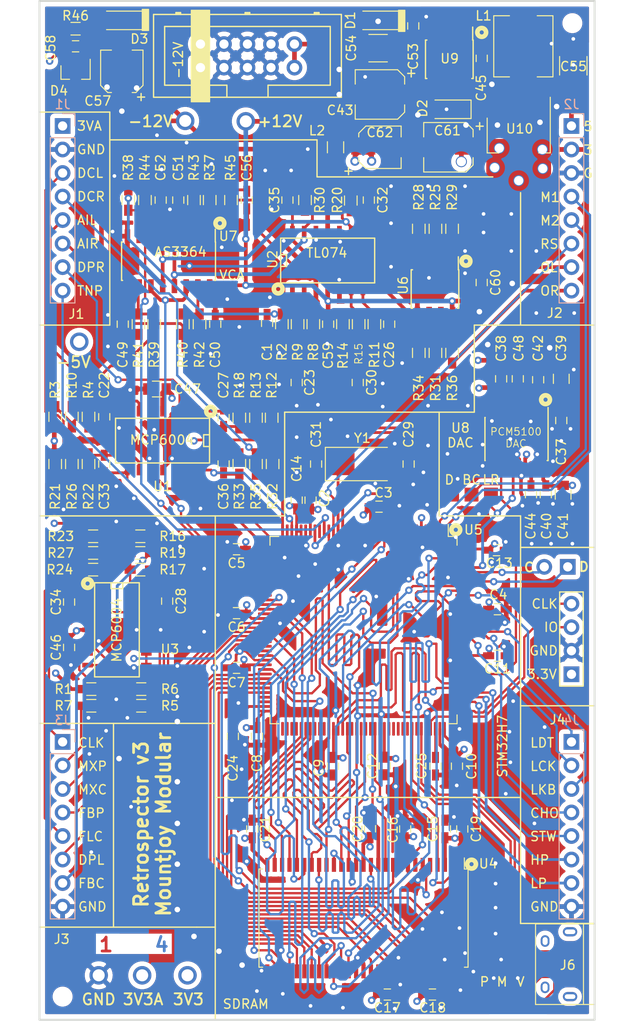
<source format=kicad_pcb>
(kicad_pcb (version 20211014) (generator pcbnew)
  (layers (0 "F.Cu" signal) (1 "In1.Cu" power "Ground.Fill") (2 "In2.Cu" power "Power.Rails") (31 "B.Cu" signal) (34 "B.Paste" user) (35 "F.Paste" user) (36 "B.SilkS" user "B.Silkscreen") (37 "F.SilkS" user "F.Silkscreen") (38 "B.Mask" user) (39 "F.Mask" user) (44 "Edge.Cuts" user))
  (net 0 "")
  (net 1 "GND")
  (net 2 "VCC")
  (net 3 "VEE")
  (net 4 "-12V")
  (net 5 "+12V")
  (net 6 "+3.3VA")
  (net 7 "Net-(C23-Pad1)")
  (net 8 "Net-(C31-Pad1)")
  (net 9 "Net-(C34-Pad2)")
  (net 10 "+3V3")
  (net 11 "/AUDIO_IN_L")
  (net 12 "/AUDIO_IN_R")
  (net 13 "/DELAY_CV_SCALED_L")
  (net 14 "/DELAY_CV_SCALED_R")
  (net 15 "/FEEDBACK_CV_SCALED")
  (net 16 "Net-(C45-Pad2)")
  (net 17 "Net-(C48-Pad1)")
  (net 18 "Net-(C51-Pad1)")
  (net 19 "/DRY_OUT_L")
  (net 20 "Net-(C52-Pad1)")
  (net 21 "/DRY_OUT_R")
  (net 22 "/SWIO")
  (net 23 "/SWCLK")
  (net 24 "/MODE1")
  (net 25 "/MODE2")
  (net 26 "/USB_VBUS")
  (net 27 "/USB_DM")
  (net 28 "/USB_DP")
  (net 29 "/EXT_AUDIO_IN_L")
  (net 30 "/EXT_AUDIO_IN_R")
  (net 31 "/RESET")
  (net 32 "/EXT_AUDIO_OUT_L")
  (net 33 "/EXT_AUDIO_OUT_R")
  (net 34 "/CLOCK")
  (net 35 "/DELAY_CV_L")
  (net 36 "/DELAY_POT_L")
  (net 37 "/DELAY_CV_R")
  (net 38 "/DELAY_POT_R")
  (net 39 "/MIX_POT")
  (net 40 "/MIX_CV")
  (net 41 "/FEEDBACK_CV")
  (net 42 "/FEEDBACK_POT")
  (net 43 "Net-(R1-Pad1)")
  (net 44 "/DAC_OUT_AMP_L")
  (net 45 "/DAC_OUT_AMP_R")
  (net 46 "/WET_DRY_MIX")
  (net 47 "/DAC_OUT_L")
  (net 48 "/DAC_OUT_R")
  (net 49 "/FMC_~{BL1}")
  (net 50 "/FMC_~{BL0}")
  (net 51 "/DAC_LRCLK")
  (net 52 "/FMC_SD~{E1}")
  (net 53 "/FMC_SDCKE1")
  (net 54 "/FMC_~{CAS}")
  (net 55 "/FMC_D3")
  (net 56 "/FMC_D2")
  (net 57 "/FMC_SDCLK")
  (net 58 "/FMC_BA1")
  (net 59 "/FMC_BA0")
  (net 60 "/FMC_D1")
  (net 61 "/FMC_D0")
  (net 62 "/FMC_D15")
  (net 63 "/FMC_D14")
  (net 64 "/FMC_D13")
  (net 65 "/DAC_DATA")
  (net 66 "/DAC_BCLK")
  (net 67 "/FMC_D12")
  (net 68 "/FMC_D11")
  (net 69 "/FMC_D10")
  (net 70 "/FMC_D9")
  (net 71 "/FMC_D8")
  (net 72 "/FMC_D7")
  (net 73 "/FMC_D6")
  (net 74 "/FMC_D5")
  (net 75 "/FMC_D4")
  (net 76 "/FMC_A11")
  (net 77 "/FMC_A10")
  (net 78 "/FMC_A9")
  (net 79 "/FMC_A8")
  (net 80 "/FMC_A7")
  (net 81 "/FMC_A6")
  (net 82 "/FMC_~{RAS}")
  (net 83 "/MIX_WET_CTL")
  (net 84 "/MIX_DRY_CTL")
  (net 85 "/FMC_SD~{WE}")
  (net 86 "/FMC_A5")
  (net 87 "/FMC_A4")
  (net 88 "/FMC_A3")
  (net 89 "/FMC_A2")
  (net 90 "/FMC_A1")
  (net 91 "/FMC_A0")
  (net 92 "/CLOCK_SCALED")
  (net 93 "/TONE_POT")
  (net 94 "Net-(C56-Pad1)")
  (net 95 "/-5V_REF")
  (net 96 "/VSW")
  (net 97 "+5V")
  (net 98 "/FILTER_CV_SCALED")
  (net 99 "/CHORUS")
  (net 100 "/HP_MODE")
  (net 101 "/LP_MODE")
  (net 102 "/FILTER_CV")
  (net 103 "/LED_SPI_CLK")
  (net 104 "/LED_SPI_DATA")
  (net 105 "/LOCK_BTN")
  (net 106 "/I2C1_SDA")
  (net 107 "/I2C1_SCL")
  (net 108 "Net-(C1-Pad2)")
  (net 109 "Net-(C22-Pad2)")
  (net 110 "Net-(C24-Pad1)")
  (net 111 "Net-(C25-Pad1)")
  (net 112 "Net-(C26-Pad2)")
  (net 113 "Net-(C27-Pad2)")
  (net 114 "Net-(C28-Pad2)")
  (net 115 "Net-(C29-Pad1)")
  (net 116 "Net-(C30-Pad1)")
  (net 117 "Net-(C32-Pad1)")
  (net 118 "Net-(C33-Pad2)")
  (net 119 "Net-(C35-Pad1)")
  (net 120 "Net-(C36-Pad2)")
  (net 121 "Net-(C42-Pad1)")
  (net 122 "Net-(C42-Pad2)")
  (net 123 "Net-(C44-Pad2)")
  (net 124 "Net-(C49-Pad1)")
  (net 125 "Net-(C50-Pad1)")
  (net 126 "Net-(J6-Pad4)")
  (net 127 "Net-(J6-Pad6)")
  (net 128 "Net-(R25-Pad1)")
  (net 129 "Net-(R25-Pad2)")
  (net 130 "Net-(R31-Pad1)")
  (net 131 "Net-(R31-Pad2)")
  (net 132 "Net-(R37-Pad1)")
  (net 133 "Net-(R38-Pad1)")
  (net 134 "Net-(R39-Pad1)")
  (net 135 "Net-(R40-Pad1)")
  (net 136 "Net-(R45-Pad2)")
  (net 137 "Net-(U4-Pad40)")
  (net 138 "Net-(U5-Pad133)")
  (net 139 "Net-(U5-Pad127)")
  (net 140 "Net-(U5-Pad126)")
  (net 141 "Net-(U5-Pad124)")
  (net 142 "Net-(U5-Pad123)")
  (net 143 "Net-(U5-Pad122)")
  (net 144 "Net-(U5-Pad119)")
  (net 145 "Net-(U5-Pad118)")
  (net 146 "Net-(U5-Pad116)")
  (net 147 "Net-(U5-Pad110)")
  (net 148 "Net-(U5-Pad102)")
  (net 149 "Net-(U5-Pad100)")
  (net 150 "Net-(U5-Pad99)")
  (net 151 "Net-(U5-Pad98)")
  (net 152 "Net-(U5-Pad97)")
  (net 153 "Net-(U5-Pad96)")
  (net 154 "Net-(U5-Pad92)")
  (net 155 "Net-(U5-Pad91)")
  (net 156 "Net-(U5-Pad88)")
  (net 157 "Net-(U5-Pad82)")
  (net 158 "Net-(U5-Pad81)")
  (net 159 "Net-(U5-Pad80)")
  (net 160 "Net-(U5-Pad76)")
  (net 161 "Net-(U5-Pad75)")
  (net 162 "Net-(U5-Pad74)")
  (net 163 "Net-(U5-Pad73)")
  (net 164 "Net-(U5-Pad70)")
  (net 165 "Net-(U5-Pad69)")
  (net 166 "Net-(U5-Pad28)")
  (net 167 "Net-(U5-Pad22)")
  (net 168 "Net-(U5-Pad21)")
  (net 169 "Net-(U5-Pad20)")
  (net 170 "Net-(U5-Pad19)")
  (net 171 "Net-(U5-Pad18)")
  (net 172 "Net-(U5-Pad9)")
  (net 173 "Net-(U5-Pad8)")
  (net 174 "Net-(U5-Pad7)")
  (net 175 "Net-(U5-Pad5)")
  (net 176 "Net-(U5-Pad4)")
  (net 177 "Net-(U5-Pad3)")
  (net 178 "Net-(U9-Pad2)")
  (net 179 "Net-(U9-Pad3)")
  (net 180 "Net-(U9-Pad5)")
  (net 181 "/STEREO_WIDE")
  (net 182 "/FMC_A12")
  (footprint "Capacitors_SMD:C_0603_HandSoldering" (layer "F.Cu") (at 129.3 103.9 -90)
    (fp_text reference "C2")
    (fp_text value "100nF")
  )
  (footprint "Capacitors_SMD:C_0603_HandSoldering" (layer "F.Cu") (at 139.9 100 -90)
    (fp_text reference "C29")
    (fp_text value "30pF")
  )
  (footprint "Capacitors_SMD:C_0603_HandSoldering" (layer "F.Cu") (at 129.9 100 -90)
    (fp_text reference "C31")
    (fp_text value "30pF")
  )
  (footprint "Capacitors_SMD:C_0603_HandSoldering" (layer "F.Cu") (at 142.8 132.625 -90)
    (fp_text reference "C25")
    (fp_text value "2.2uF")
  )
  (footprint "Capacitors_SMD:C_0603_HandSoldering" (layer "F.Cu") (at 136.7 104.6 180)
    (fp_text reference "C3")
    (fp_text value "100nF")
  )
  (footprint "Capacitors_SMD:C_0603_HandSoldering" (layer "F.Cu") (at 120.9 129.4 -90)
    (fp_text reference "C24")
    (fp_text value "2.2uF")
  )
  (footprint "Capacitors_SMD:C_0603_HandSoldering" (layer "F.Cu") (at 121.3 122)
    (fp_text reference "C7")
    (fp_text value "100nF")
  )
  (footprint "Capacitors_SMD:C_0603_HandSoldering" (layer "F.Cu") (at 123.5 129.4 90)
    (fp_text reference "C8")
    (fp_text value "100nF")
  )
  (footprint "Capacitors_SMD:C_0603_HandSoldering" (layer "F.Cu") (at 131.725 132.625 90)
    (fp_text reference "C9")
    (fp_text value "100nF")
  )
  (footprint "Capacitors_SMD:C_0603_HandSoldering" (layer "F.Cu") (at 156.4 95.3 -90)
    (fp_text reference "C37")
    (fp_text value "100nF")
  )
  (footprint "Capacitors_SMD:C_0603_HandSoldering" (layer "F.Cu") (at 149.5 120.7 180)
    (fp_text reference "C11")
    (fp_text value "100nF")
  )
  (footprint "Capacitors_SMD:C_0603_HandSoldering" (layer "F.Cu") (at 149.9 90.8 90)
    (fp_text reference "C38")
    (fp_text value "100nF")
  )
  (footprint "Capacitors_SMD:C_0603_HandSoldering" (layer "F.Cu") (at 127.8 103.9 -90)
    (fp_text reference "C14")
    (fp_text value "100nF")
  )
  (footprint "Capacitors_SMD:C_0805" (layer "F.Cu") (at 156.4 90.8 90)
    (fp_text reference "C39")
    (fp_text value "10uF")
  )
  (footprint "Capacitors_SMD:C_0603_HandSoldering" (layer "F.Cu") (at 154.725 103.3 -90)
    (fp_text reference "C40")
    (fp_text value "100nF")
  )
  (footprint "Capacitors_SMD:C_0603_HandSoldering" (layer "F.Cu") (at 153.9 90.9 90)
    (fp_text reference "C42")
    (fp_text value "2.2uF")
  )
  (footprint "Capacitors_SMD:C_0603_HandSoldering" (layer "F.Cu") (at 151.7 90.8 90)
    (fp_text reference "C48")
    (fp_text value "2.2uF")
  )
  (footprint "Capacitors_SMD:C_0603_HandSoldering" (layer "F.Cu") (at 153.125 103.3 90)
    (fp_text reference "C44")
    (fp_text value "100nF")
  )
  (footprint "Capacitors_SMD:CP_Elec_4x5.8" (layer "F.Cu") (at 136.8 65.8)
    (fp_text reference "C62")
    (fp_text value "22uF")
  )
  (footprint "Capacitors_SMD:CP_Elec_4x5.8" (layer "F.Cu") (at 108.9 57.6 90)
    (fp_text reference "C57")
    (fp_text value "22uF")
  )
  (footprint "Capacitors_SMD:C_0805" (layer "F.Cu") (at 156.6 103.3 -90)
    (fp_text reference "C41")
    (fp_text value "10uF")
  )
  (footprint "TO_SOT_Packages_SMD:SOT-23" (layer "F.Cu") (at 103.9 57.7 -90)
    (fp_text reference "D4")
    (fp_text value "LM4040DBZ-5")
  )
  (footprint "Diodes_SMD:D_SOD-123" (layer "F.Cu") (at 136.6 52.1 180)
    (fp_text reference "D1")
    (fp_text value "1N5819" hide)
  )
  (footprint "Custom_Footprints:Eurorack_10_pin_header" (layer "F.Cu") (at 117.4 57.2)
    (fp_text reference "J7" hide)
    (fp_text value "Eurorack_10_pin_power")
  )
  (footprint "Inductors_SMD:L_0805_HandSoldering" (layer "F.Cu") (at 132 65.8 90)
    (fp_text reference "L2")
    (fp_text value "L")
  )
  (footprint "Resistors_SMD:R_0603_HandSoldering" (layer "F.Cu") (at 101.7 100 90)
    (fp_text reference "R21")
    (fp_text value "68k")
  )
  (footprint "Resistors_SMD:R_0603_HandSoldering" (layer "F.Cu") (at 103.5 100 90)
    (fp_text reference "R26")
    (fp_text value "100k")
  )
  (footprint "Resistors_SMD:R_0603_HandSoldering" (layer "F.Cu") (at 105.3 100 90)
    (fp_text reference "R22")
    (fp_text value "47k")
  )
  (footprint "Custom_Footprints:SSOP-20_4.4x6.5mm_Pitch0.65mm_Round_Pads" (layer "F.Cu") (at 151.525 97.3 -90)
    (fp_text reference "U8")
    (fp_text value "PCM5100APW" hide)
  )
  (footprint "SMD_Packages:SOIC-14_N" (layer "F.Cu") (at 113.3 97.6 180)
    (fp_text reference "U1")
    (fp_text value "MCP6004")
  )
  (footprint "Crystals:Crystal_SMD_5032-2pin_5.0x3.2mm_HandSoldering" (layer "F.Cu") (at 134.9 100)
    (fp_text reference "Y1")
    (fp_text value "8MHz 20pF")
  )
  (footprint "Capacitors_SMD:C_0603_HandSoldering" (layer "F.Cu") (at 137.325 132.6 90)
    (fp_text reference "C12")
    (fp_text value "100nF")
  )
  (footprint "Capacitors_SMD:C_0603_HandSoldering" (layer "F.Cu") (at 107 100 90)
    (fp_text reference "C33")
    (fp_text value "1.5nF")
  )
  (footprint "Package_QFP:LQFP-144_20x20mm_P0.5mm" (layer "F.Cu") (at 135.025 117.925 -90)
    (fp_text reference "U5")
    (fp_text value "STM32H743ZITx")
  )
  (footprint "Capacitors_SMD:C_0603_HandSoldering" (layer "F.Cu") (at 149.5 115.675 180)
    (fp_text reference "C4")
    (fp_text value "100nF")
  )
  (footprint "Capacitors_SMD:C_0603_HandSoldering" (layer "F.Cu") (at 149.4 109.3 180)
    (fp_text reference "C13")
    (fp_text value "100nF")
  )
  (footprint "Capacitors_SMD:C_0603_HandSoldering" (layer "F.Cu") (at 145.125 132.625 90)
    (fp_text reference "C10")
    (fp_text value "100nF")
  )
  (footprint "Custom_Footprints:1.3mm_Test_Point" (layer "F.Cu") (at 106.4 155.2)
    (fp_text reference "TP1" hide)
    (fp_text value "TestPoint")
  )
  (footprint "Custom_Footprints:1.3mm_Test_Point" (layer "F.Cu") (at 116 155.2)
    (fp_text reference "TP2" hide)
    (fp_text value "TestPoint")
  )
  (footprint "Custom_Footprints:1.3mm_Test_Point" (layer "F.Cu") (at 111.1 155.2)
    (fp_text reference "TP3" hide)
    (fp_text value "TestPoint")
  )
  (footprint "Custom_Footprints:1.3mm_Test_Point" (layer "F.Cu") (at 115.75 62.95)
    (fp_text reference "TP6" hide)
    (fp_text value "TestPoint")
  )
  (footprint "Custom_Footprints:USB_Micro-B_Amphenol" (layer "F.Cu") (at 156 154 90)
    (fp_text reference "J6")
    (fp_text value "USB_B_Micro")
  )
  (footprint "Custom_Footprints:JLC_SMT_Tooling_Hole" (layer "F.Cu") (at 102.5 157.5)
    (fp_text reference "H2" hide)
    (fp_text value "JLC_Tooling_Hole" hide)
  )
  (footprint "Capacitors_SMD:C_0805" (layer "F.Cu") (at 112.7 91.9 180)
    (fp_text reference "C47")
    (fp_text value "10uF")
  )
  (footprint "Custom_Footprints:JLC_SMT_Tooling_Hole" (layer "F.Cu") (at 157.6 52.4)
    (fp_text reference "H1" hide)
    (fp_text value "JLC_Tooling_Hole" hide)
  )
  (footprint "Capacitors_SMD:C_0603_HandSoldering" (layer "F.Cu") (at 103.9 54.9 180)
    (fp_text reference "C58")
    (fp_text value "100nF")
  )
  (footprint "Custom_Footprints:1.3mm_Test_Point" (layer "F.Cu") (at 122.3 63)
    (fp_text reference "TP5" hide)
    (fp_text value "TestPoint")
  )
  (footprint "Measurement_Points:Measurement_Point_Square-SMD-Pad_Small" (layer "F.Cu") (at 148.8 103.3)
    (fp_text reference "TP7" hide)
    (fp_text value "TestPoint")
  )
  (footprint "Measurement_Points:Measurement_Point_Square-SMD-Pad_Small" (layer "F.Cu") (at 144.6 103.3)
    (fp_text reference "TP8" hide)
    (fp_text value "TestPoint")
  )
  (footprint "Capacitors_SMD:C_1210" (layer "F.Cu") (at 136.6 55.1 180)
    (fp_text reference "C54")
    (fp_text value "22uF")
  )
  (footprint "Custom_Footprints:1.3mm_Test_Point" (layer "F.Cu") (at 104.3 86.8)
    (fp_text reference "TP4" hide)
    (fp_text value "TestPoint")
  )
  (footprint "Capacitors_SMD:C_1210" (layer "F.Cu") (at 157.7 57 90)
    (fp_text reference "C55")
    (fp_text value "47uF")
  )
  (footprint "Capacitors_SMD:C_0603_HandSoldering" (layer "F.Cu") (at 140.4 52.7 -90)
    (fp_text reference "C53")
    (fp_text value "100nF")
  )
  (footprint "Measurement_Points:Measurement_Point_Square-SMD-Pad_Small" (layer "F.Cu") (at 146.7 103.3)
    (fp_text reference "TP9" hide)
    (fp_text value "TestPoint")
  )
  (footprint "Measurement_Points:Measurement_Point_Square-SMD-Pad_Small" (layer "F.Cu") (at 148 157.6)
    (fp_text reference "TP10" hide)
    (fp_text value "TestPoint")
  )
  (footprint "Measurement_Points:Measurement_Point_Square-SMD-Pad_Small" (layer "F.Cu") (at 150 157.6)
    (fp_text reference "TP11" hide)
    (fp_text value "TestPoint")
  )
  (footprint "Measurement_Points:Measurement_Point_Square-SMD-Pad_Small" (layer "F.Cu") (at 152 157.6)
    (fp_text reference "TP12" hide)
    (fp_text value "TestPoint")
  )
  (footprint "Housings_SOIC:SOIC-8_3.9x4.9mm_Pitch1.27mm" (layer "F.Cu") (at 144.3 56.3 -90)
    (fp_text reference "U9")
    (fp_text value "LM2675M-5")
  )
  (footprint "Diodes_SMD:D_SOD-123" (layer "F.Cu") (at 144.4 61.7 180)
    (fp_text reference "D2")
    (fp_text value "1N5819")
  )
  (footprint "Capacitors_SMD:C_0603_HandSoldering" (layer "F.Cu") (at 147.8 56.2 90)
    (fp_text reference "C45")
    (fp_text value "10nF")
  )
  (footprint "Custom_Footprints:TDK_Inductor_6.9x7.2" (layer "F.Cu") (at 152.3 54.9 90)
    (fp_text reference "L1")
    (fp_text value "68uH" hide)
  )
  (footprint "TO_SOT_Packages_SMD:SOT-223-3_TabPin2" (layer "F.Cu") (at 151.8 64.5 -90)
    (fp_text reference "U10")
    (fp_text value "LD1117-3.3-4Tab")
  )
  (footprint "Capacitors_SMD:C_0603_HandSoldering" (layer "F.Cu") (at 143.825 139.4 -90)
    (fp_text reference "C15")
    (fp_text value "100nF")
  )
  (footprint "Capacitors_SMD:C_0603_HandSoldering" (layer "F.Cu") (at 139.525 139.4 -90)
    (fp_text reference "C16")
    (fp_text value "100nF")
  )
  (footprint "Capacitors_SMD:C_0603_HandSoldering" (layer "F.Cu") (at 137.6 157.275 180)
    (fp_text reference "C17")
    (fp_text value "100nF")
  )
  (footprint "Capacitors_SMD:C_0603_HandSoldering" (layer "F.Cu") (at 142.475 157.275 180)
    (fp_text reference "C18")
    (fp_text value "100nF")
  )
  (footprint "Custom_Footprints:TSOP-II-54_22.2x10.16mm_P0.8mm" (layer "F.Cu") (at 135.025 149.025 -90)
    (fp_text reference "U4")
    (fp_text value "IS42S16800F-7TLI")
  )
  (footprint "Capacitors_SMD:C_0603_HandSoldering" (layer "F.Cu") (at 123 139.4 -90)
    (fp_text reference "C21")
    (fp_text value "100nF")
  )
  (footprint "Capacitors_SMD:C_0603_HandSoldering" (layer "F.Cu") (at 145.7 139.4 -90)
    (fp_text reference "C19")
    (fp_text value "100nF")
  )
  (footprint "Capacitors_SMD:CP_Elec_5x5.8" (layer "F.Cu") (at 144.2 65.8 180)
    (fp_text reference "C61")
    (fp_text value "47uF")
  )
  (footprint "Capacitors_SMD:C_0603_HandSoldering" (layer "F.Cu") (at 113.8 114.8 -90)
    (fp_text reference "C28")
    (fp_text value "1.5nF")
  )
  (footprint "Resistors_SMD:R_0603_HandSoldering" (layer "F.Cu") (at 110.9 107.8 180)
    (fp_text reference "R16")
    (fp_text value "91k")
  )
  (footprint "Resistors_SMD:R_0603_HandSoldering" (layer "F.Cu") (at 110.9 111.4 180)
    (fp_text reference "R17")
    (fp_text value "56k")
  )
  (footprint "Resistors_SMD:R_0603_HandSoldering" (layer "F.Cu") (at 105.8 109.6 180)
    (fp_text reference "R27")
    (fp_text value "100k")
  )
  (footprint "Capacitors_SMD:C_0603_HandSoldering" (layer "F.Cu") (at 103.2 114.9 -90)
    (fp_text reference "C34")
    (fp_text value "1.5nF")
  )
  (footprint "Resistors_SMD:R_0603_HandSoldering" (layer "F.Cu") (at 105.8 107.8)
    (fp_text reference "R23")
    (fp_text value "68k")
  )
  (footprint "Resistors_SMD:R_0603_HandSoldering" (layer "F.Cu") (at 105.8 111.4)
    (fp_text reference "R24")
    (fp_text value "47k")
  )
  (footprint "Resistors_SMD:R_0603_HandSoldering" (layer "F.Cu") (at 110.9 109.6)
    (fp_text reference "R19")
    (fp_text value "100k")
  )
  (footprint "Resistors_SMD:R_0603_HandSoldering" (layer "F.Cu") (at 105.6 124.3 180)
    (fp_text reference "R1")
    (fp_text value "75k")
  )
  (footprint "Resistors_SMD:R_0603_HandSoldering" (layer "F.Cu") (at 111 126.1)
    (fp_text reference "R5")
    (fp_text value "91k")
  )
  (footprint "SMD_Packages:SOIC-14_N" (layer "F.Cu") (at 108.5 117.9 -90)
    (fp_text reference "U3")
    (fp_text value "MCP6004")
  )
  (footprint "Resistors_SMD:R_0603_HandSoldering" (layer "F.Cu") (at 111 124.3 180)
    (fp_text reference "R6")
    (fp_text value "47k")
  )
  (footprint "Resistors_SMD:R_0603_HandSoldering" (layer "F.Cu") (at 105.6 126.1 180)
    (fp_text reference "R7")
    (fp_text value "47k")
  )
  (footprint "Capacitors_SMD:C_0603_HandSoldering" (layer "F.Cu") (at 119.9 100 90)
    (fp_text reference "C36")
    (fp_text value "1.5nF")
  )
  (footprint "Resistors_SMD:R_0603_HandSoldering" (layer "F.Cu") (at 101.7 94.9 -90)
    (fp_text reference "R3")
    (fp_text value "20k")
  )
  (footprint "Resistors_SMD:R_0603_HandSoldering" (layer "F.Cu") (at 123.4 100 90)
    (fp_text reference "R35")
    (fp_text value "100k")
  )
  (footprint "Resistors_SMD:R_0603_HandSoldering" (layer "F.Cu") (at 125.2 100 90)
    (fp_text reference "R32")
    (fp_text value "68k")
  )
  (footprint "Resistors_SMD:R_0603_HandSoldering" (layer "F.Cu") (at 121.6 100 90)
    (fp_text reference "R33")
    (fp_text value "47k")
  )
  (footprint "Capacitors_SMD:C_0603_HandSoldering" (layer "F.Cu") (at 107 94.9 90)
    (fp_text reference "C22")
    (fp_text value "1.5nF")
  )
  (footprint "Resistors_SMD:R_0603_HandSoldering" (layer "F.Cu") (at 105.3 94.9 90)
    (fp_text reference "R4")
    (fp_text value "6k8")
  )
  (footprint "Capacitors_SMD:C_0603_HandSoldering" (layer "F.Cu") (at 115 71.5 -90)
    (fp_text reference "C51")
    (fp_text value "560pF")
  )
  (footprint "Capacitors_SMD:C_0603_HandSoldering" (layer "F.Cu") (at 113.1 71.5 -90)
    (fp_text reference "C52")
    (fp_text value "560pF")
  )
  (footprint "Capacitors_SMD:C_0603_HandSoldering" (layer "F.Cu") (at 119 84.9 90)
    (fp_text reference "C50")
    (fp_text value "560pF")
  )
  (footprint "Capacitors_SMD:C_0603_HandSoldering" (layer "F.Cu") (at 109 84.9 90)
    (fp_text reference "C49")
    (fp_text value "560pF")
  )
  (footprint "Resistors_SMD:R_0603_HandSoldering" (layer "F.Cu") (at 112.4 84.9 -90)
    (fp_text reference "R39")
    (fp_text value "30k")
  )
  (footprint "Resistors_SMD:R_0603_HandSoldering" (layer "F.Cu") (at 110.7 84.9 90)
    (fp_text reference "R41")
    (fp_text value "510R")
  )
  (footprint "Resistors_SMD:R_0603_HandSoldering" (layer "F.Cu") (at 116.7 71.5 -90)
    (fp_text reference "R43")
    (fp_text value "510R")
  )
  (footprint "Resistors_SMD:R_0603_HandSoldering" (layer "F.Cu") (at 115.5 84.9 -90)
    (fp_text reference "R40")
    (fp_text value "30k")
  )
  (footprint "Resistors_SMD:R_0603_HandSoldering" (layer "F.Cu") (at 109.6 71.5 90)
    (fp_text reference "R38")
    (fp_text value "30k")
  )
  (footprint "Resistors_SMD:R_0603_HandSoldering" (layer "F.Cu") (at 118.4 71.5 90)
    (fp_text reference "R37")
    (fp_text value "30k")
  )
  (footprint "Resistors_SMD:R_0603_HandSoldering" (layer "F.Cu") (at 117.3 84.9 90)
    (fp_text reference "R42")
    (fp_text value "510R")
  )
  (footprint "Resistors_SMD:R_0603_HandSoldering" (layer "F.Cu") (at 111.4 71.5 -90)
    (fp_text reference "R44")
    (fp_text value "510R")
  )
  (footprint "Housings_SOIC:SOIC-16_3.9x9.9mm_Pitch1.27mm" (layer "F.Cu") (at 113.95 78.1 -90)
    (fp_text reference "U7")
    (fp_text value "AS3364")
  )
  (footprint "Capacitors_SMD:C_0603_HandSoldering" (layer "F.Cu") (at 122.4 71.5 -90)
    (fp_text reference "C56")
    (fp_text value "10nF")
  )
  (footprint "Resistors_SMD:R_0603_HandSoldering" (layer "F.Cu") (at 120.7 71.5 -90)
    (fp_text reference "R45")
    (fp_text value "100R")
  )
  (footprint "Resistors_SMD:R_0603_HandSoldering" (layer "F.Cu") (at 103.9 53 180)
    (fp_text reference "R46")
    (fp_text value "2k2")
  )
  (footprint "Diodes_SMD:D_SOD-123" (layer "F.Cu") (at 108.9 52.1 180)
    (fp_text reference "D3")
    (fp_text value "1N5819" hide)
  )
  (footprint "Resistors_SMD:R_0603_HandSoldering" (layer "F.Cu") (at 103.5 94.9 90)
    (fp_text reference "R10")
    (fp_text value "47k")
  )
  (footprint "Capacitors_SMD:C_0603_HandSoldering" (layer "F.Cu") (at 134.4 91.2 -90)
    (fp_text reference "C30")
    (fp_text value "1nF")
  )
  (footprint "Capacitors_SMD:C_0603_HandSoldering" (layer "F.Cu") (at 137.8 84.9 -90)
    (fp_text reference "C26")
    (fp_text value "100pF")
  )
  (footprint "Capacitors_SMD:C_0603_HandSoldering" (layer "F.Cu") (at 126.8 71.5 90)
    (fp_text reference "C35")
    (fp_text value "100pF")
  )
  (footprint "Capacitors_SMD:C_0603_HandSoldering" (layer "F.Cu") (at 124.6 84.8 -90)
    (fp_text reference "C1")
    (fp_text value "100pF")
  )
  (footprint "Capacitors_SMD:C_0603_HandSoldering" (layer "F.Cu") (at 135.6 71.5 90)
    (fp_text reference "C32")
    (fp_text value "100pF")
  )
  (footprint "Capacitors_SMD:C_0603_HandSoldering" (layer "F.Cu") (at 127.8 91.2 -90)
    (fp_text reference "C23")
    (fp_text value "1nF")
  )
  (footprint "Resistors_SMD:R_0603_HandSoldering" (layer "F.Cu") (at 133.65 71.55 90)
    (fp_text reference "R20")
    (fp_text value "30k")
  )
  (footprint "Resistors_SMD:R_0603_HandSoldering" (layer "F.Cu") (at 128.7 71.5 90)
    (fp_text reference "R30")
    (fp_text value "30k")
  )
  (footprint "Resistors_SMD:R_0603_HandSoldering" (layer "F.Cu") (at 127.9 84.9 -90)
    (fp_text reference "R9")
    (fp_text value "10k")
  )
  (footprint "Resistors_SMD:R_0603_HandSoldering" (layer "F.Cu") (at 144.6 88 90)
    (fp_text reference "R36")
    (fp_text value "1k")
  )
  (footprint "Resistors_SMD:R_0603_HandSoldering" (layer "F.Cu") (at 144.6 74.6 -90)
    (fp_text reference "R29")
    (fp_text value "1k")
  )
  (footprint "Resistors_SMD:R_0603_HandSoldering" (layer "F.Cu") (at 129.6 84.9 -90)
    (fp_text reference "R8")
    (fp_text value "2k2")
  )
  (footprint "SMD_Packages:SOIC-14_N" (layer "F.Cu") (at 131.15 77.9)
    (fp_text reference "U2")
    (fp_text value "TL074")
  )
  (footprint "Resistors_SMD:R_0603_HandSoldering" (layer "F.Cu") (at 132.8 84.9 -90)
    (fp_text reference "R14")
    (fp_text value "2k2")
  )
  (footprint "Resistors_SMD:R_0603_HandSoldering" (layer "F.Cu") (at 134.5 84.9 -90)
    (fp_text reference "R15")
    (fp_text value "10k")
  )
  (footprint "Resistors_SMD:R_0603_HandSoldering" (layer "F.Cu") (at 126.2 84.9 -90)
    (fp_text reference "R2")
    (fp_text value "47k")
  )
  (footprint "Resistors_SMD:R_0603_HandSoldering" (layer "F.Cu") (at 136.2 84.9 -90)
    (fp_text reference "R11")
    (fp_text value "47k")
  )
  (footprint "Housings_SOIC:SOIC-8_3.9x4.9mm_Pitch1.27mm" (layer "F.Cu") (at 142.75 81.1 -90)
    (fp_text reference "U6")
    (fp_text value "TL072")
  )
  (footprint "Resistors_SMD:R_0603_HandSoldering" (layer "F.Cu") (at 141 74.6 90)
    (fp_text reference "R28")
    (fp_text value "10k")
  )
  (footprint "Resistors_SMD:R_0603_HandSoldering" (layer "F.Cu") (at 142.8 74.6 90)
    (fp_text reference "R25")
    (fp_text value "10k")
  )
  (footprint "Resistors_SMD:R_0603_HandSoldering" (layer "F.Cu") (at 142.8 88 -90)
    (fp_text reference "R31")
    (fp_text value "10k")
  )
  (footprint "Resistors_SMD:R_0603_HandSoldering" (layer "F.Cu") (at 141 88 -90)
    (fp_text reference "R34")
    (fp_text value "10k")
  )
  (footprint "Capacitors_SMD:C_0603_HandSoldering" (layer "F.Cu") (at 119.9 95 -90)
    (fp_text reference "C27")
    (fp_text value "1.5nF")
  )
  (footprint "Resistors_SMD:R_0603_HandSoldering" (layer "F.Cu") (at 121.6 95 90)
    (fp_text reference "R18")
    (fp_text value "47k")
  )
  (footprint "Resistors_SMD:R_0603_HandSoldering" (layer "F.Cu") (at 123.4 95 -90)
    (fp_text reference "R13")
    (fp_text value "6k8")
  )
  (footprint "Resistors_SMD:R_0603_HandSoldering" (layer "F.Cu") (at 125.1 95 -90)
    (fp_text reference "R12")
    (fp_text value "20k")
  )
  (footprint "Capacitors_SMD:C_0603_HandSoldering" (layer "F.Cu") (at 121.3 109.2)
    (fp_text reference "C5")
    (fp_text value "100nF")
  )
  (footprint "Custom_Footprints:4_Layer_Markers" (layer "F.Cu") (at 110.2 151.9)
    (fp_text reference "4_Layer_Marker" hide)
    (fp_text value "4_Layer_Markers")
  )
  (footprint "Custom_Footprints:SWD_header" (layer "F.Cu") (at 157.5 122.7 90)
    (fp_text reference "J5" hide)
    (fp_text value "SWD_Header")
  )
  (footprint "Capacitors_SMD:C_0603_HandSoldering" (layer "F.Cu") (at 121.3 116.1)
    (fp_text reference "C6")
    (fp_text value "100nF")
  )
  (footprint "Capacitors_SMD:C_0603_HandSoldering" (layer "F.Cu") (at 103.2 119.8 -90)
    (fp_text reference "C46")
    (fp_text value "2.2uF")
  )
  (footprint "Capacitors_SMD:C_0603_HandSoldering" (layer "F.Cu") (at 147.8 80.4 90)
    (fp_text reference "C60")
    (fp_text value "2.2uF")
  )
  (footprint "Capacitors_SMD:C_0603_HandSoldering" (layer "F.Cu") (at 131.2 84.9 -90)
    (fp_text reference "C59")
    (fp_text value "2.2uF")
  )
  (footprint "Pin_Headers:Pin_Header_Straight_1x02_Pitch2.54mm" (layer "F.Cu") (at 157.1 111.1 -90)
    (fp_text reference "J8" hide)
    (fp_text value "I2C_TestPoint")
  )
  (footprint "Capacitors_SMD:C_0603_HandSoldering" (layer "F.Cu") (at 135.725 139.375 -90)
    (fp_text reference "C20")
    (fp_text value "100nF")
  )
  (footprint "Capacitors_SMD:CP_Elec_5x5.8" (layer "F.Cu") (at 136.8 60.1 180)
    (fp_text reference "C43")
    (fp_text value "47uF")
  )
  (footprint "Measurement_Points:Measurement_Point_Square-SMD-Pad_Small" (layer "F.Cu") (at 144.61 51.4)
    (fp_text reference "TP13" hide)
    (fp_text value "TestPoint")
  )
  (footprint "Pin_Headers:Pin_Header_Straight_1x08_Pitch2.54mm" (layer "B.Cu") (at 102.5 63.5 180)
    (fp_text reference "J1")
    (fp_text value "Conn_01x08_Male")
  )
  (footprint "Pin_Headers:Pin_Header_Straight_1x08_Pitch2.54mm" (layer "B.Cu") (at 102.5 130 180)
    (fp_text reference "J3")
    (fp_text value "Conn_01x08_Male")
  )
  (footprint "Pin_Headers:Pin_Header_Straight_1x08_Pitch2.54mm" (layer "B.Cu") (at 157.5 63.5 180)
    (fp_text reference "J2")
    (fp_text value "Conn_01x08_Male")
  )
  (footprint "Pin_Headers:Pin_Header_Straight_1x08_Pitch2.54mm" (layer "B.Cu") (at 157.5 130 180)
    (fp_text reference "J4")
    (fp_text value "Conn_01x08_Male")
  )
  (gr_poly (pts (xy 138.8 53.3) (xy 138.8 51) (xy 139.5 51) (xy 139.5 53.3)) (layer "F.SilkS") (width 0.1) (fill solid))
  (gr_circle (center 118.5 94.3) (end 118.6 94.1) (layer "F.SilkS") (width 0.5) (fill none))
  (gr_circle (center 105.2 112.9) (end 105 112.8) (layer "F.SilkS") (width 0.5) (fill none))
  (gr_circle (center 145 107.1) (end 145.2 107.2) (layer "F.SilkS") (width 0.5) (fill none))
  (gr_circle (center 154.7 93.05) (end 154.9 93.15) (layer "F.SilkS") (width 0.5) (fill none))
  (gr_circle (center 147.8 53.4) (end 148 53.5) (layer "F.SilkS") (width 0.5) (fill none))
  (gr_circle (center 146.7 143.2) (end 146.9 143.3) (layer "F.SilkS") (width 0.5) (fill none))
  (gr_circle (center 125.8 81.1) (end 126 81.2) (layer "F.SilkS") (width 0.5) (fill none))
  (gr_circle (center 146.1 78.1) (end 146.3 78.2) (layer "F.SilkS") (width 0.5) (fill none))
  (gr_line (start 117 150) (end 108 150) (layer "F.SilkS") (width 0.15))
  (gr_line (start 152 105.6) (end 152 128) (layer "F.SilkS") (width 0.15))
  (gr_line (start 130 65) (end 130 69) (layer "F.SilkS") (width 0.15))
  (gr_line (start 126.5 105.6) (end 126.5 94.4) (layer "F.SilkS") (width 0.15))
  (gr_line (start 108 150) (end 100 150) (layer "F.SilkS") (width 0.15))
  (gr_line (start 119 136) (end 152 136) (layer "F.SilkS") (width 0.15))
  (gr_line (start 143.2 94.4) (end 143.2 105.6) (layer "F.SilkS") (width 0.15))
  (gr_line (start 147 85) (end 160 85) (layer "F.SilkS") (width 0.15))
  (gr_line (start 107.6 62) (end 107.6 85) (layer "F.SilkS") (width 0.15))
  (gr_line (start 130 69) (end 149 69) (layer "F.SilkS") (width 0.15))
  (gr_line (start 147 94.4) (end 147 85) (layer "F.SilkS") (width 0.15))
  (gr_line (start 107.6 65) (end 130 65) (layer "F.SilkS") (width 0.15))
  (gr_line (start 100 85) (end 107.6 85) (layer "F.SilkS") (width 0.15))
  (gr_poly (pts (xy 111.8 50.9) (xy 111.8 53.2) (xy 111.1 53.2) (xy 111.1 50.9)) (layer "F.SilkS") (width 0.1) (fill solid))
  (gr_line (start 126.5 105.6) (end 100 105.6) (layer "F.SilkS") (width 0.15))
  (gr_line (start 117 150) (end 119 150) (layer "F.SilkS") (width 0.15))
  (gr_circle (center 119.5 74) (end 119.7 74.1) (layer "F.SilkS") (width 0.5) (fill none))
  (gr_line (start 152 70.7) (end 152 84.9) (layer "F.SilkS") (width 0.15))
  (gr_line (start 143.2 105.6) (end 152 105.6) (layer "F.SilkS") (width 0.15))
  (gr_line (start 152 128) (end 152 149.6) (layer "F.SilkS") (width 0.15))
  (gr_line (start 152 149.6) (end 160 149.6) (layer "F.SilkS") (width 0.15))
  (gr_line (start 100 62) (end 107.6 62) (layer "F.SilkS") (width 0.15))
  (gr_line (start 119 150) (end 119 105.6) (layer "F.SilkS") (width 0.15))
  (gr_line (start 100 128) (end 108 128) (layer "F.SilkS") (width 0.15))
  (gr_line (start 108 128) (end 108 150) (layer "F.SilkS") (width 0.15))
  (gr_line (start 126.5 94.4) (end 147 94.4) (layer "F.SilkS") (width 0.15))
  (gr_line (start 160 126.1) (end 152 126.1) (layer "F.SilkS") (width 0.15))
  (gr_line (start 119 150) (end 119 160) (layer "F.SilkS") (width 0.15))
  (gr_line (start 152 109) (end 160 109) (layer "F.SilkS") (width 0.15))
  (gr_line (start 108 128) (end 119 128) (layer "F.SilkS") (width 0.15))
  (gr_line (start 100 160) (end 160 160) (layer "Edge.Cuts") (width 0.2))
  (gr_line (start 160 50) (end 160 160) (layer "Edge.Cuts") (width 0.2))
  (gr_line (start 100 50) (end 160 50) (layer "Edge.Cuts") (width 0.2))
  (gr_line (start 100 50) (end 100 160) (layer "Edge.Cuts") (width 0.2))
  (gr_text "-12V" (at 112 63) (layer "F.SilkS") (effects (font (size 1.2 1.2) (thickness 0.2))))
  (gr_text "+12V" (at 126 63) (layer "F.SilkS") (effects (font (size 1.2 1.2) (thickness 0.2))))
  (gr_text "-5V" (at 103.7 89) (layer "F.SilkS") (effects (font (size 1.2 1.2) (thickness 0.2))))
  (gr_text "GND" (at 106.4 157.8) (layer "F.SilkS") (effects (font (size 1.2 1.2) (thickness 0.2))))
  (gr_text "3V3A" (at 111.2 157.8) (layer "F.SilkS") (effects (font (size 1.2 1.2) (thickness 0.2))))
  (gr_text "3V3" (at 116.1 157.8) (layer "F.SilkS") (effects (font (size 1.2 1.2) (thickness 0.2))))
  (gr_text "FBP" (at 105.623809 137.685713) (layer "F.SilkS") (effects (font (size 1 1))))
  (gr_text "FBC" (at 105.623809 145.271426) (layer "F.SilkS") (effects (font (size 1 1))))
  (gr_text "DPL" (at 105.6 142.742855) (layer "F.SilkS") (effects (font (size 1 1))))
  (gr_text "CLK" (at 105.6 130.1) (layer "F.SilkS") (effects (font (size 1 1))))
  (gr_text "MXP" (at 105.742857 132.628571) (layer "F.SilkS") (effects (font (size 1 1))))
  (gr_text "MXC" (at 105.742857 135.157142) (layer "F.SilkS") (effects (font (size 1 1))))
  (gr_text "OR" (at 155.157143 81.3) (layer "F.SilkS") (effects (font (size 1 1))))
  (gr_text "DPR" (at 105.566667 78.757142) (layer "F.SilkS") (effects (font (size 1 1))))
  (gr_text "M1" (at 155.180953 71.2) (layer "F.SilkS") (effects (font (size 1 1))))
  (gr_text "M2" (at 155.180953 73.725) (layer "F.SilkS") (effects (font (size 1 1))))
  (gr_text "AIR" (at 105.233333 76.214285) (layer "F.SilkS") (effects (font (size 1 1))))
  (gr_text "DCL" (at 105.471429 68.585714) (layer "F.SilkS") (effects (font (size 1 1))))
  (gr_text "RS" (at 155.109524 76.25) (layer "F.SilkS") (effects (font (size 1 1))))
  (gr_text "TNP" (at 105.471429 81.3) (layer "F.SilkS") (effects (font (size 1 1))))
  (gr_text "CHO" (at 154.592381 137.685713) (layer "F.SilkS") (effects (font (size 1 1))))
  (gr_text "STW" (at 154.473333 140.214284) (layer "F.SilkS") (effects (font (size 1 1))))
  (gr_text "J2" (at 155.7 83.7) (layer "F.SilkS") (effects (font (size 1 1))))
  (gr_text "J4" (at 156 127.6) (layer "F.SilkS") (effects (font (size 1 1))))
  (gr_text "J1" (at 104 83.8) (layer "F.SilkS") (effects (font (size 1 1))))
  (gr_text "FLC" (at 105.528571 140.214284) (layer "F.SilkS") (effects (font (size 1 1))))
  (gr_text "OL" (at 155.061905 78.775) (layer "F.SilkS") (effects (font (size 1 1))))
  (gr_text "AIL" (at 105.138095 73.671428) (layer "F.SilkS") (effects (font (size 1 1))))
  (gr_text "HP" (at 154.068571 142.742855) (layer "F.SilkS") (effects (font (size 1 1))))
  (gr_text "LP" (at 153.957143 145.271426) (layer "F.SilkS") (effects (font (size 1 1))))
  (gr_text "LDT" (at 154.338095 130.1) (layer "F.SilkS") (effects (font (size 1 1))))
  (gr_text "LCK" (at 154.457143 132.628571) (layer "F.SilkS") (effects (font (size 1 1))))
  (gr_text "LKB" (at 154.457143 135.157142) (layer "F.SilkS") (effects (font (size 1 1))))
  (gr_text "GND" (at 154.57619 147.8) (layer "F.SilkS") (effects (font (size 1 1))))
  (gr_text "GND" (at 105.719047 147.8) (layer "F.SilkS") (effects (font (size 1 1))))
  (gr_text "GND" (at 105.590476 66.042857) (layer "F.SilkS") (effects (font (size 1 1))))
  (gr_text "3VA" (at 105.4 63.5) (layer "F.SilkS") (effects (font (size 1 1))))
  (gr_text "C" (at 152.9 111.15) (layer "F.SilkS") (effects (font (size 1 1) (thickness 0.2))))
  (gr_text "DCR" (at 105.566667 71.128571) (layer "F.SilkS") (effects (font (size 1 1))))
  (gr_text "DAC" (at 145.5 97.7) (layer "F.SilkS") (effects (font (size 1 1))))
  (gr_text "SDRAM" (at 122.3 158.3) (layer "F.SilkS") (effects (font (size 1 1))))
  (gr_text "STM32H7" (at 150.05 130.45 90) (layer "F.SilkS") (effects (font (size 1 1))))
  (gr_text "VCA" (at 120.8 79.6) (layer "F.SilkS") (effects (font (size 1 1))))
  (gr_text "5" (at 159.3 63.55) (layer "F.SilkS") (effects (font (size 1 1))))
  (gr_text "G" (at 159.3 68.6) (layer "F.SilkS") (effects (font (size 1 1))))
  (gr_text "3" (at 159.3 66.1) (layer "F.SilkS") (effects (font (size 1 1))))
  (gr_text "D" (at 144.3 101.7) (layer "F.SilkS") (effects (font (size 1 1))))
  (gr_text "J3" (at 102.4 151.3) (layer "F.SilkS") (effects (font (size 1 1))))
  (gr_text "V" (at 152 155.9) (layer "F.SilkS") (effects (font (size 1 1))))
  (gr_text "Retrospector v3\nMountjoy Modular" (at 112.2 138.9 90) (layer "F.SilkS") (effects (font (size 1.5 1.5) (thickness 0.3))))
  (gr_text "BC" (at 146.7 101.7) (layer "F.SilkS") (effects (font (size 1 1))))
  (gr_text "PCM5100\nDAC" (at 151.5 97.15) (layer "F.SilkS") (effects (font (size 0.8 0.8) (thickness 0.1))))
  (gr_text "LR" (at 148.8 101.7) (layer "F.SilkS") (effects (font (size 1 1))))
  (gr_text "D" (at 158.85 111.1) (layer "F.SilkS") (effects (font (size 1 1) (thickness 0.2))))
  (gr_text "M" (at 150 155.9) (layer "F.SilkS") (effects (font (size 1 1))))
  (gr_text "P" (at 148.1 155.9) (layer "F.SilkS") (effects (font (size 1 1))))
  (segment (start 111.548 116.63) (end 111.548 116.852) (width 0.4) (layer "F.Cu") (net 1))
  (segment (start 139.025 154.775) (end 139.025 153.525) (width 0.4) (layer "F.Cu") (net 1))
  (segment (start 114.3 94.933502) (end 113.914001 95.319501) (width 0.5) (layer "F.Cu") (net 1))
  (segment (start 139.025 153.525) (end 138.8 153.3) (width 0.4) (layer "F.Cu") (net 1))
  (segment (start 131.725 133.575) (end 130.875 133.575) (width 0.5) (layer "F.Cu") (net 1))
  (segment (start 143.275 130.344998) (end 144.399999 131.469997) (width 0.3) (layer "F.Cu") (net 1))
  (segment (start 124.3625 109.675) (end 125.775 109.675) (width 0.3) (layer "F.Cu") (net 1))
  (segment (start 149.25 94.6) (end 148.9 95.35) (width 0.3) (layer "F.Cu") (net 1))
  (segment (start 148.6 94.6) (end 149.25 94.6) (width 0.3) (layer "F.Cu") (net 1))
  (segment (start 130.875 133.575) (end 130.5 133.2) (width 0.5) (layer "F.Cu") (net 1))
  (segment (start 124.625 154.775) (end 124.075 154.775) (width 0.5) (layer "F.Cu") (net 1))
  (segment (start 145.575 116.175) (end 145.55 116.2) (width 0.25) (layer "F.Cu") (net 1))
  (segment (start 120.475 122) (end 120.25 122) (width 0.3) (layer "F.Cu") (net 1))
  (segment (start 121.65529 120.204324) (end 121.255291 120.604323) (width 0.3) (layer "F.Cu") (net 1))
  (segment (start 111.548 116.852) (end 110.5 117.9) (width 0.4) (layer "F.Cu") (net 1))
  (segment (start 112.03 92.23) (end 111.7 91.9) (width 0.5) (layer "F.Cu") (net 1))
  (segment (start 128.775 107.2625) (end 128.775 108.775) (width 0.3) (layer "F.Cu") (net 1))
  (segment (start 144.399999 132.849999) (end 145.125 133.575) (width 0.3) (layer "F.Cu") (net 1))
  (segment (start 151.85 99.5) (end 151.6 99.25) (width 0.4) (layer "F.Cu") (net 1))
  (segment (start 143.825 154.775) (end 143.825 153.525) (width 0.4) (layer "F.Cu") (net 1))
  (segment (start 151.85 100.4) (end 151.85 99.5) (width 0.4) (layer "F.Cu") (net 1))
  (segment (start 137.249999 127.299999) (end 136.95 127) (width 0.25) (layer "F.Cu") (net 1))
  (segment (start 128.775 108.775) (end 128.8 108.8) (width 0.3) (layer "F.Cu") (net 1))
  (segment (start 131.275 128.5875) (end 131.275 127.325) (width 0.3) (layer "F.Cu") (net 1))
  (segment (start 145.6875 116.175) (end 145.67281 116.18969) (width 0.25) (layer "F.Cu") (net 1))
  (segment (start 144.175 138.1) (end 143.825 138.45) (width 0.5) (layer "F.Cu") (net 1))
  (segment (start 141.254001 144.550001) (end 140.904002 144.9) (width 0.4) (layer "F.Cu") (net 1))
  (segment (start 136.775 128.5875) (end 136.775 127.175) (width 0.25) (layer "F.Cu") (net 1))
  (segment (start 136.625 139.325) (end 135.725 138.425) (width 0.4) (layer "F.Cu") (net 1))
  (segment (start 144.399999 131.469997) (end 144.399999 132.849999) (width 0.3) (layer "F.Cu") (net 1))
  (segment (start 131.2 129.625) (end 130.725 130.1) (width 0.4) (layer "F.Cu") (net 1))
  (segment (start 125.475 116.175) (end 126 116.7) (width 0.3) (layer "F.Cu") (net 1))
  (segment (start 124.3625 116.175) (end 125.475 116.175) (width 0.3) (layer "F.Cu") (net 1))
  (segment (start 106.0195 116.63) (end 106.4 117.0105) (width 0.25) (layer "F.Cu") (net 1))
  (segment (start 153.8 100.4) (end 153.8 99.25) (width 0.4) (layer "F.Cu") (net 1))
  (segment (start 145.67281 116.18969) (end 144.51031 116.18969) (width 0.25) (layer "F.Cu") (net 1))
  (segment (start 141.254001 143.845999) (end 141.254001 144.550001) (width 0.4) (layer "F.Cu") (net 1))
  (segment (start 145.6875 112.175) (end 144.230359 112.175) (width 0.3) (layer "F.Cu") (net 1))
  (segment (start 143.425 157.275) (end 143.825 156.875) (width 0.4) (layer "F.Cu") (net 1))
  (segment (start 135.025 153.925) (end 134.4 153.3) (width 0.4) (layer "F.Cu") (net 1))
  (segment (start 111.548 117.9) (end 110.5 117.9) (width 0.4) (layer "F.Cu") (net 1))
  (segment (start 112.03 94.663502) (end 112.03 94.298) (width 0.5) (layer "F.Cu") (net 1))
  (segment (start 136.275 105.75) (end 137.425 104.6) (width 0.3) (layer "F.Cu") (net 1))
  (segment (start 143.825 156.875) (end 143.825 154.775) (width 0.4) (layer "F.Cu") (net 1))
  (segment (start 136.775 127.175) (end 136.95 127) (width 0.25) (layer "F.Cu") (net 1))
  (segment (start 124.3625 121.175) (end 123.248002 121.175) (width 0.25) (layer "F.Cu") (net 1))
  (segment (start 141.425 143.275) (end 141.425 143.675) (width 0.4) (layer "F.Cu") (net 1))
  (segment (start 114.57 99.64499) (end 114.32501 99.4) (width 0.5) (layer "F.Cu") (net 1))
  (segment (start 144.8 138.1) (end 144.175 138.1) (width 0.5) (layer "F.Cu") (net 1))
  (segment (start 145.35 138.1) (end 145.7 138.45) (width 0.5) (layer "F.Cu") (net 1))
  (segment (start 154.65 152.7) (end 155.7 152.7) (width 0.4) (layer "F.Cu") (net 1))
  (segment (start 141.425 143.675) (end 141.254001 143.845999) (width 0.4) (layer "F.Cu") (net 1))
  (segment (start 136.625 143.275) (end 136.625 139.325) (width 0.4) (layer "F.Cu") (net 1))
  (segment (start 105.198 119.17) (end 106.370002 119.17) (width 0.5) (layer "F.Cu") (net 1))
  (segment (start 114.57 94.298) (end 114.57 94.37) (width 0.5) (layer "F.Cu") (net 1))
  (segment (start 150.3 117.1) (end 149.8 116.6) (width 0.3) (layer "F.Cu") (net 1))
  (segment (start 136.275 107.2625) (end 136.275 105.75) (width 0.3) (layer "F.Cu") (net 1))
  (segment (start 138.8 104.6) (end 138.9 104.5) (width 0.5) (layer "F.Cu") (net 1))
  (segment (start 137.425 104.6) (end 137.65 104.6) (width 0.3) (layer "F.Cu") (net 1))
  (segment (start 141.500001 127.299999) (end 137.249999 127.299999) (width 0.25) (layer "F.Cu") (net 1))
  (segment (start 135.05 137.75) (end 135.725 138.425) (width 0.5) (layer "F.Cu") (net 1))
  (segment (start 126 116.7) (end 126 117.2) (width 0.3) (layer "F.Cu") (net 1))
  (segment (start 147.175 116.175) (end 145.6875 116.175) (width 0.3) (layer "F.Cu") (net 1))
  (segment (start 143.275 128.5875) (end 143.275 130.344998) (width 0.3) (layer "F.Cu") (net 1))
  (segment (start 112.685999 95.319501) (end 112.03 94.663502) (width 0.5) (layer "F.Cu") (net 1))
  (segment (start 137.65 104.6) (end 138.8 104.6) (width 0.5) (layer "F.Cu") (net 1))
  (segment (start 123.248002 121.175) (end 122.277326 120.204324) (width 0.25) (layer "F.Cu") (net 1))
  (segment (start 112.03 94.298) (end 112.03 92.23) (width 0.5) (layer "F.Cu") (net 1))
  (segment (start 151.85 100.4) (end 151.85 101.3) (width 0.4) (layer "F.Cu") (net 1))
  (segment (start 112.03 100.648) (end 112.03 99.53) (width 0.4) (layer "F.Cu") (net 1))
  (segment (start 145.651923 138.401923) (end 145.7 138.45) (width 0.5) (layer "F.Cu") (net 1))
  (segment (start 113.3 100.648) (end 113.3 100.42501) (width 0.5) (layer "F.Cu") (net 1))
  (segment (start 144.230359 112.175) (end 144.15847 112.246889) (width 0.3) (layer "F.Cu") (net 1))
  (segment (start 135.025 154.775) (end 135.025 153.925) (width 0.4) (layer "F.Cu") (net 1))
  (segment (start 145.6875 116.175) (end 145.575 116.175) (width 0.25) (layer "F.Cu") (net 1))
  (segment (start 139.025 156.175) (end 139 156.2) (width 0.3) (layer "F.Cu") (net 1))
  (segment (start 119.5 116.1) (end 119.3 116.3) (width 0.4) (layer "F.Cu") (net 1))
  (segment (start 121.255291 120.604323) (end 121.255291 121.219709) (width 0.3) (layer "F.Cu") (net 1))
  (segment (start 149.8 116.6) (end 147.6 116.6) (width 0.3) (layer "F.Cu") (net 1))
  (segment (start 120.35 116.1) (end 119.5 116.1) (width 0.4) (layer "F.Cu") (net 1))
  (segment (start 155.7 152.7) (end 156.4 151.9) (width 0.4) (layer "F.Cu") (net 1))
  (segment (start 122.277326 120.204324) (end 121.65529 120.204324) (width 0.25) (layer "F.Cu") (net 1))
  (segment (start 124.075 154.775) (end 124 154.7) (width 0.5) (layer "F.Cu") (net 1))
  (segment (start 135.05 137.65) (end 135.05 137.75) (width 0.5) (layer "F.Cu") (net 1))
  (segment (start 141.9 126.9) (end 141.500001 127.299999) (width 0.25) (layer "F.Cu") (net 1))
  (segment (start 145.6875 121.175) (end 144.425 121.175) (width 0.3) (layer "F.Cu") (net 1))
  (segment (start 143.825 153.525) (end 143.8 153.5) (width 0.4) (layer "F.Cu") (net 1))
  (segment (start 144.425 121.175) (end 144.4 121.2) (width 0.3) (layer "F.Cu") (net 1))
  (segment (start 112.03 99.53) (end 111.9 99.4) (width 0.4) (layer "F.Cu") (net 1))
  (segment (start 139.025 154.775) (end 139.025 156.175) (width 0.3) (layer "F.Cu") (net 1))
  (segment (start 149.2 100.2) (end 148.6 100.2) (width 0.4) (layer "F.Cu") (net 1))
  (segment (start 114.3 94.64) (end 114.3 94.933502) (width 0.5) (layer "F.Cu") (net 1))
  (segment (start 139.525 138.325) (end 139.025 138.325) (width 0.5) (layer "F.Cu") (net 1))
  (segment (start 143.825 138.375) (end 143.851923 138.401923) (width 0.5) (layer "F.Cu") (net 1))
  (segment (start 153.15 94.4) (end 153.15 95.35) (width 0.4) (layer "F.Cu") (net 1))
  (segment (start 105.198 116.63) (end 106.0195 116.63) (width 0.25) (layer "F.Cu") (net 1))
  (segment (start 144.8 138.1) (end 145.35 138.1) (width 0.5) (layer "F.Cu") (net 1))
  (segment (start 151.85 101.3) (end 152.1 101.55) (width 0.4) (layer "F.Cu") (net 1))
  (segment (start 144.51031 116.18969) (end 144.5 116.2) (width 0.25) (layer "F.Cu") (net 1))
  (segment (start 121.255291 121.219709) (end 120.475 122) (width 0.3) (layer "F.Cu") (net 1))
  (segment (start 113.914001 95.319501) (end 112.685999 95.319501) (width 0.5) (layer "F.Cu") (net 1))
  (segment (start 131.275 128.5875) (end 131.275 129.625) (width 0.3) (layer "F.Cu") (net 1))
  (segment (start 139.025 138.325) (end 138.7 138) (width 0.5) (layer "F.Cu") (net 1))
  (segment (start 147.6 116.6) (end 147.175 116.175) (width 0.3) (layer "F.Cu") (net 1))
  (segment (start 131.275 127.325) (end 132 126.6) (width 0.3) (layer "F.Cu") (net 1))
  (segment (start 153.15 95.35) (end 153.1 95.4) (width 0.4) (layer "F.Cu") (net 1))
  (segment (start 114.57 100.648) (end 114.57 99.64499) (width 0.5) (layer "F.Cu") (net 1))
  (segment (start 106.4 117.0105) (end 106.4 119.1) (width 0.25) (layer "F.Cu") (net 1))
  (segment (start 114.57 94.37) (end 114.3 94.64) (width 0.5) (layer "F.Cu") (net 1))
  (segment (start 113.3 100.42501) (end 114.32501 99.4) (width 0.5) (layer "F.Cu") (net 1))
  (via (at 124 154.7) (size 0.8) (drill 0.4) (layers "F.Cu" "B.Cu") (net 1))
  (via (at 128 112.1) (size 0.8) (drill 0.4) (layers "F.Cu" "B.Cu") (net 1))
  (via (at 105.6 141.9) (size 0.8) (drill 0.4) (layers "F.Cu" "B.Cu") (net 1))
  (via (at 117.4 104.8) (size 0.8) (drill 0.4) (layers "F.Cu" "B.Cu") (net 1))
  (via (at 114.32501 99.4) (size 0.8) (drill 0.4) (layers "F.Cu" "B.Cu") (net 1))
  (via (at 130.1 93.6) (size 0.8) (drill 0.4) (layers "F.Cu" "B.Cu") (net 1))
  (via (at 144.8 138.1) (size 0.8) (drill 0.4) (layers "F.Cu" "B.Cu") (net 1))
  (via (at 147.5 105.4) (size 0.8) (drill 0.4) (layers "F.Cu" "B.Cu") (net 1))
  (via (at 150.4 135.6) (size 0.8) (drill 0.4) (layers "F.Cu" "B.Cu") (net 1))
  (via (at 126.4 75.9) (size 0.8) (drill 0.4) (layers "F.Cu" "B.Cu") (net 1))
  (via (at 126 117.2) (size 0.8) (drill 0.4) (layers "F.Cu" "B.Cu") (net 1))
  (via (at 151.7 155.5) (size 0.8) (drill 0.4) (layers "F.Cu" "B.Cu") (net 1))
  (via (at 132.3 108.8) (size 0.8) (drill 0.4) (layers "F.Cu" "B.Cu") (net 1))
  (via (at 137.1 91.3) (size 0.8) (drill 0.4) (layers "F.Cu" "B.Cu") (net 1))
  (via (at 141.4 109) (size 0.8) (drill 0.4) (layers "F.Cu" "B.Cu") (net 1))
  (via (at 132.4 60.1) (size 1) (drill 0.6) (layers "F.Cu" "B.Cu") (net 1))
  (via (at 135.2 58.2) (size 0.8) (drill 0.4) (layers "F.Cu" "B.Cu") (net 1))
  (via (at 127.8 100.9) (size 0.8) (drill 0.4) (layers "F.Cu" "B.Cu") (net 1))
  (via (at 145.5 156.8) (size 0.8) (drill 0.4) (layers "F.Cu" "B.Cu") (net 1))
  (via (at 132.5 76) (size 0.8) (drill 0.4) (layers "F.Cu" "B.Cu") (net 1))
  (via (at 130.5 133.2) (size 0.8) (drill 0.4) (layers "F.Cu" "B.Cu") (net 1))
  (via (at 151 77) (size 0.8) (drill 0.4) (layers "F.Cu" "B.Cu") (net 1))
  (via (at 138.8 153.3) (size 0.8) (drill 0.4) (layers "F.Cu" "B.Cu") (net 1))
  (via (at 114.1 72.5) (size 0.8) (drill 0.4) (layers "F.Cu" "B.Cu") (net 1))
  (via (at 129.8 110.8) (size 0.8) (drill 0.4) (layers "F.Cu" "B.Cu") (net 1))
  (via (at 105.4 131.3) (size 0.8) (drill 0.4) (layers "F.Cu" "B.Cu") (net 1))
  (via (at 126.1 152.5) (size 0.8) (drill 0.4) (layers "F.Cu" "B.Cu") (net 1))
  (via (at 155.15 87.45) (size 1) (drill 0.6) (layers "F.Cu" "B.Cu") (net 1))
  (via (at 114.9 127.8) (size 1) (drill 0.6) (layers "F.Cu" "B.Cu") (net 1))
  (via (at 103.4 121.7) (size 0.8) (drill 0.4) (layers "F.Cu" "B.Cu") (net 1))
  (via (at 140.904002 144.9) (size 0.8) (drill 0.4) (layers "F.Cu" "B.Cu") (net 1))
  (via (at 154.1 63.1) (size 1) (drill 0.6) (layers "F.Cu" "B.Cu") (net 1))
  (via (at 125.9 88) (size 0.8) (drill 0.4) (layers "F.Cu" "B.Cu") (net 1))
  (via (at 132.3 111.4) (size 0.8) (drill 0.4) (layers "F.Cu" "B.Cu") (net 1))
  (via (at 129 66) (size 0.8) (drill 0.4) (layers "F.Cu" "B.Cu") (net 1))
  (via (at 155.4 96.2) (size 0.8) (drill 0.4) (layers "F.Cu" "B.Cu") (net 1))
  (via (at 118.5 88.1) (size 0.8) (drill 0.4) (layers "F.Cu" "B.Cu") (net 1))
  (via (at 113.1 117.9) (size 0.8) (drill 0.4) (layers "F.Cu" "B.Cu") (net 1))
  (via (at 141.9 126.9) (size 0.8) (drill 0.4) (layers "F.Cu" "B.Cu") (net 1))
  (via (at 157.6 108.6) (size 0.8) (drill 0.4) (layers "F.Cu" "B.Cu") (net 1))
  (via (at 153.9 104.2) (size 0.8) (drill 0.4) (layers "F.Cu" "B.Cu") (net 1))
  (via (at 142 93.7) (size 0.8) (drill 0.4) (layers "F.Cu" "B.Cu") (net 1))
  (via (at 135.2 108.8) (size 0.8) (drill 0.4) (layers "F.Cu" "B.Cu") (net 1))
  (via (at 122.1 138.4) (size 0.8) (drill 0.4) (layers "F.Cu" "B.Cu") (net 1))
  (via (at 138.4 97.8) (size 0.8) (drill 0.4) (layers "F.Cu" "B.Cu") (net 1))
  (via (at 117.8 111.3) (size 0.8) (drill 0.4) (layers "F.Cu" "B.Cu") (net 1))
  (via (at 121.85 132.95) (size 0.8) (drill 0.4) (layers "F.Cu" "B.Cu") (net 1))
  (via (at 145 107.9) (size 0.8) (drill 0.4) (layers "F.Cu" "B.Cu") (net 1))
  (via (at 114.9 138.8) (size 1) (drill 0.6) (layers "F.Cu" "B.Cu") (net 1))
  (via (at 134.4 127.2) (size 0.8) (drill 0.4) (layers "F.Cu" "B.Cu") (net 1))
  (via (at 147.55 83.55) (size 1) (drill 0.6) (layers "F.Cu" "B.Cu") (net 1))
  (via (at 148 73) (size 0.8) (drill 0.4) (layers "F.Cu" "B.Cu") (net 1))
  (via (at 125.1 72.5) (size 0.8) (drill 0.4) (layers "F.Cu" "B.Cu") (net 1))
  (via (at 149.9 153.5) (size 0.8) (drill 0.4) (layers "F.Cu" "B.Cu") (net 1))
  (via (at 149.3 147.9) (size 0.8) (drill 0.4) (layers "F.Cu" "B.Cu") (net 1))
  (via (at 109.8 92) (size 0.8) (drill 0.4) (layers "F.Cu" "B.Cu") (net 1))
  (via (at 112.7 106.4) (size 0.8) (drill 0.4) (layers "F.Cu" "B.Cu") (net 1))
  (via (at 143.4 158.7) (size 0.8) (drill 0.4) (layers "F.Cu" "B.Cu") (net 1))
  (via (at 105.3 127.4) (size 0.8) (drill 0.4) (layers "F.Cu" "B.Cu") (net 1))
  (via (at 108.3 125.4) (size 0.8) (drill 0.4) (layers "F.Cu" "B.Cu") (net 1))
  (via (at 121.6 85.2) (size 0.8) (drill 0.4) (layers "F.Cu" "B.Cu") (net 1))
  (via (at 123.5 156.9) (size 0.8) (drill 0.4) (layers "F.Cu" "B.Cu") (net 1))
  (via (at 107.3 59.3) (size 1) (drill 0.6) (layers "F.Cu" "B.Cu") (net 1))
  (via (at 140.9 62.3) (size 1) (drill 0.6) (layers "F.Cu" "B.Cu") (net 1))
  (via (at 114.9 134.3) (size 1) (drill 0.6) (layers "F.Cu" "B.Cu") (net 1))
  (via (at 157.8 83.7) (size 0.8) (drill 0.4) (layers "F.Cu" "B.Cu") (net 1))
  (via (at 122.4 142.9) (size 0.8) (drill 0.4) (layers "F.Cu" "B.Cu") (net 1))
  (via (at 153.7 83.7) (size 0.8) (drill 0.4) (layers "F.Cu" "B.Cu") (net 1))
  (via (at 136.4 114.3) (size 0.8) (drill 0.4) (layers "F.Cu" "B.Cu") (net 1))
  (via (at 150.2 119.7) (size 0.8) (drill 0.4) (layers "F.Cu" "B.Cu") (net 1))
  (via (at 151.1 80.5) (size 1) (drill 0.6) (layers "F.Cu" "B.Cu") (net 1))
  (via (at 146.9 154.8) (size 0.8) (drill 0.4) (layers "F.Cu" "B.Cu") (net 1))
  (via (at 138 74) (size 0.8) (drill 0.4) (layers "F.Cu" "B.Cu") (net 1))
  (via (at 147.9 100.2) (size 0.8) (drill 0.4) (layers "F.Cu" "B.Cu") (net 1))
  (via (at 127.8 93.7) (size 0.8) (drill 0.4) (layers "F.Cu" "B.Cu") (net 1))
  (via (at 153.8 98.95) (size 0.8) (drill 0.4) (layers "F.Cu" "B.Cu") (net 1))
  (via (at 141.4 150.2) (size 0.8) (drill 0.4) (layers "F.Cu" "B.Cu") (net 1))
  (via (at 138 78.7) (size 0.8) (drill 0.4) (layers "F.Cu" "B.Cu") (net 1))
  (via (at 114.9 121.8) (size 0.8) (drill 0.4) (layers "F.Cu" "B.Cu") (net 1))
  (via (at 109.9 137) (size 0.8) (drill 0.4) (layers "F.Cu" "B.Cu") (net 1))
  (via (at 121.65529 120.204324) (size 0.8) (drill 0.4) (layers "F.Cu" "B.Cu") (net 1))
  (via (at 145.1 134.7) (size 0.8) (drill 0.4) (layers "F.Cu" "B.Cu") (net 1))
  (via (at 115.9 65.3) (size 0.8) (drill 0.4) (layers "F.Cu" "B.Cu") (net 1))
  (via (at 128.8 108.8) (size 0.8) (drill 0.4) (layers "F.Cu" "B.Cu") (net 1))
  (via (at 127.8 97.1) (size 0.8) (drill 0.4) (layers "F.Cu" "B.Cu") (net 1))
  (via (at 110.5 117.9) (size 0.8) (drill 0.4) (layers "F.Cu" "B.Cu") (net 1))
  (via (at 142.1 79.9) (size 0.8) (drill 0.4) (layers "F.Cu" "B.Cu") (net 1))
  (via (at 132.4 57.4) (size 1) (drill 0.6) (layers "F.Cu" "B.Cu") (net 1))
  (via (at 153.1 95.4) (size 0.8) (drill 0.4) (layers "F.Cu" "B.Cu") (net 1))
  (via (at 124.9 82) (size 0.8) (drill 0.4) (layers "F.Cu" "B.Cu") (net 1))
  (via (at 132.4 80.1) (size 0.8) (drill 0.4) (layers "F.Cu" "B.Cu") (net 1))
  (via (at 155.3 108.6) (size 0.8) (drill 0.4) (layers "F.Cu" "B.Cu") (net 1))
  (via (at 140.4 102.2) (size 0.8) (drill 0.4) (layers "F.Cu" "B.Cu") (net 1))
  (via (at 114.9 143.2) (size 1) (drill 0.6) (layers "F.Cu" "B.Cu") (net 1))
  (via (at 151.2 125.6) (size 0.8) (drill 0.4) (layers "F.Cu" "B.Cu") (net 1))
  (via (at 119.7 76.6) (size 0.8) (drill 0.4) (layers "F.Cu" "B.Cu") (net 1))
  (via (at 141.9 104.4) (size 0.8) (drill 0.4) (layers "F.Cu" "B.Cu") (net 1))
  (via (at 120.8 136.3) (size 0.8) (drill 0.4) (layers "F.Cu" "B.Cu") (net 1))
  (via (at 140.5 118.1) (size 0.8) (drill 0.4) (layers "F.Cu" "B.Cu") (net 1))
  (via (at 146 152.8) (size 0.8) (drill 0.4) (layers "F.Cu" "B.Cu") (net 1))
  (via (at 126.5 110.1) (size 0.8) (drill 0.4) (layers "F.Cu" "B.Cu") (net 1))
  (via (at 110.2 103.7) (size 0.8) (drill 0.4) (layers "F.Cu" "B.Cu") (net 1))
  (via (at 131.5 95.2) (size 0.8) (drill 0.4) (layers "F.Cu" "B.Cu") (net 1))
  (via (at 121.7 91.5) (size 0.8) (drill 0.4) (layers "F.Cu" "B.Cu") (net 1))
  (via (at 132.8 158.7) (size 0.8) (drill 0.4) (layers "F.Cu" "B.Cu") (net 1))
  (via (at 139.2 89.1) (size 0.8) (drill 0.4) (layers "F.Cu" "B.Cu") (net 1))
  (via (at 148.45 87.1) (size 1) (drill 0.6) (layers "F.Cu" "B.Cu") (net 1))
  (via (at 110.5 59.4) (size 1) (drill 0.6) (layers "F.Cu" "B.Cu") (net 1))
  (via (at 138 70) (size 0.8) (drill 0.4) (layers "F.Cu" "B.Cu") (net 1))
  (via (at 155.9 61.4) (size 1) (drill 0.6) (layers "F.Cu" "B.Cu") (net 1))
  (via (at 139.9 112.4) (size 0.8) (drill 0.4) (layers "F.Cu" "B.Cu") (net 1))
  (via (at 148.9 110.6) (size 0.8) (drill 0.4) (layers "F.Cu" "B.Cu") (net 1))
  (via (at 137.1 93.8) (size 0.8) (drill 0.4) (layers "F.Cu" "B.Cu") (net 1))
  (via (at 122.2 130.3) (size 0.8) (drill 0.4) (layers "F.Cu" "B.Cu") (net 1))
  (via (at 120.3 82.2) (size 0.8) (drill 0.4) (layers "F.Cu" "B.Cu") (net 1))
  (via (at 149.3 150.7) (size 0.8) (drill 0.4) (layers "F.Cu" "B.Cu") (net 1))
  (via (at 109.5 127.4) (size 0.8) (drill 0.4) (layers "F.Cu" "B.Cu") (net 1))
  (via (at 107.2 128.8) (size 0.8) (drill 0.4) (layers "F.Cu" "B.Cu") (net 1))
  (via (at 146.3 93.7) (size 0.8) (drill 0.4) (layers "F.Cu" "B.Cu") (net 1))
  (via (at 146 77) (size 0.8) (drill 0.4) (layers "F.Cu" "B.Cu") (net 1))
  (via (at 146 70) (size 0.8) (drill 0.4) (layers "F.Cu" "B.Cu") (net 1))
  (via (at 135.05 137.65) (size 0.8) (drill 0.4) (layers "F.Cu" "B.Cu") (net 1))
  (via (at 114.9 148.1) (size 1) (drill 0.6) (layers "F.Cu" "B.Cu") (net 1))
  (via (at 115.2 108.9) (size 0.8) (drill 0.4) (layers "F.Cu" "B.Cu") (net 1))
  (via (at 157.7 56.9) (size 0.8) (drill 0.4) (layers "F.Cu" "B.Cu") (net 1))
  (via (at 157.6 104.3) (size 0.8) (drill 0.4) (layers "F.Cu" "B.Cu") (net 1))
  (via (at 157.7 54.1) (size 0.8) (drill 0.4) (layers "F.Cu" "B.Cu") (net 1))
  (via (at 146.1 63.4) (size 1) (drill 0.6) (layers "F.Cu" "B.Cu") (net 1))
  (via (at 132 126.6) (size 0.8) (drill 0.4) (layers "F.Cu" "B.Cu") (net 1))
  (via (at 129.3 158.5) (size 0.8) (drill 0.4) (layers "F.Cu" "B.Cu") (net 1))
  (via (at 131.1 87) (size 0.8) (drill 0.4) (layers "F.Cu" "B.Cu") (net 1))
  (via (at 145.2 101.6) (size 0.8) (drill 0.4) (layers "F.Cu" "B.Cu") (net 1))
  (via (at 150.3 117.1) (size 0.8) (drill 0.4) (layers "F.Cu" "B.Cu") (net 1))
  (via (at 144.1 98.9) (size 0.8) (drill 0.4) (layers "F.Cu" "B.Cu") (net 1))
  (via (at 148 75) (size 0.8) (drill 0.4) (layers "F.Cu" "B.Cu") (net 1))
  (via (at 133.8 145.1) (size 0.8) (drill 0.4) (layers "F.Cu" "B.Cu") (net 1))
  (via (at 116.7 151) (size 1) (drill 0.6) (layers "F.Cu" "B.Cu") (net 1))
  (via (at 149.3 143.1) (size 0.8) (drill 0.4) (layers "F.Cu" "B.Cu") (net 1))
  (via (at 138.5 134.8) (size 0.8) (drill 0.4) (layers "F.Cu" "B.Cu") (net 1))
  (via (at 112.4 96.3) (size 0.8) (drill 0.4) (layers "F.Cu" "B.Cu") (net 1))
  (via (at 138.4 158.8) (size 0.8) (drill 0.4) (layers "F.Cu" "B.Cu") (net 1))
  (via (at 155.5 99.7) (size 0.8) (drill 0.4) (layers "F.Cu" "B.Cu") (net 1))
  (via (at 149.3 145.3) (size 0.8) (drill 0.4) (layers "F.Cu" "B.Cu") (net 1))
  (via (at 133.3 97) (size 0.8) (drill 0.4) (layers "F.Cu" "B.Cu") (net 1))
  (via (at 143.5 148.4) (size 0.8) (drill 0.4) (layers "F.Cu" "B.Cu") (net 1))
  (via (at 107.9 74.9) (size 0.8) (drill 0.4) (layers "F.Cu" "B.Cu") (net 1))
  (via (at 121.5 125.8) (size 0.8) (drill 0.4) (layers "F.Cu" "B.Cu") (net 1))
  (via (at 138.7 138) (size 0.8) (drill 0.4) (layers "F.Cu" "B.Cu") (net 1))
  (via (at 107.4 87.3) (size 0.8) (drill 0.4) (layers "F.Cu" "B.Cu") (net 1))
  (via (at 136.6 52.2) (size 1) (drill 0.6) (layers "F.Cu" "B.Cu") (net 1))
  (via (at 106.4 119.1) (size 0.8) (drill 0.4) (layers "F.Cu" "B.Cu") (net 1))
  (via (at 141.5 100.9) (size 0.8) (drill 0.4) (layers "F.Cu" "B.Cu") (net 1))
  (via (at 152.1 101.25) (size 0.8) (drill 0.4) (layers "F.Cu" "B.Cu") (net 1))
  (via (at 119.3 116.3) (size 0.8) (drill 0.4) (layers "F.Cu" "B.Cu") (net 1))
  (via (at 154.6 128.4) (size 0.8) (drill 0.4) (layers "F.Cu" "B.Cu") (net 1))
  (via (at 121.9 154.1) (size 1) (drill 0.6) (layers "F.Cu" "B.Cu") (net 1))
  (via (at 124.4 68.3) (size 0.8) (drill 0.4) (layers "F.Cu" "B.Cu") (net 1))
  (via (at 139 156.2) (size 0.8) (drill 0.4) (layers "F.Cu" "B.Cu") (net 1))
  (via (at 149.5 63.4) (size 1) (drill 0.6) (layers "F.Cu" "B.Cu") (net 1))
  (via (at 119.4 152.6) (size 1) (drill 0.6) (layers "F.Cu" "B.Cu") (net 1))
  (via (at 108.6 96.1) (size 0.8) (drill 0.4) (layers "F.Cu" "B.Cu") (net 1))
  (via (at 108.6 131.8) (size 1) (drill 0.6) (layers "F.Cu" "B.Cu") (net 1))
  (via (at 144.15847 112.246889) (size 0.8) (drill 0.4) (layers "F.Cu" "B.Cu") (net 1))
  (via (at 134.4 123.9) (size 0.8) (drill 0.4) (layers "F.Cu" "B.Cu") (net 1))
  (via (at 117.8 118.1) (size 0.8) (drill 0.4) (layers "F.Cu" "B.Cu") (net 1))
  (via (at 150.9 97.3) (size 0.8) (drill 0.4) (layers "F.Cu" "B.Cu") (net 1))
  (via (at 156.4 97.5) (size 0.8) (drill 0.4) (layers "F.Cu" "B.Cu") (net 1))
  (via (at 108.1 68.9) (size 0.8) (drill 0.4) (layers "F.Cu" "B.Cu") (net 1))
  (via (at 155.35 54.61) (size 0.8) (drill 0.4) (layers "F.Cu" "B.Cu") (net 1))
  (via (at 150.8 128.9) (size 0.8) (drill 0.4) (layers "F.Cu" "B.Cu") (net 1))
  (via (at 136.95 127) (size 0.8) (drill 0.4) (layers "F.Cu" "B.Cu") (net 1))
  (via (at 155.5 104.3) (size 0.8) (drill 0.4) (layers "F.Cu" "B.Cu") (net 1))
  (via (at 102.6 104.9) (size 0.8) (drill 0.4) (layers "F.Cu" "B.Cu") (net 1))
  (via (at 126.3 157.2) (size 0.8) (drill 0.4) (layers "F.Cu" "B.Cu") (net 1))
  (via (at 138.9 104.5) (size 0.8) (drill 0.4) (layers "F.Cu" "B.Cu") (net 1))
  (via (at 112.7 64.5) (size 0.8) (drill 0.4) (layers "F.Cu" "B.Cu") (net 1))
  (via (at 142 70) (size 0.8) (drill 0.4) (layers "F.Cu" "B.Cu") (net 1))
  (via (at 151.6 98.95) (size 0.8) (drill 0.4) (layers "F.Cu" "B.Cu") (net 1))
  (via (at 146 79.4) (size 0.8) (drill 0.4) (layers "F.Cu" "B.Cu") (net 1))
  (via (at 108.3 102.4) (size 0.8) (drill 0.4) (layers "F.Cu" "B.Cu") (net 1))
  (via (at 157.4 96.2) (size 0.8) (drill 0.4) (layers "F.Cu" "B.Cu") (net 1))
  (via (at 157.75 89.8) (size 0.8) (drill 0.4) (layers "F.Cu" "B.Cu") (net 1))
  (via (at 144.4 116.2) (size 0.8) (drill 0.4) (layers "F.Cu" "B.Cu") (net 1))
  (via (at 153.2 108.6) (size 0.8) (drill 0.4) (layers "F.Cu" "B.Cu") (net 1))
  (via (at 148.9 59) (size 1) (drill 0.6) (layers "F.Cu" "B.Cu") (net 1))
  (via (at 150.4 108.4) (size 0.8) (drill 0.4) (layers "F.Cu" "B.Cu") (net 1))
  (via (at 108.9 61.9) (size 1) (drill 0.6) (layers "F.Cu" "B.Cu") (net 1))
  (via (at 129.9 75.8) (size 0.8) (drill 0.4) (layers "F.Cu" "B.Cu") (net 1))
  (via (at 147.9 97.9) (size 0.8) (drill 0.4) (layers "F.Cu" "B.Cu") (net 1))
  (via (at 152.2 104.5) (size 0.8) (drill 0.4) (layers "F.Cu" "B.Cu") (net 1))
  (via (at 125.9 91.4) (size 0.8) (drill 0.4) (layers "F.Cu" "B.Cu") (net 1))
  (via (at 144 61.7) (size 0.8) (drill 0.4) (layers "F.Cu" "B.Cu") (net 1))
  (via (at 107.4 83.9) (size 0.8) (drill 0.4) (layers "F.Cu" "B.Cu") (net 1))
  (via (at 144.4 121.2) (size 0.8) (drill 0.4) (layers "F.Cu" "B.Cu") (net 1))
  (via (at 145.4 128.6) (size 0.8) (drill 0.4) (layers "F.Cu" "B.Cu") (net 1))
  (via (at 127.2 68.3) (size 0.8) (drill 0.4) (layers "F.Cu" "B.Cu") (net 1))
  (via (at 113.2 68.2) (size 0.8) (drill 0.4) (layers "F.Cu" "B.Cu") (net 1))
  (via (at 134.4 153.3) (size 0.8) (drill 0.4) (layers "F.Cu" "B.Cu") (net 1))
  (via (at 116.2 119.8) (size 0.8) (drill 0.4) (layers "F.Cu" "B.Cu") (net 1))
  (via (at 111.9 99.4) (size 0.8) (drill 0.4) (layers "F.Cu" "B.Cu") (net 1))
  (via (at 131.1 152.1) (size 0.8) (drill 0.4) (layers "F.Cu" "B.Cu") (net 1))
  (via (at 148.9 95.35) (size 0.8) (drill 0.4) (layers "F.Cu" "B.Cu") (net 1))
  (via (at 136.3 102.1) (size 0.8) (drill 0.4) (layers "F.Cu" "B.Cu") (net 1))
  (via (at 127.4 114.8) (size 0.8) (drill 0.4) (layers "F.Cu" "B.Cu") (net 1))
  (via (at 143.8 153.5) (size 0.8) (drill 0.4) (layers "F.Cu" "B.Cu") (net 1))
  (via (at 116.2 78.6) (size 0.8) (drill 0.4) (layers "F.Cu" "B.Cu") (net 1))
  (via (at 153.7 77) (size 0.8) (drill 0.4) (layers "F.Cu" "B.Cu") (net 1))
  (via (at 114.9 125.1) (size 0.8) (drill 0.4) (layers "F.Cu" "B.Cu") (net 1))
  (via (at 110.2 122) (size 0.8) (drill 0.4) (layers "F.Cu" "B.Cu") (net 1))
  (via (at 151 73) (size 0.8) (drill 0.4) (layers "F.Cu" "B.Cu") (net 1))
  (via (at 120.3 108.4) (size 0.8) (drill 0.4) (layers "F.Cu" "B.Cu") (net 1))
  (via (at 108.3 106.2) (size 0.8) (drill 0.4) (layers "F.Cu" "B.Cu") (net 1))
  (via (at 118.6 67.6) (size 0.8) (drill 0.4) (layers "F.Cu" "B.Cu") (net 1))
  (via (at 153.5 138.8) (size 0.8) (drill 0.4) (layers "F.Cu" "B.Cu") (net 1))
  (via (at 142 98) (size 0.8) (drill 0.4) (layers "F.Cu" "B.Cu") (net 1))
  (via (at 141.8 51.7) (size 0.8) (drill 0.4) (layers "F.Cu" "B.Cu") (net 1))
  (via (at 149.1 155.5) (size 0.8) (drill 0.4) (layers "F.Cu" "B.Cu") (net 1))
  (via (at 145.4 150.1) (size 0.8) (drill 0.4) (layers "F.Cu" "B.Cu") (net 1))
  (via (at 150.9 132.2) (size 0.8) (drill 0.4) (layers "F.Cu" "B.Cu") (net 1))
  (segment (start 144.6 83.745) (end 144.655 83.8) (width 0.5) (layer "F.Cu") (net 2))
  (segment (start 122.3 80.7) (end 118.495 80.7) (width 0.4) (layer "F.Cu") (net 2))
  (segment (start 140.2 53.65) (end 144.935 58.385) (width 0.5) (layer "F.Cu") (net 2))
  (segment (start 131.15 81.202) (end 131.15 82.35) (width 0.5) (layer "F.Cu") (net 2))
  (segment (start 138.1 55.1) (end 138.1 54.2) (width 0.5) (layer "F.Cu") (net 2))
  (segment (start 139.65 53.65) (end 140.4 53.65) (width 0.5) (layer "F.Cu") (net 2))
  (segment (start 144.6 82.4) (end 144.6 83.745) (width 0.5) (layer "F.Cu") (net 2))
  (segment (start 139.1 56.8) (end 138.1 55.8) (width 0.5) (layer "F.Cu") (net 2))
  (segment (start 146.75 82.4) (end 147.8 81.35) (width 0.5) (layer "F.Cu") (net 2))
  (segment (start 138.323437 60.1) (end 139 60.1) (width 0.5) (layer "F.Cu") (net 2))
  (segment (start 122.3 80.7) (end 122.3 75.7) (width 0.4) (layer "F.Cu") (net 2))
  (segment (start 139.1 60) (end 139.1 56.8) (width 0.5) (layer "F.Cu") (net 2))
  (segment (start 118.495 80.7) (end 118.395 80.8) (width 0.4) (layer "F.Cu") (net 2))
  (segment (start 122.3 63) (end 135.423437 63) (width 0.5) (layer "F.Cu") (net 2))
  (segment (start 138.65 53.65) (end 140.2 53.65) (width 0.5) (layer "F.Cu") (net 2))
  (segment (start 139 60.1) (end 139.1 60) (width 0.5) (layer "F.Cu") (net 2))
  (segment (start 131.2 83.95) (end 131.2 82.5) (width 0.5) (layer "F.Cu") (net 2))
  (segment (start 135.423437 63) (end 138.323437 60.1) (width 0.5) (layer "F.Cu") (net 2))
  (segment (start 138.1 54.2) (end 138.65 53.65) (width 0.5) (layer "F.Cu") (net 2))
  (segment (start 138.25 52.25) (end 139.65 53.65) (width 0.5) (layer "F.Cu") (net 2))
  (segment (start 144.6 82.4) (end 146.75 82.4) (width 0.5) (layer "F.Cu") (net 2))
  (segment (start 138.1 55.8) (end 138.1 55.1) (width 0.5) (layer "F.Cu") (net 2))
  (segment (start 144.935 58.385) (end 144.935 59) (width 0.5) (layer "F.Cu") (net 2))
  (segment (start 138.25 52.1) (end 138.25 52.25) (width 0.5) (layer "F.Cu") (net 2))
  (segment (start 131.15 82.35) (end 131.2 82.4) (width 0.5) (layer "F.Cu") (net 2))
  (segment (start 131.1 82.5) (end 131.2 82.4) (width 0.5) (layer "F.Cu") (net 2))
  (via (at 144.6 82.4) (size 0.8) (drill 0.4) (layers "F.Cu" "B.Cu") (net 2))
  (via (at 131.2 82.4) (size 0.8) (drill 0.4) (layers "F.Cu" "B.Cu") (net 2))
  (via (at 122.3 80.7) (size 0.8) (drill 0.4) (layers "F.Cu" "B.Cu") (net 2))
  (via (at 122.3 75.7) (size 0.8) (drill 0.4) (layers "F.Cu" "B.Cu") (net 2))
  (segment (start 122.3 75.7) (end 122.3 63) (width 0.5) (layer "B.Cu") (net 2))
  (segment (start 131.2 82.4) (end 144.6 82.4) (width 0.5) (layer "B.Cu") (net 2))
  (segment (start 122.3 80.7) (end 129.5 80.7) (width 0.5) (layer "B.Cu") (net 2))
  (segment (start 129.5 80.7) (end 131.2 82.4) (width 0.5) (layer "B.Cu") (net 2))
  (segment (start 109.5 80.8) (end 106.7 78) (width 0.5) (layer "F.Cu") (net 3))
  (segment (start 112.05 62.95) (end 115.75 62.95) (width 0.5) (layer "F.Cu") (net 3))
  (segment (start 108.2 52.1) (end 108.9 52.8) (width 0.5) (layer "F.Cu") (net 3))
  (segment (start 106.7 68.3) (end 112.05 62.95) (width 0.5) (layer "F.Cu") (net 3))
  (segment (start 131.15 74.852) (end 131.15 76.15) (width 0.5) (layer "F.Cu") (net 3))
  (segment (start 139.645 77.2) (end 140.845 78.4) (width 0.5) (layer "F.Cu") (net 3))
  (segment (start 108.9 56.1) (end 115.75 62.95) (width 0.5) (layer "F.Cu") (net 3))
  (segment (start 127.114213 66) (end 118.8 66) (width 0.5) (layer "F.Cu") (net 3))
  (segment (start 106.7 78) (end 106.7 68.3) (width 0.5) (layer "F.Cu") (net 3))
  (segment (start 132.2 77.2) (end 139.645 77.2) (width 0.5) (layer "F.Cu") (net 3))
  (segment (start 131.15 76.15) (end 132.2 77.2) (width 0.5) (layer "F.Cu") (net 3))
  (segment (start 131.15 70.035787) (end 131.15 74.852) (width 0.5) (layer "F.Cu") (net 3))
  (segment (start 131.15 70.035787) (end 127.114213 66) (width 0.5) (layer "F.Cu") (net 3))
  (segment (start 106.35 53) (end 107.25 52.1) (width 0.5) (layer "F.Cu") (net 3))
  (segment (start 108.9 52.8) (end 108.9 55.8) (width 0.5) (layer "F.Cu") (net 3))
  (segment (start 107.25 52.1) (end 108.2 52.1) (width 0.5) (layer "F.Cu") (net 3))
  (segment (start 118.8 66) (end 115.75 62.95) (width 0.5) (layer "F.Cu") (net 3))
  (segment (start 105 53) (end 106.35 53) (width 0.5) (layer "F.Cu") (net 3))
  (segment (start 109.505 80.8) (end 109.5 80.8) (width 0.5) (layer "F.Cu") (net 3))
  (segment (start 108.9 55.8) (end 108.9 56.1) (width 0.5) (layer "F.Cu") (net 3))
  (segment (start 117.4 57.2) (end 117.4 54.66) (width 0.5) (layer "F.Cu") (net 4))
  (segment (start 117.4 54.66) (end 117.4 54.3) (width 0.5) (layer "F.Cu") (net 4))
  (segment (start 117.4 54.3) (end 115.2 52.1) (width 0.5) (layer "F.Cu") (net 4))
  (segment (start 115.2 52.1) (end 110.55 52.1) (width 0.5) (layer "F.Cu") (net 4))
  (segment (start 127.56 57.2) (end 127.56 54.66) (width 0.5) (layer "F.Cu") (net 5))
  (segment (start 127.56 54.66) (end 132.54 54.66) (width 0.5) (layer "F.Cu") (net 5))
  (segment (start 132.54 54.66) (end 134.75 52.45) (width 0.5) (layer "F.Cu") (net 5))
  (segment (start 134.75 52.45) (end 134.75 52.1) (width 0.5) (layer "F.Cu") (net 5))
  (segment (start 127.8 107.2375) (end 127.8 104.85) (width 0.3) (layer "F.Cu") (net 6))
  (segment (start 135 65.8) (end 133.35 65.8) (width 0.5) (layer "F.Cu") (net 6))
  (segment (start 155.1 90.5) (end 155.1 89.364998) (width 0.5) (layer "F.Cu") (net 6))
  (segment (start 127.8 104.85) (end 127.45 104.5) (width 0.5) (layer "F.Cu") (net 6))
  (segment (start 113.7 91.9) (end 114.32501 92.52501) (width 0.5) (layer "F.Cu") (net 6))
  (segment (start 104 118) (end 104 118.05) (width 0.4) (layer "F.Cu") (net 6))
  (segment (start 127.775 107.2625) (end 127.8 107.2375) (width 0.3) (layer "F.Cu") (net 6))
  (segment (start 133.35 65.8) (end 132 67.15) (width 0.5) (layer "F.Cu") (net 6))
  (segment (start 149.9 94.4) (end 149.9 91.75) (width 0.3) (layer "F.Cu") (net 6))
  (segment (start 105.198 117.9) (end 104.1 117.9) (width 0.4) (layer "F.Cu") (net 6))
  (segment (start 156.4 94.35) (end 156.35 94.4) (width 0.4) (layer "F.Cu") (net 6))
  (segment (start 155.1 89.364998) (end 154.535002 88.8) (width 0.5) (layer "F.Cu") (net 6))
  (segment (start 127.45 104.5) (end 127.02501 104.5) (width 0.5) (layer "F.Cu") (net 6))
  (segment (start 149.9 91.75) (end 147.55 91.75) (width 0.5) (layer "F.Cu") (net 6))
  (segment (start 134.1 67.3) (end 134.1 66.7) (width 0.5) (layer "F.Cu") (net 6))
  (segment (start 154.535002 88.8) (end 147.4 88.8) (width 0.5) (layer "F.Cu") (net 6))
  (segment (start 135.9 66.7) (end 135 65.8) (width 0.5) (layer "F.Cu") (net 6))
  (segment (start 114.32501 92.52501) (end 114.32501 92.9) (width 0.5) (layer "F.Cu") (net 6))
  (segment (start 156.4 91.8) (end 155.1 90.5) (width 0.5) (layer "F.Cu") (net 6))
  (segment (start 147.55 91.75) (end 147.5 91.8) (width 0.5) (layer "F.Cu") (net 6))
  (segment (start 135.9 67.3) (end 135.9 66.7) (width 0.5) (layer "F.Cu") (net 6))
  (segment (start 128.275 107.2625) (end 127.775 107.2625) (width 0.3) (layer "F.Cu") (net 6))
  (segment (start 104.1 117.9) (end 104 118) (width 0.4) (layer "F.Cu") (net 6))
  (segment (start 104 118.05) (end 103.4 118.65) (width 0.4) (layer "F.Cu") (net 6))
  (segment (start 113.3 94.298) (end 113.3 92.3) (width 0.5) (layer "F.Cu") (net 6))
  (segment (start 156.35 94.4) (end 154.45 94.4) (width 0.4) (layer "F.Cu") (net 6))
  (segment (start 156.4 94.35) (end 156.4 91.8) (width 0.4) (layer "F.Cu") (net 6))
  (segment (start 113.3 92.3) (end 113.7 91.9) (width 0.5) (layer "F.Cu") (net 6))
  (segment (start 134.1 66.7) (end 135 65.8) (width 0.5) (layer "F.Cu") (net 6))
  (segment (start 103.4 118.65) (end 103.4 118.85) (width 0.4) (layer "F.Cu") (net 6))
  (via (at 134.1 67.3) (size 1) (drill 0.6) (layers "F.Cu" "B.Cu") (net 6))
  (via (at 104 118) (size 0.8) (drill 0.4) (layers "F.Cu" "B.Cu") (net 6))
  (via (at 147.5 91.8) (size 0.8) (drill 0.4) (layers "F.Cu" "B.Cu") (net 6))
  (via (at 147.4 88.8) (size 0.8) (drill 0.4) (layers "F.Cu" "B.Cu") (net 6))
  (via (at 127.02501 104.5) (size 0.8) (drill 0.4) (layers "F.Cu" "B.Cu") (net 6))
  (via (at 135.9 67.3) (size 1) (drill 0.6) (layers "F.Cu" "B.Cu") (net 6))
  (via (at 114.32501 92.9) (size 0.8) (drill 0.4) (layers "F.Cu" "B.Cu") (net 6))
  (segment (start 127.9 85.5) (end 129.6 83.8) (width 0.3) (layer "F.Cu") (net 7))
  (segment (start 127.9 86) (end 127.9 90.25) (width 0.3) (layer "F.Cu") (net 7))
  (segment (start 127.9 86) (end 127.9 85.5) (width 0.3) (layer "F.Cu") (net 7))
  (segment (start 132.3 100) (end 130.7 100) (width 0.5) (layer "F.Cu") (net 8))
  (segment (start 132.275 107.2625) (end 132.275 100.35) (width 0.3) (layer "F.Cu") (net 8))
  (segment (start 129.9 99.2) (end 129.9 99.05) (width 0.5) (layer "F.Cu") (net 8))
  (segment (start 130.7 100) (end 129.9 99.2) (width 0.5) (layer "F.Cu") (net 8))
  (segment (start 106.0195 115.36) (end 105.198 115.36) (width 0.25) (layer "F.Cu") (net 9))
  (segment (start 103.4 116.2) (end 103.4 115.85) (width 0.25) (layer "F.Cu") (net 9))
  (segment (start 105.198 115.36) (end 103.69 115.36) (width 0.25) (layer "F.Cu") (net 9))
  (segment (start 106.9 114.4795) (end 106.0195 115.36) (width 0.25) (layer "F.Cu") (net 9))
  (segment (start 106.9 111.4) (end 106.9 109.6) (width 0.25) (layer "F.Cu") (net 9))
  (segment (start 106.9 109.6) (end 106.5 109.6) (width 0.25) (layer "F.Cu") (net 9))
  (segment (start 106.9 111.4) (end 106.9 114.4795) (width 0.25) (layer "F.Cu") (net 9))
  (segment (start 103.69 115.36) (end 103.2 115.85) (width 0.25) (layer "F.Cu") (net 9))
  (segment (start 106.5 109.6) (end 104.7 107.8) (width 0.25) (layer "F.Cu") (net 9))
  (segment (start 154.36 66.04) (end 153.41 66.04) (width 0.5) (layer "F.Cu") (net 10))
  (segment (start 123.225 110.175) (end 122.25 109.2) (width 0.3) (layer "F.Cu") (net 10))
  (segment (start 135.775 104.625) (end 135.75 104.6) (width 0.3) (layer "F.Cu") (net 10))
  (segment (start 123.1 140.35) (end 122.15 140.35) (width 0.5) (layer "F.Cu") (net 10))
  (segment (start 122.25 108.45) (end 122.3 108.4) (width 0.4) (layer "F.Cu") (net 10))
  (segment (start 153.41 66.04) (end 151.8 67.65) (width 0.5) (layer "F.Cu") (net 10))
  (segment (start 136.625 154.775) (end 136.625 157.25) (width 0.5) (layer "F.Cu") (net 10))
  (segment (start 141.425 154.775) (end 141.425 157.175) (width 0.5) (layer "F.Cu") (net 10))
  (segment (start 135 143.25) (end 135 141.05) (width 0.4) (layer "F.Cu") (net 10))
  (segment (start 135.775 107.2625) (end 135.775 104.625) (width 0.3) (layer "F.Cu") (net 10))
  (segment (start 130.05 104.85) (end 130.1 104.9) (width 0.5) (layer "F.Cu") (net 10))
  (segment (start 145.6 66.3) (end 146.1 65.8) (width 0.5) (layer "F.Cu") (net 10))
  (segment (start 122.385482 128.45) (end 122.367741 128.467741) (width 0.5) (layer "F.Cu") (net 10))
  (segment (start 122.15 121.15) (end 122.1 121.1) (width 0.25) (layer "F.Cu") (net 10))
  (segment (start 122.25 109.2) (end 122.25 108.45) (width 0.4) (layer "F.Cu") (net 10))
  (segment (start 143.825 140.275) (end 143.95 140.4) (width 0.5) (layer "F.Cu") (net 10))
  (segment (start 145.6875 115.675) (end 148.65 115.675) (width 0.3) (layer "F.Cu") (net 10))
  (segment (start 129.275 104.875) (end 129.3 104.85) (width 0.3) (layer "F.Cu") (net 10))
  (segment (start 148.625 120.675) (end 148.65 120.7) (width 0.3) (layer "F.Cu") (net 10))
  (segment (start 143.95 140.4) (end 145.65 140.4) (width 0.5) (layer "F.Cu") (net 10))
  (segment (start 135.725 141.325) (end 135.725003 141.325003) (width 0.5) (layer "F.Cu") (net 10))
  (segment (start 145.125 131.675) (end 145.125 131.575) (width 0.5) (layer "F.Cu") (net 10))
  (segment (start 157.5 66.04) (end 154.36 66.04) (width 0.5) (layer "F.Cu") (net 10))
  (segment (start 156.6 102.3) (end 157.6 102.3) (width 0.5) (layer "F.Cu") (net 10))
  (segment (start 144.5 64.2) (end 146.1 65.8) (width 0.5) (layer "F.Cu") (net 10))
  (segment (start 131.775 131.625) (end 131.725 131.675) (width 0.3) (layer "F.Cu") (net 10))
  (segment (start 152.5 100.4) (end 152.5 99.395014) (width 0.4) (layer "F.Cu") (net 10))
  (segment (start 135.025 143.275) (end 135 143.25) (width 0.4) (layer "F.Cu") (net 10))
  (segment (start 135 141.05) (end 135.725 140.325) (width 0.4) (layer "F.Cu") (net 10))
  (segment (start 136.524994 157.275) (end 135.899997 157.899997) (width 0.5) (layer "F.Cu") (net 10))
  (segment (start 124.3625 121.675) (end 122.475 121.675) (width 0.3) (layer "F.Cu") (net 10))
  (segment (start 131.775 128.5875) (end 131.775 131.625) (width 0.3) (layer "F.Cu") (net 10))
  (segment (start 131.725 131.675) (end 132.75 131.675) (width 0.5) (layer "F.Cu") (net 10))
  (segment (start 145.4 141.1) (end 145.7 140.8) (width 0.4) (layer "F.Cu") (net 10))
  (segment (start 145.6875 109.175) (end 148.125 109.175) (width 0.3) (layer "F.Cu") (net 10))
  (segment (start 136.625 157.25) (end 136.65 157.275) (width 0.5) (layer "F.Cu") (net 10))
  (segment (start 122.475 121.675) (end 122.15 122) (width 0.3) (layer "F.Cu") (net 10))
  (segment (start 137.275 131.725) (end 137.325 131.775) (width 0.3) (layer "F.Cu") (net 10))
  (segment (start 148.65 114.95) (end 148.7 114.9) (width 0.5) (layer "F.Cu") (net 10))
  (segment (start 124.3625 110.175) (end 123.225 110.175) (width 0.3) (layer "F.Cu") (net 10))
  (segment (start 143.775 129.325) (end 143.775 128.5875) (width 0.3) (layer "F.Cu") (net 10))
  (segment (start 139.025 140.725) (end 139.525 140.225) (width 0.4) (layer "F.Cu") (net 10))
  (segment (start 139.525 140.225) (end 140.425 140.225) (width 0.5) (layer "F.Cu") (net 10))
  (segment (start 123.525 128.375) (end 123.525 127.5125) (width 0.3) (layer "F.Cu") (net 10))
  (segment (start 141.275 105.825) (end 141.3 105.8) (width 0.3) (layer "F.Cu") (net 10))
  (segment (start 132.25 64.2) (end 144.5 64.2) (width 0.5) (layer "F.Cu") (net 10))
  (segment (start 154.45 101.7) (end 154.725 101.975) (width 0.4) (layer "F.Cu") (net 10))
  (segment (start 152.5 99.395014) (end 152.648229 99.246785) (width 0.4) (layer "F.Cu") (net 10))
  (segment (start 123.5 128.45) (end 122.385482 128.45) (width 0.5) (layer "F.Cu") (net 10))
  (segment (start 145.125 131.575) (end 145.9 130.8) (width 0.5) (layer "F.Cu") (net 10))
  (segment (start 123.525 127.5125) (end 124.3625 126.675) (width 0.3) (layer "F.Cu") (net 10))
  (segment (start 141.525 157.275) (end 140.800005 157.999995) (width 0.5) (layer "F.Cu") (net 10))
  (segment (start 145.6875 120.675) (end 148.625 120.675) (width 0.3) (layer "F.Cu") (net 10))
  (segment (start 148.65 115.675) (end 148.65 114.95) (width 0.5) (layer "F.Cu") (net 10))
  (segment (start 148.65 119.95) (end 148.7 119.9) (width 0.5) (layer "F.Cu") (net 10))
  (segment (start 148.65 120.7) (end 148.65 119.95) (width 0.5) (layer "F.Cu") (net 10))
  (segment (start 137.275 128.5875) (end 137.275 131.725) (width 0.3) (layer "F.Cu") (net 10))
  (segment (start 154.45 100.2) (end 154.45 101.7) (width 0.4) (layer "F.Cu") (net 10))
  (segment (start 151.8 61.35) (end 151.8 67.65) (width 0.5) (layer "F.Cu") (net 10))
  (segment (start 129.275 107.2625) (end 129.275 104.875) (width 0.3) (layer "F.Cu") (net 10))
  (segment (start 137.325 131.775) (end 138.5 131.775) (width 0.5) (layer "F.Cu") (net 10))
  (segment (start 122.1 121.1) (end 122.1 121.95) (width 0.4) (layer "F.Cu") (net 10))
  (segment (start 139.025 143.275) (end 139.025 140.725) (width 0.4) (layer "F.Cu") (net 10))
  (segment (start 122.35 115.25) (end 122.4 115.2) (width 0.3) (layer "F.Cu") (net 10))
  (segment (start 132.75 131.675) (end 132.8 131.725) (width 0.5) (layer "F.Cu") (net 10))
  (segment (start 146.1 65.8) (end 149.95 65.8) (width 0.5) (layer "F.Cu") (net 10))
  (segment (start 124.3625 116.675) (end 122.925 116.675) (width 0.3) (layer "F.Cu") (net 10))
  (segment (start 145.125 131.675) (end 145.125 130.675) (width 0.3) (layer "F.Cu") (net 10))
  (segment (start 145.125 130.675) (end 143.775 129.325) (width 0.3) (layer "F.Cu") (net 10))
  (segment (start 145.7 140.8) (end 145.7 140.35) (width 0.4) (layer "F.Cu") (net 10))
  (segment (start 143.825 143.275) (end 143.825 140.275) (width 0.4) (layer "F.Cu") (net 10))
  (segment (start 141.275 107.2625) (end 141.275 105.825) (width 0.3) (layer "F.Cu") (net 10))
  (segment (start 129.3 104.85) (end 130.05 104.85) (width 0.5) (layer "F.Cu") (net 10))
  (segment (start 136.65 157.275) (end 136.524994 157.275) (width 0.5) (layer "F.Cu") (net 10))
  (segment (start 154.725 102.35) (end 156.25 102.35) (width 0.4) (layer "F.Cu") (net 10))
  (segment (start 132 64.45) (end 132.25 64.2) (width 0.5) (layer "F.Cu") (net 10))
  (segment (start 135.725 140.325) (end 135.725 141.325) (width 0.5) (layer "F.Cu") (net 10))
  (segment (start 145.65 140.4) (end 145.7 140.35) (width 0.5) (layer "F.Cu") (net 10))
  (segment (start 149.95 65.8) (end 151.8 67.65) (width 0.5) (layer "F.Cu") (net 10))
  (segment (start 138.5 131.775) (end 138.575 131.7) (width 0.5) (layer "F.Cu") (net 10))
  (segment (start 123 141.65) (end 123 140.35) (width 0.4) (layer "F.Cu") (net 10))
  (segment (start 122.1 121.95) (end 122.15 122) (width 0.4) (layer "F.Cu") (net 10))
  (segment (start 145.6875 109.675) (end 145.6875 109.175) (width 0.3) (layer "F.Cu") (net 10))
  (segment (start 145.6 67.35) (end 145.6 66.3) (width 0.5) (layer "F.Cu") (net 10))
  (segment (start 135.75 104.75) (end 135 105.5) (width 0.5) (layer "F.Cu") (net 10))
  (segment (start 135.75 104.6) (end 135.75 104.75) (width 0.5) (layer "F.Cu") (net 10))
  (segment (start 124.625 143.275) (end 123 141.65) (width 0.4) (layer "F.Cu") (net 10))
  (segment (start 122.925 116.675) (end 122.35 116.1) (width 0.3) (layer "F.Cu") (net 10))
  (segment (start 148.5 109.3) (end 149.2 108.6) (width 0.5) (layer "F.Cu") (net 10))
  (segment (start 145.425 143.275) (end 145.4 143.25) (width 0.4) (layer "F.Cu") (net 10))
  (segment (start 154.725 101.975) (end 154.725 102.35) (width 0.4) (layer "F.Cu") (net 10))
  (segment (start 141.425 157.175) (end 141.525 157.275) (width 0.5) (layer "F.Cu") (net 10))
  (segment (start 145.4 143.25) (end 145.4 141.1) (width 0.4) (layer "F.Cu") (net 10))
  (segment (start 122.35 116.1) (end 122.35 115.25) (width 0.3) (layer "F.Cu") (net 10))
  (via (at 140.425 140.225) (size 0.8) (drill 0.4) (layers "F.Cu" "B.Cu") (net 10))
  (via (at 144.9 140.4) (size 0.8) (drill 0.4) (layers "F.Cu" "B.Cu") (net 10))
  (via (at 138.5 131.8) (size 0.8) (drill 0.4) (layers "F.Cu" "B.Cu") (net 10))
  (via (at 149.2 68) (size 1.2) (drill 1) (layers "F.Cu" "B.Cu") (net 10))
  (via (at 122.1 121.1) (size 0.8) (drill 0.4) (layers "F.Cu" "B.Cu") (net 10))
  (via (at 135.899997 157.899997) (size 0.8) (drill 0.4) (layers "F.Cu" "B.Cu") (net 10))
  (via (at 122.2 140.4) (size 0.8) (drill 0.4) (layers "F.Cu" "B.Cu") (net 10))
  (via (at 148.6 114.9) (size 0.8) (drill 0.4) (layers "F.Cu" "B.Cu") (net 10))
  (via (at 157.6 102.3) (size 0.8) (drill 0.4) (layers "F.Cu" "B.Cu") (net 10))
  (via (at 122.3 108.4) (size 0.8) (drill 0.4) (layers "F.Cu" "B.Cu") (net 10))
  (via (at 148.6 119.9) (size 0.8) (drill 0.4) (layers "F.Cu" "B.Cu") (net 10))
  (via (at 132.8 131.725) (size 0.8) (drill 0.4) (layers "F.Cu" "B.Cu") (net 10))
  (via (at 149.7 65.9) (size 1.2) (drill 1) (layers "F.Cu" "B.Cu") (net 10))
  (via (at 130.1 104.9) (size 0.8) (drill 0.4) (layers "F.Cu" "B.Cu") (net 10))
  (via (at 135 105.5) (size 0.8) (drill 0.4) (layers "F.Cu" "B.Cu") (net 10))
  (via (at 145.9 130.8) (size 0.8) (drill 0.4) (layers "F.Cu" "B.Cu") (net 10))
  (via (at 152.648229 98.946785) (size 0.8) (drill 0.4) (layers "F.Cu" "B.Cu") (net 10))
  (via (at 154.4 68.1) (size 1.2) (drill 1) (layers "F.Cu" "B.Cu") (net 10))
  (via (at 145.6 67.35) (size 1.2) (drill 1) (layers "F.Cu" "B.Cu") (net 10))
  (via (at 135.725003 141.325003) (size 0.8) (drill 0.4) (layers "F.Cu" "B.Cu") (net 10))
  (via (at 122.4 115.2) (size 0.8) (drill 0.4) (layers "F.Cu" "B.Cu") (net 10))
  (via (at 154.36 66.04) (size 1.2) (drill 1) (layers "F.Cu" "B.Cu") (net 10))
  (via (at 149.2 108.6) (size 0.8) (drill 0.4) (layers "F.Cu" "B.Cu") (net 10))
  (via (at 140.800005 157.999995) (size 0.8) (drill 0.4) (layers "F.Cu" "B.Cu") (net 10))
  (via (at 122.367741 128.467741) (size 0.8) (drill 0.4) (layers "F.Cu" "B.Cu") (net 10))
  (via (at 141.3 105.8) (size 0.8) (drill 0.4) (layers "F.Cu" "B.Cu") (net 10))
  (via (at 151.8 69.4) (size 1.2) (drill 1) (layers "F.Cu" "B.Cu") (net 10))
  (segment (start 105.3 96) (end 106.85 96) (width 0.3) (layer "F.Cu") (net 11))
  (segment (start 112.695999 98.375499) (end 109.49 95.1695) (width 0.3) (layer "F.Cu") (net 11))
  (segment (start 108.552 94.298) (end 107 95.85) (width 0.3) (layer "F.Cu") (net 11))
  (segment (start 124.3625 109.175) (end 124.3625 108.907498) (width 0.3) (layer "F.Cu") (net 11))
  (segment (start 113.80951 102.67501) (end 112.695999 101.561499) (width 0.3) (layer "F.Cu") (net 11))
  (segment (start 109.49 94.298) (end 108.552 94.298) (width 0.3) (layer "F.Cu") (net 11))
  (segment (start 124.3625 108.907498) (end 118.130012 102.67501) (width 0.3) (layer "F.Cu") (net 11))
  (segment (start 106.85 96) (end 107 95.85) (width 0.3) (layer "F.Cu") (net 11))
  (segment (start 109.49 95.1695) (end 109.49 94.298) (width 0.3) (layer "F.Cu") (net 11))
  (segment (start 118.130012 102.67501) (end 113.80951 102.67501) (width 0.3) (layer "F.Cu") (net 11))
  (segment (start 112.695999 101.561499) (end 112.695999 98.375499) (width 0.3) (layer "F.Cu") (net 11))
  (segment (start 126.275 93.394998) (end 126.275 107.2625) (width 0.3) (layer "F.Cu") (net 12))
  (segment (start 126.3 107.2375) (end 126.275 107.2625) (width 0.25) (layer "F.Cu") (net 12))
  (segment (start 123.4 93.9) (end 124.350001 92.949999) (width 0.3) (layer "F.Cu") (net 12))
  (segment (start 125.830001 92.949999) (end 126.275 93.394998) (width 0.3) (layer "F.Cu") (net 12))
  (segment (start 119.652 94.298) (end 119.9 94.05) (width 0.3) (layer "F.Cu") (net 12))
  (segment (start 124.350001 92.949999) (end 125.830001 92.949999) (width 0.3) (layer "F.Cu") (net 12))
  (segment (start 119.9 94.05) (end 120.85 95) (width 0.3) (layer "F.Cu") (net 12))
  (segment (start 122.3 95) (end 123.4 93.9) (width 0.3) (layer "F.Cu") (net 12))
  (segment (start 117.11 94.298) (end 119.652 94.298) (width 0.3) (layer "F.Cu") (net 12))
  (segment (start 120.85 95) (end 122.3 95) (width 0.3) (layer "F.Cu") (net 12))
  (segment (start 124.3625 111.675) (end 124.3625 111.6625) (width 0.25) (layer "F.Cu") (net 13))
  (segment (start 109.49 100.648) (end 109.49 101.688323) (width 0.25) (layer "F.Cu") (net 13))
  (segment (start 109.188 100.95) (end 109.49 100.648) (width 0.3) (layer "F.Cu") (net 13))
  (segment (start 124.3625 111.6625) (end 124.35001 111.65001) (width 0.25) (layer "F.Cu") (net 13))
  (segment (start 105.3 101.1) (end 105.65 101.1) (width 0.25) (layer "F.Cu") (net 13))
  (segment (start 106.85 101.1) (end 107 100.95) (width 0.3) (layer "F.Cu") (net 13))
  (segment (start 107 100.95) (end 109.188 100.95) (width 0.3) (layer "F.Cu") (net 13))
  (segment (start 119.476677 111.675) (end 124.3625 111.675) (width 0.25) (layer "F.Cu") (net 13))
  (segment (start 105.3 101.1) (end 106.85 101.1) (width 0.3) (layer "F.Cu") (net 13))
  (segment (start 109.49 101.688323) (end 119.476677 111.675) (width 0.25) (layer "F.Cu") (net 13))
  (segment (start 120.05 101.1) (end 119.9 100.95) (width 0.3) (layer "F.Cu") (net 14))
  (segment (start 121.6 101.1) (end 120.05 101.1) (width 0.3) (layer "F.Cu") (net 14))
  (segment (start 119.9 100.95) (end 118.85 100.95) (width 0.3) (layer "F.Cu") (net 14))
  (segment (start 118.548 100.648) (end 118.85 100.95) (width 0.3) (layer "F.Cu") (net 14))
  (segment (start 117.11 100.648) (end 118.548 100.648) (width 0.3) (layer "F.Cu") (net 14))
  (segment (start 127.275 107.2625) (end 127.275 106.14723) (width 0.25) (layer "F.Cu") (net 14))
  (segment (start 127.275 106.14723) (end 127.025001 105.897231) (width 0.25) (layer "F.Cu") (net 14))
  (via (at 127.025001 105.897231) (size 0.8) (drill 0.4) (layers "F.Cu" "B.Cu") (net 14))
  (via (at 118.85 100.95) (size 0.8) (drill 0.4) (layers "F.Cu" "B.Cu") (net 14))
  (segment (start 118.85 100.95) (end 122.07777 100.95) (width 0.25) (layer "B.Cu") (net 14))
  (segment (start 122.07777 100.95) (end 127.025001 105.897231) (width 0.25) (layer "B.Cu") (net 14))
  (segment (start 111.548 114.09) (end 113.94 114.09) (width 0.25) (layer "F.Cu") (net 15))
  (segment (start 111.548 111.852) (end 112 111.4) (width 0.25) (layer "F.Cu") (net 15))
  (segment (start 112.775 112.175) (end 112 111.4) (width 0.25) (layer "F.Cu") (net 15))
  (segment (start 111.548 114.09) (end 111.548 111.852) (width 0.25) (layer "F.Cu") (net 15))
  (segment (start 124.3625 112.175) (end 112.775 112.175) (width 0.25) (layer "F.Cu") (net 15))
  (segment (start 146.205 53.6) (end 146.205 53.655) (width 0.5) (layer "F.Cu") (net 16))
  (segment (start 146.205 53.655) (end 147.8 55.25) (width 0.5) (layer "F.Cu") (net 16))
  (segment (start 151.85 94.4) (end 151.85 91.9) (width 0.3) (layer "F.Cu") (net 17))
  (segment (start 151.85 91.9) (end 151.7 91.75) (width 0.3) (layer "F.Cu") (net 17))
  (segment (start 116.55 70.55) (end 116.7 70.4) (width 0.25) (layer "F.Cu") (net 18))
  (segment (start 115 70.55) (end 116.55 70.55) (width 0.25) (layer "F.Cu") (net 18))
  (segment (start 113.315 75.4) (end 113.315 80.8) (width 0.4) (layer "F.Cu") (net 19))
  (segment (start 133.69 74.852) (end 133.69 74.5345) (width 0.25) (layer "F.Cu") (net 19))
  (segment (start 133.65 70.45) (end 135.55 70.45) (width 0.3) (layer "F.Cu") (net 19))
  (segment (start 132.728809 71.371191) (end 133.65 70.45) (width 0.3) (layer "F.Cu") (net 19))
  (segment (start 133.69 74.852) (end 133.69 74.406955) (width 0.3) (layer "F.Cu") (net 19))
  (segment (start 133.128808 73.845763) (end 132.728809 73.445764) (width 0.3) (layer "F.Cu") (net 19))
  (segment (start 132.728809 73.445764) (end 132.728809 71.371191) (width 0.3) (layer "F.Cu") (net 19))
  (segment (start 133.69 74.406955) (end 133.128808 73.845763) (width 0.3) (layer "F.Cu") (net 19))
  (segment (start 135.55 70.45) (end 135.6 70.5) (width 0.3) (layer "F.Cu") (net 19))
  (via (at 113.315 77.9) (size 0.8) (drill 0.4) (layers "F.Cu" "B.Cu") (net 19))
  (via (at 133.128808 73.845763) (size 0.8) (drill 0.4) (layers "F.Cu" "B.Cu") (net 19))
  (segment (start 113.35 78.1) (end 113.315 78.065) (width 0.25) (layer "B.Cu") (net 19))
  (segment (start 113.58 77.8) (end 113.315 78.065) (width 0.4) (layer "B.Cu") (net 19))
  (segment (start 122.4 77.8) (end 113.58 77.8) (width 0.4) (layer "B.Cu") (net 19))
  (segment (start 126.338239 73.845763) (end 122.384002 77.8) (width 0.4) (layer "B.Cu") (net 19))
  (segment (start 133.128808 73.845763) (end 126.338239 73.845763) (width 0.4) (layer "B.Cu") (net 19))
  (segment (start 111.5 70.4) (end 113.05 70.4) (width 0.25) (layer "F.Cu") (net 20))
  (segment (start 113.05 70.4) (end 113.2 70.55) (width 0.25) (layer "F.Cu") (net 20))
  (segment (start 114.585 75.4) (end 114.585 79.565) (width 0.4) (layer "F.Cu") (net 21))
  (segment (start 114.585 79.565) (end 114.585 80.8) (width 0.4) (layer "F.Cu") (net 21))
  (segment (start 128.6 70.5) (end 128.7 70.4) (width 0.3) (layer "F.Cu") (net 21))
  (segment (start 126.8 70.5) (end 128.6 70.5) (width 0.3) (layer "F.Cu") (net 21))
  (segment (start 128.61 74.852) (end 128.61 74.5345) (width 0.3) (layer "F.Cu") (net 21))
  (segment (start 129.500001 71.200001) (end 128.7 70.4) (width 0.3) (layer "F.Cu") (net 21))
  (segment (start 128.6 74.862) (end 128.61 74.852) (width 0.25) (layer "F.Cu") (net 21))
  (segment (start 129.500001 73.644499) (end 129.500001 71.200001) (width 0.3) (layer "F.Cu") (net 21))
  (segment (start 128.6 75.8) (end 128.6 74.862) (width 0.25) (layer "F.Cu") (net 21))
  (segment (start 128.61 74.5345) (end 129.500001 73.644499) (width 0.3) (layer "F.Cu") (net 21))
  (via (at 114.585 79.565) (size 0.8) (drill 0.4) (layers "F.Cu" "B.Cu") (net 21))
  (via (at 128.6 75.8) (size 0.8) (drill 0.4) (layers "F.Cu" "B.Cu") (net 21))
  (segment (start 114.62 79.6) (end 114.585 79.565) (width 0.25) (layer "B.Cu") (net 21))
  (segment (start 128.6 75.8) (end 124.9 79.5) (width 0.4) (layer "B.Cu") (net 21))
  (segment (start 114.65 79.5) (end 114.585 79.565) (width 0.4) (layer "B.Cu") (net 21))
  (segment (start 124.9 79.5) (end 114.65 79.5) (width 0.4) (layer "B.Cu") (net 21))
  (segment (start 153.48 117.62) (end 157.5 117.62) (width 0.25) (layer "F.Cu") (net 22))
  (segment (start 152.400021 123.009391) (end 152.400021 118.699979) (width 0.25) (layer "F.Cu") (net 22))
  (segment (start 148.134402 127.27501) (end 152.400021 123.009391) (width 0.25) (layer "F.Cu") (net 22))
  (segment (start 142.275 127.784298) (end 142.784287 127.275011) (width 0.25) (layer "F.Cu") (net 22))
  (segment (start 152.400021 118.699979) (end 153.48 117.62) (width 0.25) (layer "F.Cu") (net 22))
  (segment (start 142.784287 127.275011) (end 148.134402 127.27501) (width 0.25) (layer "F.Cu") (net 22))
  (segment (start 142.275 128.5875) (end 142.275 127.784298) (width 0.25) (layer "F.Cu") (net 22))
  (segment (start 147.001998 126.675) (end 147.151999 126.825001) (width 0.25) (layer "F.Cu") (net 23))
  (segment (start 145.6875 126.675) (end 147.001998 126.675) (width 0.25) (layer "F.Cu") (net 23))
  (segment (start 151.950011 116.1) (end 152.970011 115.08) (width 0.25) (layer "F.Cu") (net 23))
  (segment (start 147.151999 126.825001) (end 147.948001 126.825001) (width 0.25) (layer "F.Cu") (net 23))
  (segment (start 151.950011 122.822991) (end 151.950011 116.1) (width 0.25) (layer "F.Cu") (net 23))
  (segment (start 147.948001 126.825001) (end 151.950011 122.822991) (width 0.25) (layer "F.Cu") (net 23))
  (segment (start 152.970011 115.08) (end 157.5 115.08) (width 0.25) (layer "F.Cu") (net 23))
  (segment (start 143.775 106.925) (end 145 105.7) (width 0.25) (layer "F.Cu") (net 24))
  (segment (start 143.775 107.2625) (end 143.775 106.925) (width 0.25) (layer "F.Cu") (net 24))
  (via (at 145 105.7) (size 0.8) (drill 0.4) (layers "F.Cu" "B.Cu") (net 24))
  (segment (start 145 105.7) (end 147.9 102.8) (width 0.25) (layer "B.Cu") (net 24))
  (segment (start 159.5 73.12) (end 157.5 71.12) (width 0.25) (layer "B.Cu") (net 24))
  (segment (start 155.3 102.8) (end 159.5 98.6) (width 0.25) (layer "B.Cu") (net 24))
  (segment (start 159.5 98.6) (end 159.5 73.12) (width 0.25) (layer "B.Cu") (net 24))
  (segment (start 147.9 102.8) (end 155.3 102.8) (width 0.25) (layer "B.Cu") (net 24))
  (segment (start 143.275 106.125) (end 143.8 105.6) (width 0.25) (layer "F.Cu") (net 25))
  (segment (start 143.275 107.2625) (end 143.275 106.125) (width 0.25) (layer "F.Cu") (net 25))
  (via (at 143.8 105.6) (size 0.8) (drill 0.4) (layers "F.Cu" "B.Cu") (net 25))
  (segment (start 159.04999 98.4136) (end 159.04999 75.20999) (width 0.25) (layer "B.Cu") (net 25))
  (segment (start 147.3 102.1) (end 155.36359 102.1) (width 0.25) (layer "B.Cu") (net 25))
  (segment (start 155.36359 102.1) (end 159.04999 98.4136) (width 0.25) (layer "B.Cu") (net 25))
  (segment (start 143.8 105.6) (end 147.3 102.1) (width 0.25) (layer "B.Cu") (net 25))
  (segment (start 159.04999 75.20999) (end 157.5 73.66) (width 0.25) (layer "B.Cu") (net 25))
  (segment (start 146.9 136.7) (end 150.925001 140.725001) (width 0.25) (layer "F.Cu") (net 26))
  (segment (start 150.925001 140.725001) (end 150.925001 152.385003) (width 0.25) (layer "F.Cu") (net 26))
  (segment (start 142.892178 136.7) (end 146.9 136.7) (width 0.25) (layer "F.Cu") (net 26))
  (segment (start 153.839998 155.3) (end 154.65 155.3) (width 0.25) (layer "F.Cu") (net 26))
  (segment (start 140.275 128.5875) (end 140.275 134.082822) (width 0.25) (layer "F.Cu") (net 26))
  (segment (start 154.3 155.3) (end 154.65 155.3) (width 0.25) (layer "F.Cu") (net 26))
  (segment (start 140.275 134.082822) (end 142.892178 136.7) (width 0.25) (layer "F.Cu") (net 26))
  (segment (start 150.925001 152.385003) (end 153.839998 155.3) (width 0.25) (layer "F.Cu") (net 26))
  (segment (start 152 157.6) (end 154.3 155.3) (width 0.25) (layer "F.Cu") (net 26))
  (segment (start 141.275 128.425) (end 141.29999 128.40001) (width 0.25) (layer "F.Cu") (net 27))
  (segment (start 150 158.6) (end 150.075001 158.675001) (width 0.25) (layer "F.Cu") (net 27))
  (segment (start 141.275 128.5875) (end 141.275 128.425) (width 0.25) (layer "F.Cu") (net 27))
  (segment (start 141.275 134.446412) (end 143.028588 136.2) (width 0.25) (layer "F.Cu") (net 27))
  (segment (start 155.460002 154.65) (end 154.65 154.65) (width 0.25) (layer "F.Cu") (net 27))
  (segment (start 150.075001 158.675001) (end 153.756383 158.675001) (width 0.25) (layer "F.Cu") (net 27))
  (segment (start 150 157.6) (end 150 158.6) (width 0.25) (layer "F.Cu") (net 27))
  (segment (start 151.375011 152.185013) (end 151.37501 144.546422) (width 0.25) (layer "F.Cu") (net 27))
  (segment (start 147.03641 136.2) (end 151.37501 140.5386) (width 0.25) (layer "F.Cu") (net 27))
  (segment (start 151.37501 140.5386) (end 151.37501 144.546422) (width 0.25) (layer "F.Cu") (net 27))
  (segment (start 143.028588 136.2) (end 147.03641 136.2) (width 0.25) (layer "F.Cu") (net 27))
  (segment (start 141.275 128.5875) (end 141.275 134.446412) (width 0.25) (layer "F.Cu") (net 27))
  (segment (start 155.650001 156.781383) (end 155.650001 154.839999) (width 0.25) (layer "F.Cu") (net 27))
  (segment (start 155.650001 154.839999) (end 155.460002 154.65) (width 0.25) (layer "F.Cu") (net 27))
  (segment (start 153.839998 154.65) (end 151.375011 152.185013) (width 0.25) (layer "F.Cu") (net 27))
  (segment (start 151.37501 144.546422) (end 151.37501 144.624989) (width 0.25) (layer "F.Cu") (net 27))
  (segment (start 153.756383 158.675001) (end 155.650001 156.781383) (width 0.25) (layer "F.Cu") (net 27))
  (segment (start 154.65 154.65) (end 153.839998 154.65) (width 0.25) (layer "F.Cu") (net 27))
  (segment (start 156.100011 154.525011) (end 156.10001 156.967784) (width 0.25) (layer "F.Cu") (net 28))
  (segment (start 141.775 128.5875) (end 141.775 134.310002) (width 0.25) (layer "F.Cu") (net 28))
  (segment (start 155.575 154) (end 156.100011 154.525011) (width 0.25) (layer "F.Cu") (net 28))
  (segment (start 143.2 135.7) (end 147.17282 135.7) (width 0.25) (layer "F.Cu") (net 28))
  (segment (start 153.942783 159.125011) (end 149.525011 159.125011) (width 0.25) (layer "F.Cu") (net 28))
  (segment (start 156.10001 156.967784) (end 153.942783 159.125011) (width 0.25) (layer "F.Cu") (net 28))
  (segment (start 151.9 152) (end 153.839998 154) (width 0.25) (layer "F.Cu") (net 28))
  (segment (start 151.899747 140.426927) (end 151.899747 144.400253) (width 0.25) (layer "F.Cu") (net 28))
  (segment (start 141.775 134.310002) (end 141.810002 134.310002) (width 0.25) (layer "F.Cu") (net 28))
  (segment (start 154.65 154) (end 155.575 154) (width 0.25) (layer "F.Cu") (net 28))
  (segment (start 141.775 128.5875) (end 141.7875 128.5875) (width 0.25) (layer "F.Cu") (net 28))
  (segment (start 151.899747 144.400253) (end 151.9 152) (width 0.25) (layer "F.Cu") (net 28))
  (segment (start 147.17282 135.7) (end 151.899747 140.426927) (width 0.25) (layer "F.Cu") (net 28))
  (segment (start 153.839998 154) (end 154.65 154) (width 0.25) (layer "F.Cu") (net 28))
  (segment (start 141.7875 128.5875) (end 141.79999 128.57501) (width 0.25) (layer "F.Cu") (net 28))
  (segment (start 141.810002 134.310002) (end 143.2 135.7) (width 0.25) (layer "F.Cu") (net 28))
  (segment (start 149.525011 159.125011) (end 148 157.6) (width 0.25) (layer "F.Cu") (net 28))
  (segment (start 103.5 89.7) (end 101.149999 87.349999) (width 0.3) (layer "F.Cu") (net 29))
  (segment (start 103.5 93.8) (end 103.825001 93.474999) (width 0.3) (layer "F.Cu") (net 29))
  (segment (start 103.5 93.6) (end 103.5 93.8) (width 0.3) (layer "F.Cu") (net 29))
  (segment (start 103.825001 93.474999) (end 103.574999 93.474999) (width 0.3) (layer "F.Cu") (net 29))
  (segment (start 103.5 93.8) (end 103.5 89.7) (width 0.3) (layer "F.Cu") (net 29))
  (segment (start 112.4 86) (end 109 89.4) (width 0.3) (layer "F.Cu") (net 29))
  (segment (start 107.7 89.4) (end 103.5 93.6) (width 0.3) (layer "F.Cu") (net 29))
  (segment (start 101.149999 87.349999) (end 101.149999 75.010001) (width 0.3) (layer "F.Cu") (net 29))
  (segment (start 101.149999 75.010001) (end 102.5 73.66) (width 0.3) (layer "F.Cu") (net 29))
  (segment (start 109 89.4) (end 107.7 89.4) (width 0.3) (layer "F.Cu") (net 29))
  (segment (start 115.5 86) (end 115.5 85.1) (width 0.3) (layer "F.Cu") (net 30))
  (segment (start 115.5 85.1) (end 115.230001 84.830001) (width 0.3) (layer "F.Cu") (net 30))
  (segment (start 102.9 76.2) (end 102.5 76.2) (width 0.3) (layer "F.Cu") (net 30))
  (segment (start 110.049999 84.830001) (end 109.8 84.580002) (width 0.3) (layer "F.Cu") (net 30))
  (segment (start 115.230001 84.830001) (end 110.049999 84.830001) (width 0.3) (layer "F.Cu") (net 30))
  (segment (start 115.5 87.8) (end 121.6 93.9) (width 0.3) (layer "F.Cu") (net 30))
  (segment (start 115.5 86) (end 115.5 87.8) (width 0.3) (layer "F.Cu") (net 30))
  (segment (start 109.8 83.1) (end 102.9 76.2) (width 0.3) (layer "F.Cu") (net 30))
  (segment (start 109.8 84.580002) (end 109.8 83.1) (width 0.3) (layer "F.Cu") (net 30))
  (segment (start 131.775 107.2625) (end 131.775 103.675) (width 0.25) (layer "F.Cu") (net 31))
  (segment (start 131.775 103.675) (end 131.2 103.1) (width 0.25) (layer "F.Cu") (net 31))
  (via (at 131.2 103.1) (size 0.8) (drill 0.4) (layers "F.Cu" "B.Cu") (net 31))
  (segment (start 131.2 102.5) (end 157.5 76.2) (width 0.25) (layer "B.Cu") (net 31))
  (segment (start 131.2 103.1) (end 131.2 102.5) (width 0.25) (layer "B.Cu") (net 31))
  (segment (start 144.6 73.5) (end 144.6 73.6) (width 0.4) (layer "F.Cu") (net 32))
  (segment (start 157.36 78.6) (end 157.5 78.74) (width 0.4) (layer "F.Cu") (net 32))
  (segment (start 144.6 73.6) (end 149.74 78.74) (width 0.4) (layer "F.Cu") (net 32))
  (segment (start 149.74 78.74) (end 157.5 78.74) (width 0.4) (layer "F.Cu") (net 32))
  (segment (start 144.6 89.1) (end 152.42 81.28) (width 0.4) (layer "F.Cu") (net 33))
  (segment (start 152.42 81.28) (end 157.5 81.28) (width 0.4) (layer "F.Cu") (net 33))
  (segment (start 101.024989 128.524989) (end 101.024989 121.075011) (width 0.25) (layer "F.Cu") (net 34))
  (segment (start 108.741161 121.155339) (end 110.7265 119.17) (width 0.25) (layer "F.Cu") (net 34))
  (segment (start 107.282337 121.155339) (end 108.741161 121.155339) (width 0.25) (layer "F.Cu") (net 34))
  (segment (start 102.5 130) (end 101.024989 128.524989) (width 0.25) (layer "F.Cu") (net 34))
  (segment (start 102.275001 119.824999) (end 105.951995 119.824999) (width 0.25) (layer "F.Cu") (net 34))
  (segment (start 110.7265 119.17) (end 111.548 119.17) (width 0.25) (layer "F.Cu") (net 34))
  (segment (start 101.024989 121.075011) (end 102.275001 119.824999) (width 0.25) (layer "F.Cu") (net 34))
  (segment (start 105.951995 119.824999) (end 107.282337 121.155339) (width 0.25) (layer "F.Cu") (net 34))
  (segment (start 103.5 98.9) (end 102.6 98) (width 0.25) (layer "F.Cu") (net 35))
  (segment (start 101.953237 94.725001) (end 101.025001 94.725001) (width 0.25) (layer "F.Cu") (net 35))
  (segment (start 100.64999 94.34999) (end 100.64999 70.43001) (width 0.25) (layer "F.Cu") (net 35))
  (segment (start 102.5 68.6) (end 102.5 68.58) (width 0.25) (layer "F.Cu") (net 35))
  (segment (start 102.6 98) (end 102.6 95.371764) (width 0.25) (layer "F.Cu") (net 35))
  (segment (start 101.025001 94.725001) (end 100.64999 94.34999) (width 0.25) (layer "F.Cu") (net 35))
  (segment (start 102.6 95.371764) (end 101.953237 94.725001) (width 0.25) (layer "F.Cu") (net 35))
  (segment (start 100.64999 70.43001) (end 102.5 68.58) (width 0.25) (layer "F.Cu") (net 35))
  (segment (start 102.5 142.7) (end 102.5 142.2) (width 0.25) (layer "F.Cu") (net 36))
  (segment (start 113.9 120.33641) (end 120.06141 114.175) (width 0.25) (layer "F.Cu") (net 36))
  (segment (start 102.5 142.2) (end 113.9 130.8) (width 0.25) (layer "F.Cu") (net 36))
  (segment (start 120.06141 114.175) (end 124.3625 114.175) (width 0.25) (layer "F.Cu") (net 36))
  (segment (start 113.9 130.8) (end 113.9 120.33641) (width 0.25) (layer "F.Cu") (net 36))
  (segment (start 123.4 98.9) (end 123.365872 98.9) (width 0.25) (layer "F.Cu") (net 37))
  (segment (start 123.365872 98.9) (end 122.635714 98.169842) (width 0.25) (layer "F.Cu") (net 37))
  (via (at 122.635714 98.169842) (size 0.8) (drill 0.4) (layers "F.Cu" "B.Cu") (net 37))
  (segment (start 112.954999 81.574999) (end 102.5 71.12) (width 0.25) (layer "B.Cu") (net 37))
  (segment (start 114.882936 82.472934) (end 113.985001 81.574999) (width 0.25) (layer "B.Cu") (net 37))
  (segment (start 102.793002 71.12) (end 102.5 71.12) (width 0.25) (layer "B.Cu") (net 37))
  (segment (start 114.882936 82.472934) (end 114.882936 90.417064) (width 0.25) (layer "B.Cu") (net 37))
  (segment (start 122.635714 98.169842) (end 114.882936 90.417064) (width 0.25) (layer "B.Cu") (net 37))
  (segment (start 113.985001 81.574999) (end 112.954999 81.574999) (width 0.25) (layer "B.Cu") (net 37))
  (segment (start 119.2 102.2) (end 115.9 102.2) (width 0.25) (layer "F.Cu") (net 38))
  (segment (start 126.240702 108.6) (end 125.6 108.6) (width 0.25) (layer "F.Cu") (net 38))
  (segment (start 115.9 102.2) (end 115.149001 101.449001) (width 0.25) (layer "F.Cu") (net 38))
  (segment (start 114.410002 90.9) (end 108.5 90.9) (width 0.25) (layer "F.Cu") (net 38))
  (segment (start 125.6 108.6) (end 119.2 102.2) (width 0.25) (layer "F.Cu") (net 38))
  (segment (start 115.149001 101.449001) (end 115.149001 91.638999) (width 0.25) (layer "F.Cu") (net 38))
  (segment (start 126.775 107.2625) (end 126.775 108.065702) (width 0.25) (layer "F.Cu") (net 38))
  (segment (start 126.775 108.065702) (end 126.240702 108.6) (width 0.25) (layer "F.Cu") (net 38))
  (segment (start 115.149001 91.638999) (end 114.410002 90.9) (width 0.25) (layer "F.Cu") (net 38))
  (via (at 108.5 90.9) (size 0.8) (drill 0.4) (layers "F.Cu" "B.Cu") (net 38))
  (segment (start 106.2 82.44) (end 102.5 78.74) (width 0.25) (layer "B.Cu") (net 38))
  (segment (start 106.2 88.6) (end 106.2 82.44) (width 0.25) (layer "B.Cu") (net 38))
  (segment (start 108.5 90.9) (end 106.2 88.6) (width 0.25) (layer "B.Cu") (net 38))
  (segment (start 104.5 130.54) (end 104.5 126.1) (width 0.25) (layer "F.Cu") (net 39))
  (segment (start 102.5 132.54) (end 104.5 130.54) (width 0.25) (layer "F.Cu") (net 39))
  (segment (start 102.92 135.08) (end 111.9 126.1) (width 0.25) (layer "F.Cu") (net 40))
  (segment (start 111.9 126.1) (end 112.1 126.1) (width 0.25) (layer "F.Cu") (net 40))
  (segment (start 102.5 135.08) (end 102.92 135.08) (width 0.25) (layer "F.Cu") (net 40))
  (segment (start 111.198289 110.401711) (end 112 109.6) (width 0.3) (layer "F.Cu") (net 41))
  (segment (start 111.156316 110.401711) (end 111.198289 110.401711) (width 0.3) (layer "F.Cu") (net 41))
  (via (at 111.156316 110.401711) (size 0.8) (drill 0.4) (layers "F.Cu" "B.Cu") (net 41))
  (segment (start 104 123) (end 108.4 118.6) (width 0.3) (layer "B.Cu") (net 41))
  (segment (start 108.4 113.158027) (end 111.156316 110.401711) (width 0.3) (layer "B.Cu") (net 41))
  (segment (start 104 143.74) (end 104 123) (width 0.3) (layer "B.Cu") (net 41))
  (segment (start 102.5 145.24) (end 104 143.74) (width 0.3) (layer "B.Cu") (net 41))
  (segment (start 108.4 118.6) (end 108.4 113.158027) (width 0.3) (layer "B.Cu") (net 41))
  (segment (start 113.449989 128.171013) (end 113.449989 120.15001) (width 0.25) (layer "F.Cu") (net 42))
  (segment (start 102.5 137.62) (end 104.001002 137.62) (width 0.25) (layer "F.Cu") (net 42))
  (segment (start 119.924999 113.675) (end 124.3625 113.675) (width 0.25) (layer "F.Cu") (net 42))
  (segment (start 113.449989 120.15001) (end 119.924999 113.675) (width 0.25) (layer "F.Cu") (net 42))
  (segment (start 104.001002 137.62) (end 113.449989 128.171013) (width 0.25) (layer "F.Cu") (net 42))
  (segment (start 109.9 124.3) (end 109.9 126.1) (width 0.25) (layer "F.Cu") (net 43))
  (segment (start 106.7 124.3) (end 109.9 124.3) (width 0.25) (layer "F.Cu") (net 43))
  (segment (start 106.7 126.1) (end 106.7 124.3) (width 0.25) (layer "F.Cu") (net 43))
  (segment (start 104.3765 120.44) (end 105.198 120.44) (width 0.25) (layer "F.Cu") (net 43))
  (segment (start 104.301499 120.515001) (end 104.3765 120.44) (width 0.25) (layer "F.Cu") (net 43))
  (segment (start 106.377498 124.3) (end 104.301499 122.224001) (width 0.25) (layer "F.Cu") (net 43))
  (segment (start 104.301499 122.224001) (end 104.301499 120.515001) (width 0.25) (layer "F.Cu") (net 43))
  (segment (start 106.7 124.3) (end 106.377498 124.3) (width 0.25) (layer "F.Cu") (net 43))
  (segment (start 109.6 71.3) (end 109.6 70.4) (width 0.3) (layer "F.Cu") (net 44))
  (segment (start 125.4 83.8) (end 124.65 83.8) (width 0.3) (layer "F.Cu") (net 44))
  (segment (start 126.2 83.8) (end 125.4 83.8) (width 0.3) (layer "F.Cu") (net 44))
  (segment (start 127.34 82.66) (end 126.2 83.8) (width 0.3) (layer "F.Cu") (net 44))
  (segment (start 127.34 81.202) (end 127.34 82.66) (width 0.3) (layer "F.Cu") (net 44))
  (segment (start 124.65 83.8) (end 124.6 83.85) (width 0.3) (layer "F.Cu") (net 44))
  (via (at 125.4 83.8) (size 0.8) (drill 0.4) (layers "F.Cu" "B.Cu") (net 44))
  (via (at 109.6 71.3) (size 0.8) (drill 0.4) (layers "F.Cu" "B.Cu") (net 44))
  (segment (start 109.6 75.690002) (end 109.6 71.3) (width 0.3) (layer "B.Cu") (net 44))
  (segment (start 117.709998 83.8) (end 109.6 75.690002) (width 0.3) (layer "B.Cu") (net 44))
  (segment (start 123.9 83.8) (end 117.7 83.8) (width 0.3) (layer "B.Cu") (net 44))
  (segment (start 124 83.8) (end 125.4 83.8) (width 0.3) (layer "B.Cu") (net 44))
  (segment (start 136.2 83.8) (end 137.65 83.8) (width 0.3) (layer "F.Cu") (net 45))
  (segment (start 134.96 81.202) (end 134.96 82.56) (width 0.3) (layer "F.Cu") (net 45))
  (segment (start 123.4 71.5) (end 123.4 74.555002) (width 0.3) (layer "F.Cu") (net 45))
  (segment (start 134.96 81.202) (end 134.96 80.3305) (width 0.3) (layer "F.Cu") (net 45))
  (segment (start 134.96 82.56) (end 136.2 83.8) (width 0.3) (layer "F.Cu") (net 45))
  (segment (start 119.5 71.5) (end 123.4 71.5) (width 0.3) (layer "F.Cu") (net 45))
  (segment (start 123.4 74.555002) (end 128.044998 79.2) (width 0.3) (layer "F.Cu") (net 45))
  (segment (start 118.4 70.4) (end 119.350001 71.350001) (width 0.3) (layer "F.Cu") (net 45))
  (segment (start 119.5 71.5) (end 118.4 70.4) (width 0.3) (layer "F.Cu") (net 45))
  (segment (start 133.8295 79.2) (end 128.044998 79.2) (width 0.3) (layer "F.Cu") (net 45))
  (segment (start 134.96 80.3305) (end 133.8295 79.2) (width 0.3) (layer "F.Cu") (net 45))
  (segment (start 110.524999 123.524999) (end 108.71 121.71) (width 0.25) (layer "F.Cu") (net 46))
  (segment (start 108.71 121.71) (end 105.198 121.71) (width 0.25) (layer "F.Cu") (net 46))
  (segment (start 119.788588 113.175) (end 112.999978 119.96361) (width 0.25) (layer "F.Cu") (net 46))
  (segment (start 111.324999 123.524999) (end 110.524999 123.524999) (width 0.25) (layer "F.Cu") (net 46))
  (segment (start 124.3625 113.175) (end 119.788588 113.175) (width 0.25) (layer "F.Cu") (net 46))
  (segment (start 112.999978 119.96361) (end 112.999978 123.400022) (width 0.25) (layer "F.Cu") (net 46))
  (segment (start 112.999978 123.400022) (end 112.1 124.3) (width 0.25) (layer "F.Cu") (net 46))
  (segment (start 112.1 124.3) (end 111.324999 123.524999) (width 0.25) (layer "F.Cu") (net 46))
  (segment (start 149.743494 96.60002) (end 135.5929 96.60002) (width 0.3) (layer "F.Cu") (net 47))
  (segment (start 129.6 90.60712) (end 129.6 86) (width 0.3) (layer "F.Cu") (net 47))
  (segment (start 151.2 94.4) (end 151.2 95.143514) (width 0.3) (layer "F.Cu") (net 47))
  (segment (start 151.2 95.143514) (end 149.743494 96.60002) (width 0.3) (layer "F.Cu") (net 47))
  (segment (start 135.5929 96.60002) (end 129.6 90.60712) (width 0.3) (layer "F.Cu") (net 47))
  (segment (start 132.8 86) (end 132.8 85.5) (width 0.25) (layer "F.Cu") (net 48))
  (segment (start 150.55 95.086394) (end 149.536384 96.10001) (width 0.3) (layer "F.Cu") (net 48))
  (segment (start 135.80001 96.10001) (end 132.8 93.1) (width 0.3) (layer "F.Cu") (net 48))
  (segment (start 132.8 93.1) (end 132.8 86) (width 0.3) (layer "F.Cu") (net 48))
  (segment (start 149.536384 96.10001) (end 135.80001 96.10001) (width 0.3) (layer "F.Cu") (net 48))
  (segment (start 150.55 94.4) (end 150.55 95.086394) (width 0.3) (layer "F.Cu") (net 48))
  (segment (start 142.103583 110.175) (end 142.103574 110.175009) (width 0.25) (layer "F.Cu") (net 49))
  (segment (start 133.4 154.75) (end 133.425 154.775) (width 0.25) (layer "F.Cu") (net 49))
  (segment (start 133.4 152.8) (end 133.4 154.75) (width 0.25) (layer "F.Cu") (net 49))
  (segment (start 145.6875 110.175) (end 142.103583 110.175) (width 0.25) (layer "F.Cu") (net 49))
  (via (at 133.4 152.8) (size 0.8) (drill 0.4) (layers "F.Cu" "B.Cu") (net 49))
  (via (at 142.103574 110.175009) (size 0.8) (drill 0.4) (layers "F.Cu" "B.Cu") (net 49))
  (segment (start 142.050001 114.759411) (end 137.725001 119.084411) (width 0.25) (layer "B.Cu") (net 49))
  (segment (start 142.050001 110.334837) (end 142.050001 114.759411) (width 0.25) (layer "B.Cu") (net 49))
  (segment (start 141.994929 110.279765) (end 142.050001 110.334837) (width 0.25) (layer "B.Cu") (net 49))
  (segment (start 137.725001 148.474999) (end 133.4 152.8) (width 0.25) (layer "B.Cu") (net 49))
  (segment (start 137.725001 119.084411) (end 137.725001 148.474999) (width 0.25) (layer "B.Cu") (net 49))
  (segment (start 134.225 143.275) (end 134.225 136.975) (width 0.25) (layer "F.Cu") (net 50))
  (segment (start 141.325 111.975) (end 141.890685 111.975) (width 0.25) (layer "F.Cu") (net 50))
  (segment (start 134.225 136.975) (end 135.2 136) (width 0.25) (layer "F.Cu") (net 50))
  (segment (start 141.890685 111.975) (end 143.190685 110.675) (width 0.25) (layer "F.Cu") (net 50))
  (segment (start 143.190685 110.675) (end 145.6875 110.675) (width 0.25) (layer "F.Cu") (net 50))
  (via (at 135.2 136) (size 0.8) (drill 0.4) (layers "F.Cu" "B.Cu") (net 50))
  (via (at 141.325 111.975) (size 0.8) (drill 0.4) (layers "F.Cu" "B.Cu") (net 50))
  (segment (start 141 113.8) (end 140.7 114.1) (width 0.25) (layer "B.Cu") (net 50))
  (segment (start 139 116.2) (end 139 116.9) (width 0.25) (layer "B.Cu") (net 50))
  (segment (start 136 123.5) (end 136 119.5) (width 0.25) (layer "B.Cu") (net 50))
  (segment (start 141 113) (end 141.3 113) (width 0.25) (layer "B.Cu") (net 50))
  (segment (start 139.299999 115.900001) (end 139 116.2) (width 0.25) (layer "B.Cu") (net 50))
  (segment (start 141.2 114.7) (end 141.2 114.973002) (width 0.25) (layer "B.Cu") (net 50))
  (segment (start 141.3 113) (end 141.6 113.3) (width 0.25) (layer "B.Cu") (net 50))
  (segment (start 141.6 113.3) (end 141.6 113.5) (width 0.25) (layer "B.Cu") (net 50))
  (segment (start 136.8 119.1) (end 136.8 123.5) (width 0.25) (layer "B.Cu") (net 50))
  (segment (start 140.7 114.2) (end 141.2 114.7) (width 0.25) (layer "B.Cu") (net 50))
  (segment (start 135.7 119.5) (end 135.125 120.075) (width 0.25) (layer "B.Cu") (net 50))
  (segment (start 136.4 123.9) (end 136 123.5) (width 0.25) (layer "B.Cu") (net 50))
  (segment (start 140.7 114.1) (end 140.7 114.2) (width 0.25) (layer "B.Cu") (net 50))
  (segment (start 140.8 112.5) (end 140.8 112.8) (width 0.25) (layer "B.Cu") (net 50))
  (segment (start 135.125 135.925) (end 135.2 136) (width 0.25) (layer "B.Cu") (net 50))
  (segment (start 141.6 113.5) (end 141.3 113.8) (width 0.25) (layer "B.Cu") (net 50))
  (segment (start 136.8 123.5) (end 136.4 123.9) (width 0.25) (layer "B.Cu") (net 50))
  (segment (start 139 116.9) (end 136.8 119.1) (width 0.25) (layer "B.Cu") (net 50))
  (segment (start 135.125 120.075) (end 135.125 121.075) (width 0.25) (layer "B.Cu") (net 50))
  (segment (start 141.3 113.8) (end 141 113.8) (width 0.25) (layer "B.Cu") (net 50))
  (segment (start 140.8 112.8) (end 141 113) (width 0.25) (layer "B.Cu") (net 50))
  (segment (start 140.273001 115.900001) (end 139.299999 115.900001) (width 0.25) (layer "B.Cu") (net 50))
  (segment (start 135.125 121.075) (end 135.125 135.925) (width 0.25) (layer "B.Cu") (net 50))
  (segment (start 141.2 114.973002) (end 140.273001 115.900001) (width 0.25) (layer "B.Cu") (net 50))
  (segment (start 141.325 111.975) (end 140.8 112.5) (width 0.25) (layer "B.Cu") (net 50))
  (segment (start 135.125 121.048002) (end 135.125 121.075) (width 0.25) (layer "B.Cu") (net 50))
  (segment (start 136 119.5) (end 135.7 119.5) (width 0.25) (layer "B.Cu") (net 50))
  (segment (start 147.67499 111.175) (end 147.9 110.94999) (width 0.3) (layer "F.Cu") (net 51))
  (segment (start 149.5 105.3) (end 148.8 104.6) (width 0.25) (layer "F.Cu") (net 51))
  (segment (start 148.8 104.6) (end 148.8 103.3) (width 0.25) (layer "F.Cu") (net 51))
  (segment (start 151.2 103.6) (end 151.1 103.7) (width 0.3) (layer "F.Cu") (net 51))
  (segment (start 151.2 100.2) (end 151.2 103.6) (width 0.3) (layer "F.Cu") (net 51))
  (segment (start 145.7125 111.2) (end 145.6875 111.175) (width 0.25) (layer "F.Cu") (net 51))
  (segment (start 145.6875 111.175) (end 147.67499 111.175) (width 0.3) (layer "F.Cu") (net 51))
  (via (at 147.9 110.94999) (size 0.8) (drill 0.4) (layers "F.Cu" "B.Cu") (net 51))
  (via (at 149.5 105.3) (size 0.8) (drill 0.4) (layers "F.Cu" "B.Cu") (net 51))
  (via (at 151.1 103.7) (size 0.8) (drill 0.4) (layers "F.Cu" "B.Cu") (net 51))
  (segment (start 149.5 105.3) (end 151.1 103.7) (width 0.3) (layer "B.Cu") (net 51))
  (segment (start 147.9 110.94999) (end 147.9 106.9) (width 0.3) (layer "B.Cu") (net 51))
  (segment (start 147.9 106.9) (end 149.5 105.3) (width 0.3) (layer "B.Cu") (net 51))
  (segment (start 140.375 113.175) (end 144.95 113.175) (width 0.25) (layer "F.Cu") (net 52))
  (segment (start 131.025 143.275) (end 131.025 139.677304) (width 0.25) (layer "F.Cu") (net 52))
  (segment (start 139.925 113.625) (end 140.375 113.175) (width 0.25) (layer "F.Cu") (net 52))
  (segment (start 144.95 113.175) (end 145.6875 113.175) (width 0.25) (layer "F.Cu") (net 52))
  (segment (start 131.025 139.677304) (end 131.251205 139.451099) (width 0.25) (layer "F.Cu") (net 52))
  (via (at 139.925 113.625) (size 0.8) (drill 0.4) (layers "F.Cu" "B.Cu") (net 52))
  (via (at 131.251205 139.451099) (size 0.8) (drill 0.4) (layers "F.Cu" "B.Cu") (net 52))
  (segment (start 134 118.6) (end 134 118.3) (width 0.25) (layer "B.Cu") (net 52))
  (segment (start 131.5 121.8) (end 131.3 121.6) (width 0.25) (layer "B.Cu") (net 52))
  (segment (start 131.3 121.3) (end 134 118.6) (width 0.25) (layer "B.Cu") (net 52))
  (segment (start 131.75 121.8) (end 131.5 121.8) (width 0.25) (layer "B.Cu") (net 52))
  (segment (start 134 118.3) (end 133.7 118) (width 0.25) (layer "B.Cu") (net 52))
  (segment (start 130.3 121.1) (end 130.3 122.1) (width 0.25) (layer "B.Cu") (net 52))
  (segment (start 133.4 118) (end 130.3 121.1) (width 0.25) (layer "B.Cu") (net 52))
  (segment (start 133.7 118) (end 133.4 118) (width 0.25) (layer "B.Cu") (net 52))
  (segment (start 131.3 121.6) (end 131.3 121.3) (width 0.25) (layer "B.Cu") (net 52))
  (segment (start 131.246037 123.046037) (end 131.246037 139.445931) (width 0.25) (layer "B.Cu") (net 52))
  (segment (start 130.3 122.1) (end 131.246037 123.046037) (width 0.25) (layer "B.Cu") (net 52))
  (segment (start 139.925 113.625) (end 131.75 121.8) (width 0.25) (layer "B.Cu") (net 52))
  (segment (start 144.425 113.675) (end 145.6875 113.675) (width 0.25) (layer "F.Cu") (net 53))
  (segment (start 131.8 154.8) (end 131.825 154.775) (width 0.25) (layer "F.Cu") (net 53))
  (segment (start 131.8 156.4) (end 131.8 154.8) (width 0.25) (layer "F.Cu") (net 53))
  (segment (start 144.2 113.9) (end 144.425 113.675) (width 0.25) (layer "F.Cu") (net 53))
  (via (at 144.2 113.9) (size 0.8) (drill 0.4) (layers "F.Cu" "B.Cu") (net 53))
  (via (at 131.8 156.4) (size 0.8) (drill 0.4) (layers "F.Cu" "B.Cu") (net 53))
  (segment (start 133.4 156.4) (end 143.6 146.2) (width 0.25) (layer "B.Cu") (net 53))
  (segment (start 143.6 146.2) (end 143.6 114.5) (width 0.25) (layer "B.Cu") (net 53))
  (segment (start 143.6 114.5) (end 144.2 113.9) (width 0.25) (layer "B.Cu") (net 53))
  (segment (start 131.8 156.4) (end 133.4 156.4) (width 0.25) (layer "B.Cu") (net 53))
  (segment (start 140.9 114.8) (end 143.1 114.8) (width 0.25) (layer "F.Cu") (net 54))
  (segment (start 141.4 118.4) (end 141.4 116.5) (width 0.25) (layer "F.Cu") (net 54))
  (segment (start 140.7 113.95) (end 140.7 114.6) (width 0.25) (layer "F.Cu") (net 54))
  (segment (start 144.375 115.175) (end 142.95 113.75) (width 0.25) (layer "F.Cu") (net 54))
  (segment (start 142.95 113.75) (end 140.9 113.75) (width 0.25) (layer "F.Cu") (net 54))
  (segment (start 142 118.6) (end 141.6 118.6) (width 0.25) (layer "F.Cu") (net 54))
  (segment (start 140.9 113.75) (end 140.7 113.95) (width 0.25) (layer "F.Cu") (net 54))
  (segment (start 140.7 114.6) (end 140.9 114.8) (width 0.25) (layer "F.Cu") (net 54))
  (segment (start 143.1 114.8) (end 143.4 115.1) (width 0.25) (layer "F.Cu") (net 54))
  (segment (start 141.4 116.5) (end 140.075 115.175) (width 0.25) (layer "F.Cu") (net 54))
  (segment (start 132.625 139.225) (end 132.075 138.675) (width 0.25) (layer "F.Cu") (net 54))
  (segment (start 132.625 143.275) (end 132.625 139.225) (width 0.25) (layer "F.Cu") (net 54))
  (segment (start 141.6 118.6) (end 141.4 118.4) (width 0.25) (layer "F.Cu") (net 54))
  (segment (start 140.075 115.175) (end 139.925 115.175) (width 0.25) (layer "F.Cu") (net 54))
  (segment (start 142.2 118.4) (end 142 118.6) (width 0.25) (layer "F.Cu") (net 54))
  (segment (start 142.2 116.5) (end 142.2 118.4) (width 0.25) (layer "F.Cu") (net 54))
  (segment (start 143.4 115.1) (end 143.4 115.3) (width 0.25) (layer "F.Cu") (net 54))
  (segment (start 140.05 115.3) (end 139.925 115.175) (width 0.25) (layer "F.Cu") (net 54))
  (segment (start 143.4 115.3) (end 142.2 116.5) (width 0.25) (layer "F.Cu") (net 54))
  (segment (start 145.6875 115.175) (end 144.375 115.175) (width 0.25) (layer "F.Cu") (net 54))
  (via (at 139.925 115.175) (size 0.8) (drill 0.4) (layers "F.Cu" "B.Cu") (net 54))
  (via (at 132.075 138.675) (size 0.8) (drill 0.4) (layers "F.Cu" "B.Cu") (net 54))
  (segment (start 132.074999 128.325001) (end 132.817157 127.582843) (width 0.25) (layer "B.Cu") (net 54))
  (segment (start 132.817157 121.717157) (end 139.359315 115.175) (width 0.25) (layer "B.Cu") (net 54))
  (segment (start 132.075 138.675) (end 132.074999 128.325001) (width 0.25) (layer "B.Cu") (net 54))
  (segment (start 132.817157 127.582843) (end 132.817157 121.717157) (width 0.25) (layer "B.Cu") (net 54))
  (segment (start 139.359315 115.175) (end 139.925 115.175) (width 0.25) (layer "B.Cu") (net 54))
  (segment (start 140.625 141.875) (end 141.4 141.1) (width 0.25) (layer "F.Cu") (net 55))
  (segment (start 143.575 123.675) (end 142.9 123) (width 0.25) (layer "F.Cu") (net 55))
  (segment (start 142.9 119.4) (end 142.9 123) (width 0.25) (layer "F.Cu") (net 55))
  (segment (start 140.625 143.275) (end 140.625 141.875) (width 0.25) (layer "F.Cu") (net 55))
  (segment (start 142.9 119.4) (end 142.1 119.4) (width 0.25) (layer "F.Cu") (net 55))
  (segment (start 145.6875 123.675) (end 143.575 123.675) (width 0.25) (layer "F.Cu") (net 55))
  (via (at 142.1 119.4) (size 0.8) (drill 0.4) (layers "F.Cu" "B.Cu") (net 55))
  (via (at 141.4 141.1) (size 0.8) (drill 0.4) (layers "F.Cu" "B.Cu") (net 55))
  (segment (start 141.4 139.06911) (end 141.4 141.1) (width 0.25) (layer "B.Cu") (net 55))
  (segment (start 139.55 119.3) (end 139.44895 119.40105) (width 0.25) (layer "B.Cu") (net 55))
  (segment (start 140.8 119.3) (end 140.7 119.4) (width 0.25) (layer "B.Cu") (net 55))
  (segment (start 141.5 123.5) (end 141.4 123.4) (width 0.25) (layer "B.Cu") (net 55))
  (segment (start 142.1 123.4) (end 142 123.5) (width 0.25) (layer "B.Cu") (net 55))
  (segment (start 142 123.5) (end 141.5 123.5) (width 0.25) (layer "B.Cu") (net 55))
  (segment (start 140 119.3) (end 139.55 119.3) (width 0.25) (layer "B.Cu") (net 55))
  (segment (start 140.1 119.4) (end 140 119.3) (width 0.25) (layer "B.Cu") (net 55))
  (segment (start 141.3 119.3) (end 140.8 119.3) (width 0.25) (layer "B.Cu") (net 55))
  (segment (start 141.4 119.4) (end 141.3 119.3) (width 0.25) (layer "B.Cu") (net 55))
  (segment (start 140.2 123.5) (end 140.1 123.4) (width 0.25) (layer "B.Cu") (net 55))
  (segment (start 140.7 119.4) (end 140.7 123.4) (width 0.25) (layer "B.Cu") (net 55))
  (segment (start 140.7 123.4) (end 140.6 123.5) (width 0.25) (layer "B.Cu") (net 55))
  (segment (start 139.44895 119.40105) (end 139.44895 137.11806) (width 0.25) (layer "B.Cu") (net 55))
  (segment (start 140.6 123.5) (end 140.2 123.5) (width 0.25) (layer "B.Cu") (net 55))
  (segment (start 139.44895 137.11806) (end 141.4 139.06911) (width 0.25) (layer "B.Cu") (net 55))
  (segment (start 142.1 119.4) (end 142.2 119.3) (width 0.25) (layer "B.Cu") (net 55))
  (segment (start 142.1 119.4) (end 142.1 123.4) (width 0.25) (layer "B.Cu") (net 55))
  (segment (start 141.4 123.4) (end 141.4 119.4) (width 0.25) (layer "B.Cu") (net 55))
  (segment (start 140.1 123.4) (end 140.1 119.4) (width 0.25) (layer "B.Cu") (net 55))
  (segment (start 141.8 144.542476) (end 142.225 144.117476) (width 0.25) (layer "F.Cu") (net 56))
  (segment (start 144.95 124.175) (end 145.6875 124.175) (width 0.25) (layer "F.Cu") (net 56))
  (segment (start 141.8 146.5) (end 141.8 144.542476) (width 0.25) (layer "F.Cu") (net 56))
  (segment (start 142.225 144.117476) (end 142.225 143.275) (width 0.25) (layer "F.Cu") (net 56))
  (segment (start 142.55 124.6) (end 142.975 124.175) (width 0.25) (layer "F.Cu") (net 56))
  (segment (start 142.975 124.175) (end 144.95 124.175) (width 0.25) (layer "F.Cu") (net 56))
  (via (at 142.55 124.6) (size 0.8) (drill 0.4) (layers "F.Cu" "B.Cu") (net 56))
  (via (at 141.8 146.5) (size 0.8) (drill 0.4) (layers "F.Cu" "B.Cu") (net 56))
  (segment (start 139 145.9) (end 139.2 145.7) (width 0.25) (layer "B.Cu") (net 56))
  (segment (start 140.6 148.4) (end 140.6 145.9) (width 0.25) (layer "B.Cu") (net 56))
  (segment (start 139.2 145.7) (end 139.6 145.7) (width 0.25) (layer "B.Cu") (net 56))
  (segment (start 141.5 146.2) (end 141.8 146.5) (width 0.25) (layer "B.Cu") (net 56))
  (segment (start 139 150) (end 139 145.9) (width 0.25) (layer "B.Cu") (net 56))
  (segment (start 140.8 145.7) (end 141.3 145.7) (width 0.25) (layer "B.Cu") (net 56))
  (segment (start 138.2 145.9) (end 138.2 150) (width 0.25) (layer "B.Cu") (net 56))
  (segment (start 139.8 145.9) (end 139.8 148.4) (width 0.25) (layer "B.Cu") (net 56))
  (segment (start 142.125001 141.974999) (end 138.2 145.9) (width 0.25) (layer "B.Cu") (net 56))
  (segment (start 142.55 124.6) (end 141.2 124.6) (width 0.25) (layer "B.Cu") (net 56))
  (segment (start 139.6 145.7) (end 139.8 145.9) (width 0.25) (layer "B.Cu") (net 56))
  (segment (start 141.2 124.6) (end 140.173952 125.626048) (width 0.25) (layer "B.Cu") (net 56))
  (segment (start 140.4 148.6) (end 140.6 148.4) (width 0.25) (layer "B.Cu") (net 56))
  (segment (start 141.3 145.7) (end 141.5 145.9) (width 0.25) (layer "B.Cu") (net 56))
  (segment (start 140 148.6) (end 140.4 148.6) (width 0.25) (layer "B.Cu") (net 56))
  (segment (start 138.8 150.2) (end 139 150) (width 0.25) (layer "B.Cu") (net 56))
  (segment (start 140.6 145.9) (end 140.8 145.7) (width 0.25) (layer "B.Cu") (net 56))
  (segment (start 142.125001 138.625001) (end 142.125001 141.974999) (width 0.25) (layer "B.Cu") (net 56))
  (segment (start 141.5 145.9) (end 141.5 146.2) (width 0.25) (layer "B.Cu") (net 56))
  (segment (start 138.4 150.2) (end 138.8 150.2) (width 0.25) (layer "B.Cu") (net 56))
  (segment (start 139.8 148.4) (end 140 148.6) (width 0.25) (layer "B.Cu") (net 56))
  (segment (start 140.173952 136.673952) (end 142.125001 138.625001) (width 0.25) (layer "B.Cu") (net 56))
  (segment (start 140.173952 125.626048) (end 140.173952 136.673952) (width 0.25) (layer "B.Cu") (net 56))
  (segment (start 138.2 150) (end 138.4 150.2) (width 0.25) (layer "B.Cu") (net 56))
  (segment (start 132.6 152) (end 132.6 154.75) (width 0.25) (layer "F.Cu") (net 57))
  (segment (start 132.6 154.75) (end 132.625 154.775) (width 0.25) (layer "F.Cu") (net 57))
  (segment (start 136.275 134.175) (end 136.800008 134.700008) (width 0.25) (layer "F.Cu") (net 57))
  (segment (start 136.800008 134.700008) (end 136.800008 136.199994) (width 0.25) (layer "F.Cu") (net 57))
  (segment (start 136.275 128.5875) (end 136.275 134.175) (width 0.25) (layer "F.Cu") (net 57))
  (via (at 136.800008 136.199994) (size 0.8) (drill 0.4) (layers "F.Cu" "B.Cu") (net 57))
  (via (at 132.6 152) (size 0.8) (drill 0.4) (layers "F.Cu" "B.Cu") (net 57))
  (segment (start 129 156.7) (end 128.6 157.1) (width 0.25) (layer "B.Cu") (net 57))
  (segment (start 128.2 156.7) (end 128.2 153.3) (width 0.25) (layer "B.Cu") (net 57))
  (segment (start 130.2125 157.0875) (end 129.8 156.675) (width 0.25) (layer "B.Cu") (net 57))
  (segment (start 137.1 136.499986) (end 136.800008 136.199994) (width 0.25) (layer "B.Cu") (net 57))
  (segment (start 134.2 151.2) (end 137.1 148.3) (width 0.25) (layer "B.Cu") (net 57))
  (segment (start 130.6 156.7) (end 130.2125 157.0875) (width 0.25) (layer "B.Cu") (net 57))
  (segment (start 128.2 153.3) (end 130.3 151.2) (width 0.25) (layer "B.Cu") (net 57))
  (segment (start 129.8 156.675) (end 129.8 153.6) (width 0.25) (layer "B.Cu") (net 57))
  (segment (start 129.4 153.2) (end 129 153.6) (width 0.25) (layer "B.Cu") (net 57))
  (segment (start 130.3 151.2) (end 134.2 151.2) (width 0.25) (layer "B.Cu") (net 57))
  (segment (start 130.6 154) (end 130.6 156.7) (width 0.25) (layer "B.Cu") (net 57))
  (segment (start 137.1 148.3) (end 137.1 136.499986) (width 0.25) (layer "B.Cu") (net 57))
  (segment (start 128.6 157.1) (end 128.2 156.7) (width 0.25) (layer "B.Cu") (net 57))
  (segment (start 129 153.6) (end 129 156.7) (width 0.25) (layer "B.Cu") (net 57))
  (segment (start 132.6 152) (end 130.6 154) (width 0.25) (layer "B.Cu") (net 57))
  (segment (start 129.8 153.6) (end 129.4 153.2) (width 0.25) (layer "B.Cu") (net 57))
  (segment (start 134.775 132.415) (end 135.18 132.82) (width 0.25) (layer "F.Cu") (net 58))
  (segment (start 134.775 128.5875) (end 134.775 132.415) (width 0.25) (layer "F.Cu") (net 58))
  (segment (start 133.98 134.57) (end 133.98 134.31) (width 0.25) (layer "F.Cu") (net 58))
  (segment (start 129.425 142.075) (end 129.425 143.275) (width 0.25) (layer "F.Cu") (net 58))
  (segment (start 130.19 137.34) (end 128.03 135.18) (width 0.25) (layer "F.Cu") (net 58))
  (segment (start 135.18 134.32) (end 130.22 139.28) (width 0.25) (layer "F.Cu") (net 58))
  (segment (start 130.75 137.05) (end 130.46 137.34) (width 0.25) (layer "F.Cu") (net 58))
  (segment (start 128.17 132.92) (end 127.77 132.92) (width 0.25) (layer "F.Cu") (net 58))
  (segment (start 129.6 141.9) (end 129.425 142.075) (width 0.25) (layer "F.Cu") (net 58))
  (segment (start 129.94 139.28) (end 129.75 139.09) (width 0.25) (layer "F.Cu") (net 58))
  (segment (start 130.46 137.34) (end 130.19 137.34) (width 0.25) (layer "F.Cu") (net 58))
  (segment (start 131.28 136.03) (end 128.17 132.92) (width 0.25) (layer "F.Cu") (net 58))
  (segment (start 131.64 136.03) (end 131.28 136.03) (width 0.25) (layer "F.Cu") (net 58))
  (segment (start 130 139.95) (end 130.45 140.4) (width 0.25) (layer "F.Cu") (net 58))
  (segment (start 130.22 139.28) (end 129.94 139.28) (width 0.25) (layer "F.Cu") (net 58))
  (segment (start 129.75 139.09) (end 129.75 138.8) (width 0.25) (layer "F.Cu") (net 58))
  (segment (start 127.45 135.46) (end 127.45 135.75) (width 0.25) (layer "F.Cu") (net 58))
  (segment (start 130.45 141.45) (end 130 141.9) (width 0.25) (layer "F.Cu") (net 58))
  (segment (start 129.1 139.45) (end 129.6 139.95) (width 0.25) (layer "F.Cu") (net 58))
  (segment (start 130 141.9) (end 129.6 141.9) (width 0.25) (layer "F.Cu") (net 58))
  (segment (start 135.18 132.82) (end 135.18 134.32) (width 0.25) (layer "F.Cu") (net 58))
  (segment (start 133.54 134.13) (end 131.64 136.03) (width 0.25) (layer "F.Cu") (net 58))
  (segment (start 133.8 134.13) (end 133.54 134.13) (width 0.25) (layer "F.Cu") (net 58))
  (segment (start 129.6 139.95) (end 130 139.95) (width 0.25) (layer "F.Cu") (net 58))
  (segment (start 127.77 132.92) (end 127.51 133.18) (width 0.25) (layer "F.Cu") (net 58))
  (segment (start 128.03 135.18) (end 127.73 135.18) (width 0.25) (layer "F.Cu") (net 58))
  (segment (start 127.45 135.75) (end 129.1 137.4) (width 0.25) (layer "F.Cu") (net 58))
  (segment (start 129.75 138.8) (end 133.98 134.57) (width 0.25) (layer "F.Cu") (net 58))
  (segment (start 129.1 137.4) (end 129.1 139.45) (width 0.25) (layer "F.Cu") (net 58))
  (segment (start 127.73 135.18) (end 127.45 135.46) (width 0.25) (layer "F.Cu") (net 58))
  (segment (start 127.51 133.18) (end 127.51 133.51) (width 0.25) (layer "F.Cu") (net 58))
  (segment (start 127.51 133.51) (end 130.75 136.75) (width 0.25) (layer "F.Cu") (net 58))
  (segment (start 130.75 136.75) (end 130.75 137.05) (width 0.25) (layer "F.Cu") (net 58))
  (segment (start 130.45 140.4) (end 130.45 141.45) (width 0.25) (layer "F.Cu") (net 58))
  (segment (start 133.98 134.31) (end 133.8 134.13) (width 0.25) (layer "F.Cu") (net 58))
  (segment (start 130.2 143.3) (end 130.225 143.275) (width 0.25) (layer "F.Cu") (net 59))
  (segment (start 134.275 128.5875) (end 134.275 133.3) (width 0.25) (layer "F.Cu") (net 59))
  (segment (start 130.2 144.9) (end 130.2 143.3) (width 0.25) (layer "F.Cu") (net 59))
  (via (at 130.2 144.9) (size 0.8) (drill 0.4) (layers "F.Cu" "B.Cu") (net 59))
  (via (at 134.275 133.3) (size 0.8) (drill 0.4) (layers "F.Cu" "B.Cu") (net 59))
  (segment (start 132.6 148.4) (end 132.65 148.4) (width 0.25) (layer "B.Cu") (net 59))
  (segment (start 132.65 148.4) (end 132.94999 148.69999) (width 0.25) (layer "B.Cu") (net 59))
  (segment (start 131.7 150.5) (end 131.8 150.6) (width 0.25) (layer "B.Cu") (net 59))
  (segment (start 130.2 144.9) (end 130.2 150.126952) (width 0.25) (layer "B.Cu") (net 59))
  (segment (start 132.55 139.85) (end 132.55 139.5) (width 0.25) (layer "B.Cu") (net 59))
  (segment (start 131.7 148.7) (end 131.7 150.5) (width 0.25) (layer "B.Cu") (net 59))
  (segment (start 135.3 140.4) (end 135.3 140.05) (width 0.25) (layer "B.Cu") (net 59))
  (segment (start 133.19998 150.6) (end 133.8 150.6) (width 0.25) (layer "B.Cu") (net 59))
  (segment (start 134.6 140.7) (end 135 140.7) (width 0.25) (layer "B.Cu") (net 59))
  (segment (start 132.2 150.6) (end 132.3 150.5) (width 0.25) (layer "B.Cu") (net 59))
  (segment (start 132.8 139.25) (end 133.15 139.25) (width 0.25) (layer "B.Cu") (net 59))
  (segment (start 131 148.7) (end 131.3 148.4) (width 0.25) (layer "B.Cu") (net 59))
  (segment (start 135.3 140.05) (end 134.324999 139.074999) (width 0.25) (layer "B.Cu") (net 59))
  (segment (start 130.7 150.426953) (end 131 150.126953) (width 0.25) (layer "B.Cu") (net 59))
  (segment (start 131.4 148.4) (end 131.7 148.7) (width 0.25) (layer "B.Cu") (net 59))
  (segment (start 132.3 150.5) (end 132.3 148.7) (width 0.25) (layer "B.Cu") (net 59))
  (segment (start 134.324999 139.074999) (end 134.324999 133.349999) (width 0.25) (layer "B.Cu") (net 59))
  (segment (start 136.64999 143.94999) (end 132.55 139.85) (width 0.25) (layer "B.Cu") (net 59))
  (segment (start 130.500001 150.426953) (end 130.7 150.426953) (width 0.25) (layer "B.Cu") (net 59))
  (segment (start 132.3 148.7) (end 132.6 148.4) (width 0.25) (layer "B.Cu") (net 59))
  (segment (start 134.324999 133.349999) (end 134.275 133.3) (width 0.25) (layer "B.Cu") (net 59))
  (segment (start 132.94999 150.35001) (end 133.19998 150.6) (width 0.25) (layer "B.Cu") (net 59))
  (segment (start 131 150.126953) (end 131 148.7) (width 0.25) (layer "B.Cu") (net 59))
  (segment (start 130.2 150.126952) (end 130.500001 150.426953) (width 0.25) (layer "B.Cu") (net 59))
  (segment (start 136.64999 147.75001) (end 136.64999 143.94999) (width 0.25) (layer "B.Cu") (net 59))
  (segment (start 132.55 139.5) (end 132.8 139.25) (width 0.25) (layer "B.Cu") (net 59))
  (segment (start 131.3 148.4) (end 131.4 148.4) (width 0.25) (layer "B.Cu") (net 59))
  (segment (start 134.224999 133.350001) (end 134.275 133.3) (width 0.25) (layer "B.Cu") (net 59))
  (segment (start 131.8 150.6) (end 132.2 150.6) (width 0.25) (layer "B.Cu") (net 59))
  (segment (start 135 140.7) (end 135.3 140.4) (width 0.25) (layer "B.Cu") (net 59))
  (segment (start 132.94999 148.69999) (end 132.94999 150.35001) (width 0.25) (layer "B.Cu") (net 59))
  (segment (start 133.15 139.25) (end 134.6 140.7) (width 0.25) (layer "B.Cu") (net 59))
  (segment (start 133.8 150.6) (end 136.64999 147.75001) (width 0.25) (layer "B.Cu") (net 59))
  (segment (start 134.284299 126.274999) (end 138.025001 126.274999) (width 0.25) (layer "F.Cu") (net 60))
  (segment (start 138.5 125.8) (end 138.5 120.6) (width 0.25) (layer "F.Cu") (net 60))
  (segment (start 139.5 126.8) (end 140 126.8) (width 0.25) (layer "F.Cu") (net 60))
  (segment (start 139.3 126.6) (end 139.5 126.8) (width 0.25) (layer "F.Cu") (net 60))
  (segment (start 143.025 143.275) (end 143.025 138.225) (width 0.25) (layer "F.Cu") (net 60))
  (segment (start 140.2 126.6) (end 140.2 120.6) (width 0.25) (layer "F.Cu") (net 60))
  (segment (start 141 126.181778) (end 140.956778 126.225) (width 0.25) (layer "F.Cu") (net 60))
  (segment (start 138.7 120.4) (end 139.1 120.4) (width 0.25) (layer "F.Cu") (net 60))
  (segment (start 138.025001 126.274999) (end 138.5 125.8) (width 0.25) (layer "F.Cu") (net 60))
  (segment (start 140.8 120.4) (end 141 120.6) (width 0.25) (layer "F.Cu") (net 60))
  (segment (start 139.3 120.6) (end 139.3 126.6) (width 0.25) (layer "F.Cu") (net 60))
  (segment (start 132.775 127.784298) (end 134.284299 126.274999) (width 0.25) (layer "F.Cu") (net 60))
  (segment (start 138.5 120.6) (end 138.7 120.4) (width 0.25) (layer "F.Cu") (net 60))
  (segment (start 132.775 127.85) (end 132.775 127.784298) (width 0.25) (layer "F.Cu") (net 60))
  (segment (start 143.025 138.225) (end 141.6 136.8) (width 0.25) (layer "F.Cu") (net 60))
  (segment (start 139.1 120.4) (end 139.3 120.6) (width 0.25) (layer "F.Cu") (net 60))
  (segment (start 140 126.8) (end 140.2 126.6) (width 0.25) (layer "F.Cu") (net 60))
  (segment (start 140.4 120.4) (end 140.8 120.4) (width 0.25) (layer "F.Cu") (net 60))
  (segment (start 140.2 120.6) (end 140.4 120.4) (width 0.25) (layer "F.Cu") (net 60))
  (segment (start 141 120.6) (end 141 126.181778) (width 0.25) (layer "F.Cu") (net 60))
  (via (at 140.956778 126.225) (size 0.8) (drill 0.4) (layers "F.Cu" "B.Cu") (net 60))
  (via (at 141.6 136.8) (size 0.8) (drill 0.4) (layers "F.Cu" "B.Cu") (net 60))
  (segment (start 140.956778 136.156778) (end 141.6 136.8) (width 0.25) (layer "B.Cu") (net 60))
  (segment (start 140.956778 126.225) (end 140.956778 136.156778) (width 0.25) (layer "B.Cu") (net 60))
  (segment (start 136.6 125.5) (end 134.25 125.5) (width 0.25) (layer "F.Cu") (net 61))
  (segment (start 141.1 119.9) (end 138.4 119.9) (width 0.25) (layer "F.Cu") (net 61))
  (segment (start 136.9 125.2) (end 136.6 125.5) (width 0.25) (layer "F.Cu") (net 61))
  (segment (start 137.6 124.4) (end 137.5 124.3) (width 0.25) (layer "F.Cu") (net 61))
  (segment (start 138.04999 124.30001) (end 137.95 124.4) (width 0.25) (layer "F.Cu") (net 61))
  (segment (start 138.4 119.9) (end 138.04999 120.25001) (width 0.25) (layer "F.Cu") (net 61))
  (segment (start 137.05 121.65) (end 136.9 121.8) (width 0.25) (layer "F.Cu") (net 61))
  (segment (start 134.25 125.5) (end 132.275 127.475) (width 0.25) (layer "F.Cu") (net 61))
  (segment (start 141.725 120.525) (end 141.1 119.9) (width 0.25) (layer "F.Cu") (net 61))
  (segment (start 138.04999 120.25001) (end 138.04999 124.30001) (width 0.25) (layer "F.Cu") (net 61))
  (segment (start 144.625 143.275) (end 144.625 144.28) (width 0.25) (layer "F.Cu") (net 61))
  (segment (start 137.5 121.8) (end 137.35 121.65) (width 0.25) (layer "F.Cu") (net 61))
  (segment (start 141.725 125.5) (end 141.725 120.525) (width 0.25) (layer "F.Cu") (net 61))
  (segment (start 143.705 145.2) (end 142.52501 145.2) (width 0.25) (layer "F.Cu") (net 61))
  (segment (start 144.625 144.28) (end 143.705 145.2) (width 0.25) (layer "F.Cu") (net 61))
  (segment (start 137.5 124.3) (end 137.5 121.8) (width 0.25) (layer "F.Cu") (net 61))
  (segment (start 136.9 121.8) (end 136.9 125.2) (width 0.25) (layer "F.Cu") (net 61))
  (segment (start 132.275 127.475) (end 132.275 128.5875) (width 0.25) (layer "F.Cu") (net 61))
  (segment (start 137.35 121.65) (end 137.05 121.65) (width 0.25) (layer "F.Cu") (net 61))
  (segment (start 137.95 124.4) (end 137.6 124.4) (width 0.25) (layer "F.Cu") (net 61))
  (via (at 141.725 125.5) (size 0.8) (drill 0.4) (layers "F.Cu" "B.Cu") (net 61))
  (via (at 142.52501 145.2) (size 0.8) (drill 0.4) (layers "F.Cu" "B.Cu") (net 61))
  (segment (start 142.925009 144.800001) (end 142.52501 145.2) (width 0.25) (layer "B.Cu") (net 61))
  (segment (start 142.925009 126.725009) (end 142.925009 144.800001) (width 0.25) (layer "B.Cu") (net 61))
  (segment (start 141.7 125.5) (end 142.925009 126.725009) (width 0.25) (layer "B.Cu") (net 61))
  (segment (start 129.275 129.663522) (end 120.725055 138.213467) (width 0.25) (layer "F.Cu") (net 62))
  (segment (start 121.263644 146.824878) (end 140.024878 146.824878) (width 0.25) (layer "F.Cu") (net 62))
  (segment (start 129.275 128.5875) (end 129.275 129.663522) (width 0.25) (layer "F.Cu") (net 62))
  (segment (start 144.625 151.425) (end 144.625 154.775) (width 0.25) (layer "F.Cu") (net 62))
  (segment (start 140.024878 146.824878) (end 144.625 151.425) (width 0.25) (layer "F.Cu") (net 62))
  (segment (start 120.725055 146.286289) (end 121.263644 146.824878) (width 0.25) (layer "F.Cu") (net 62))
  (segment (start 120.725055 138.213467) (end 120.725055 146.286289) (width 0.25) (layer "F.Cu") (net 62))
  (segment (start 128.775 129.527111) (end 120.275044 138.027067) (width 0.25) (layer "F.Cu") (net 63))
  (segment (start 120.275044 146.472688) (end 121.077245 147.274889) (width 0.25) (layer "F.Cu") (net 63))
  (segment (start 128.775 128.5875) (end 128.775 129.527111) (width 0.25) (layer "F.Cu") (net 63))
  (segment (start 120.275044 138.027067) (end 120.275044 146.472688) (width 0.25) (layer "F.Cu") (net 63))
  (segment (start 136.529889 147.274889) (end 143.025 153.77) (width 0.25) (layer "F.Cu") (net 63))
  (segment (start 143.025 153.77) (end 143.025 154.775) (width 0.25) (layer "F.Cu") (net 63))
  (segment (start 121.077245 147.274889) (end 136.529889 147.274889) (width 0.25) (layer "F.Cu") (net 63))
  (segment (start 142.225 154.775) (end 142.225 153.77) (width 0.25) (layer "F.Cu") (net 64))
  (segment (start 120.2 133.4) (end 120.8 133.4) (width 0.25) (layer "F.Cu") (net 64))
  (segment (start 120.8 133.4) (end 121.2 133.8) (width 0.25) (layer "F.Cu") (net 64))
  (segment (start 119.825033 133.774967) (end 120.2 133.4) (width 0.25) (layer "F.Cu") (net 64))
  (segment (start 122.165702 135.5) (end 128.275 129.390702) (width 0.25) (layer "F.Cu") (net 64))
  (segment (start 121.2 133.8) (end 121.2 135.4) (width 0.25) (layer "F.Cu") (net 64))
  (segment (start 128.275 129.390702) (end 128.275 128.5875) (width 0.25) (layer "F.Cu") (net 64))
  (segment (start 121.3 135.5) (end 122.165702 135.5) (width 0.25) (layer "F.Cu") (net 64))
  (segment (start 121.2 135.4) (end 121.3 135.5) (width 0.25) (layer "F.Cu") (net 64))
  (segment (start 142.225 153.77) (end 136.1799 147.7249) (width 0.25) (layer "F.Cu") (net 64))
  (segment (start 119.825033 146.659087) (end 119.825033 133.774967) (width 0.25) (layer "F.Cu") (net 64))
  (segment (start 136.1799 147.7249) (end 120.890846 147.7249) (width 0.25) (layer "F.Cu") (net 64))
  (segment (start 120.890846 147.7249) (end 119.825033 146.659087) (width 0.25) (layer "F.Cu") (net 64))
  (segment (start 141.35 103.2) (end 135.6 103.2) (width 0.3) (layer "F.Cu") (net 65))
  (segment (start 144.6 103.3) (end 144.5 103.2) (width 0.3) (layer "F.Cu") (net 65))
  (segment (start 150.55 100.2) (end 150.55 99.713586) (width 0.3) (layer "F.Cu") (net 65))
  (segment (start 150.55 99.713586) (end 150.186404 99.34999) (width 0.3) (layer "F.Cu") (net 65))
  (segment (start 150.186404 99.34999) (end 145.20001 99.34999) (width 0.3) (layer "F.Cu") (net 65))
  (segment (start 129.775 108.775) (end 129.775 107.2625) (width 0.3) (layer "F.Cu") (net 65))
  (segment (start 129.8 108.8) (end 129.775 108.775) (width 0.3) (layer "F.Cu") (net 65))
  (segment (start 144.5 103.2) (end 141.35 103.2) (width 0.3) (layer "F.Cu") (net 65))
  (segment (start 129.8 107.2375) (end 129.775 107.2625) (width 0.25) (layer "F.Cu") (net 65))
  (segment (start 135.6 103.2) (end 135.5 103.1) (width 0.3) (layer "F.Cu") (net 65))
  (segment (start 145.20001 99.34999) (end 141.35 103.2) (width 0.3) (layer "F.Cu") (net 65))
  (via (at 129.8 108.8) (size 0.8) (drill 0.4) (layers "F.Cu" "B.Cu") (net 65))
  (via (at 135.5 103.1) (size 0.8) (drill 0.4) (layers "F.Cu" "B.Cu") (net 65))
  (segment (start 135.5 103.1) (end 129.8 108.8) (width 0.3) (layer "B.Cu") (net 65))
  (segment (start 151.500001 121.360001) (end 151.500001 105.400001) (width 0.25) (layer "F.Cu") (net 66))
  (segment (start 149.9 102.2) (end 149.9 100.4) (width 0.25) (layer "F.Cu") (net 66))
  (segment (start 149.874999 102.174999) (end 149.9 102.2) (width 0.25) (layer "F.Cu") (net 66))
  (segment (start 146.75 103.25) (end 147.825001 102.174999) (width 0.25) (layer "F.Cu") (net 66))
  (segment (start 150.185002 122.675) (end 151.500001 121.360001) (width 0.25) (layer "F.Cu") (net 66))
  (segment (start 151.500001 105.400001) (end 149.9 103.8) (width 0.25) (layer "F.Cu") (net 66))
  (segment (start 149.9 103.8) (end 149.9 102.2) (width 0.25) (layer "F.Cu") (net 66))
  (segment (start 147.825001 102.174999) (end 149.874999 102.174999) (width 0.25) (layer "F.Cu") (net 66))
  (segment (start 145.6875 122.675) (end 150.185002 122.675) (width 0.25) (layer "F.Cu") (net 66))
  (segment (start 119.375022 146.845486) (end 120.704447 148.174911) (width 0.25) (layer "F.Cu") (net 67))
  (segment (start 119.4 124.675) (end 119.375022 124.699978) (width 0.25) (layer "F.Cu") (net 67))
  (segment (start 120.704447 148.174911) (end 135.411322 148.174911) (width 0.25) (layer "F.Cu") (net 67))
  (segment (start 140.625 153.388589) (end 140.625 154.775) (width 0.25) (layer "F.Cu") (net 67))
  (segment (start 119.375022 124.699978) (end 119.375022 146.845486) (width 0.25) (layer "F.Cu") (net 67))
  (segment (start 124.3625 124.675) (end 119.4 124.675) (width 0.25) (layer "F.Cu") (net 67))
  (segment (start 135.411322 148.174911) (end 140.625 153.388589) (width 0.25) (layer "F.Cu") (net 67))
  (segment (start 119.26359 124.175) (end 118.925011 124.513579) (width 0.25) (layer "F.Cu") (net 68))
  (segment (start 118.925011 124.513579) (end 118.925011 147.031885) (width 0.25) (layer "F.Cu") (net 68))
  (segment (start 120.518048 148.624922) (end 135.224922 148.624922) (width 0.25) (layer "F.Cu") (net 68))
  (segment (start 135.224922 148.624922) (end 139.825 153.225) (width 0.25) (layer "F.Cu") (net 68))
  (segment (start 124.3625 124.175) (end 119.26359 124.175) (width 0.25) (layer "F.Cu") (net 68))
  (segment (start 118.925011 147.031885) (end 120.518048 148.624922) (width 0.25) (layer "F.Cu") (net 68))
  (segment (start 139.825 153.225) (end 139.825 154.775) (width 0.25) (layer "F.Cu") (net 68))
  (segment (start 133.529933 149.074933) (end 138.225 153.77) (width 0.25) (layer "F.Cu") (net 69))
  (segment (start 118.475 147.218284) (end 120.331649 149.074933) (width 0.25) (layer "F.Cu") (net 69))
  (segment (start 118.475 124.32718) (end 118.475 147.218284) (width 0.25) (layer "F.Cu") (net 69))
  (segment (start 124.3625 123.675) (end 119.12718 123.675) (width 0.25) (layer "F.Cu") (net 69))
  (segment (start 138.225 153.77) (end 138.225 154.775) (width 0.25) (layer "F.Cu") (net 69))
  (segment (start 120.331649 149.074933) (end 133.529933 149.074933) (width 0.25) (layer "F.Cu") (net 69))
  (segment (start 119.12718 123.675) (end 118.475 124.32718) (width 0.25) (layer "F.Cu") (net 69))
  (segment (start 118.024989 124.140781) (end 118.024989 147.404683) (width 0.25) (layer "F.Cu") (net 70))
  (segment (start 118.940779 123.224991) (end 118.024989 124.140781) (width 0.25) (layer "F.Cu") (net 70))
  (segment (start 124.3625 123.175) (end 123.450001 123.175) (width 0.25) (layer "F.Cu") (net 70))
  (segment (start 120.14525 149.524944) (end 133.179944 149.524944) (width 0.25) (layer "F.Cu") (net 70))
  (segment (start 123.450001 123.175) (end 123.40001 123.224991) (width 0.25) (layer "F.Cu") (net 70))
  (segment (start 118.024989 147.404683) (end 120.14525 149.524944) (width 0.25) (layer "F.Cu") (net 70))
  (segment (start 133.179944 149.524944) (end 137.425 153.77) (width 0.25) (layer "F.Cu") (net 70))
  (segment (start 137.425 153.77) (end 137.425 154.775) (width 0.25) (layer "F.Cu") (net 70))
  (segment (start 123.40001 123.224991) (end 118.940779 123.224991) (width 0.25) (layer "F.Cu") (net 70))
  (segment (start 135.825 153.525) (end 135.825 154.775) (width 0.25) (layer "F.Cu") (net 71))
  (segment (start 123.21361 122.77498) (end 118.75438 122.77498) (width 0.25) (layer "F.Cu") (net 71))
  (segment (start 119.958851 149.974955) (end 132.274955 149.974955) (width 0.25) (layer "F.Cu") (net 71))
  (segment (start 117.574978 123.954382) (end 117.574978 147.591082) (width 0.25) (layer "F.Cu") (net 71))
  (segment (start 117.574978 147.591082) (end 119.958851 149.974955) (width 0.25) (layer "F.Cu") (net 71))
  (segment (start 124.3625 122.675) (end 123.31359 122.675) (width 0.25) (layer "F.Cu") (net 71))
  (segment (start 118.75438 122.77498) (end 117.574978 123.954382) (width 0.25) (layer "F.Cu") (net 71))
  (segment (start 123.31359 122.675) (end 123.21361 122.77498) (width 0.25) (layer "F.Cu") (net 71))
  (segment (start 132.274955 149.974955) (end 135.825 153.525) (width 0.25) (layer "F.Cu") (net 71))
  (segment (start 127.426998 125.6) (end 130.3 125.6) (width 0.25) (layer "F.Cu") (net 72))
  (segment (start 126.325 123.334298) (end 126.325001 124.498003) (width 0.25) (layer "F.Cu") (net 72))
  (segment (start 135.825 144.775) (end 135.8 144.8) (width 0.25) (layer "F.Cu") (net 72))
  (segment (start 135.825 143.275) (end 135.825 144.775) (width 0.25) (layer "F.Cu") (net 72))
  (segment (start 125.165702 122.175) (end 126.325 123.334298) (width 0.25) (layer "F.Cu") (net 72))
  (segment (start 126.325001 124.498003) (end 127.426998 125.6) (width 0.25) (layer "F.Cu") (net 72))
  (segment (start 124.3625 122.175) (end 125.165702 122.175) (width 0.25) (layer "F.Cu") (net 72))
  (via (at 135.8 144.8) (size 0.8) (drill 0.4) (layers "F.Cu" "B.Cu") (net 72))
  (via (at 130.3 125.6) (size 0.8) (drill 0.4) (layers "F.Cu" "B.Cu") (net 72))
  (segment (start 135.1 145.7) (end 135.4 145.4) (width 0.25) (layer "B.Cu") (net 72))
  (segment (start 135.8 147.7) (end 136 147.7) (width 0.25) (layer "B.Cu") (net 72))
  (segment (start 134 148.9) (end 134 147) (width 0.25) (layer "B.Cu") (net 72))
  (segment (start 131.9761 140.1761) (end 134.7 142.9) (width 0.25) (layer "B.Cu") (net 72))
  (segment (start 136.1 147.6) (end 136.1 145.1) (width 0.25) (layer "B.Cu") (net 72))
  (segment (start 130.3 125.6) (end 129.6 126.3) (width 0.25) (layer "B.Cu") (net 72))
  (segment (start 134 147) (end 134.3 146.7) (width 0.25) (layer "B.Cu") (net 72))
  (segment (start 134.85 148.85) (end 135.1 148.6) (width 0.25) (layer "B.Cu") (net 72))
  (segment (start 134.6 148.6) (end 134.85 148.85) (width 0.25) (layer "B.Cu") (net 72))
  (segment (start 134.7 142.9) (end 134.7 145.5) (width 0.25) (layer "B.Cu") (net 72))
  (segment (start 133.7 149.2) (end 134 148.9) (width 0.25) (layer "B.Cu") (net 72))
  (segment (start 135.4 145.4) (end 135.7 145.7) (width 0.25) (layer "B.Cu") (net 72))
  (segment (start 136.1 145.1) (end 135.8 144.8) (width 0.25) (layer "B.Cu") (net 72))
  (segment (start 133.4 146.8) (end 133.4 148.9) (width 0.25) (layer "B.Cu") (net 72))
  (segment (start 135.7 147.6) (end 135.8 147.7) (width 0.25) (layer "B.Cu") (net 72))
  (segment (start 134.6 147) (end 134.6 148.6) (width 0.25) (layer "B.Cu") (net 72))
  (segment (start 133.4 148.9) (end 133.7 149.2) (width 0.25) (layer "B.Cu") (net 72))
  (segment (start 135.1 148.6) (end 135.1 145.7) (width 0.25) (layer "B.Cu") (net 72))
  (segment (start 136 147.7) (end 136.1 147.6) (width 0.25) (layer "B.Cu") (net 72))
  (segment (start 136 144.6) (end 135.8 144.8) (width 0.25) (layer "B.Cu") (net 72))
  (segment (start 134.3 146.7) (end 134.6 147) (width 0.25) (layer "B.Cu") (net 72))
  (segment (start 130.903204 140.1761) (end 131.9761 140.1761) (width 0.25) (layer "B.Cu") (net 72))
  (segment (start 135.7 145.7) (end 135.7 147.6) (width 0.25) (layer "B.Cu") (net 72))
  (segment (start 129.6 138.872896) (end 130.903204 140.1761) (width 0.25) (layer "B.Cu") (net 72))
  (segment (start 129.6 126.3) (end 129.6 138.872896) (width 0.25) (layer "B.Cu") (net 72))
  (segment (start 134.7 145.5) (end 133.4 146.8) (width 0.25) (layer "B.Cu") (net 72))
  (segment (start 126.775009 122.284307) (end 126.775009 124.098011) (width 0.25) (layer "F.Cu") (net 73))
  (segment (start 137.425 143.275) (end 137.4 143.25) (width 0.25) (layer "F.Cu") (net 73))
  (segment (start 130.4 114.5) (end 130.6 114.7) (width 0.25) (layer "F.Cu") (net 73))
  (segment (start 133.85 124.75) (end 136.050004 124.75) (width 0.25) (layer "F.Cu") (net 73))
  (segment (start 124.3625 120.675) (end 125.165702 120.675) (width 0.25) (layer "F.Cu") (net 73))
  (segment (start 130.6 114.7) (end 130.6 121.5) (width 0.25) (layer "F.Cu") (net 73))
  (segment (start 126.775009 124.098011) (end 127.426998 124.75) (width 0.25) (layer "F.Cu") (net 73))
  (segment (start 130.3 123.9) (end 130.3 122.7) (width 0.25) (layer "F.Cu") (net 73))
  (segment (start 129.87501 122.27501) (end 129.87501 114.67499) (width 0.25) (layer "F.Cu") (net 73))
  (segment (start 137.4 143.25) (end 137.4 138.3) (width 0.25) (layer "F.Cu") (net 73))
  (segment (start 130.6 121.5) (end 133.85 124.75) (width 0.25) (layer "F.Cu") (net 73))
  (segment (start 136 136.9) (end 136 135.1) (width 0.25) (layer "F.Cu") (net 73))
  (segment (start 127.426998 124.75) (end 129.45 124.75) (width 0.25) (layer "F.Cu") (net 73))
  (segment (start 130.05 114.5) (end 130.4 114.5) (width 0.25) (layer "F.Cu") (net 73))
  (segment (start 129.87501 114.67499) (end 130.05 114.5) (width 0.25) (layer "F.Cu") (net 73))
  (segment (start 125.165702 120.675) (end 126.775009 122.284307) (width 0.25) (layer "F.Cu") (net 73))
  (segment (start 130.3 122.7) (end 129.87501 122.27501) (width 0.25) (layer "F.Cu") (net 73))
  (segment (start 129.45 124.75) (end 130.3 123.9) (width 0.25) (layer "F.Cu") (net 73))
  (segment (start 137.4 138.3) (end 136 136.9) (width 0.25) (layer "F.Cu") (net 73))
  (via (at 136 135.1) (size 0.8) (drill 0.4) (layers "F.Cu" "B.Cu") (net 73))
  (via (at 136.050004 124.75) (size 0.8) (drill 0.4) (layers "F.Cu" "B.Cu") (net 73))
  (segment (start 136 135.1) (end 136 124.800004) (width 0.25) (layer "B.Cu") (net 73))
  (segment (start 136 124.800004) (end 136.050004 124.75) (width 0.25) (layer "B.Cu") (net 73))
  (segment (start 124.3625 120.175) (end 122.884412 120.175) (width 0.25) (layer "F.Cu") (net 74))
  (segment (start 123.649991 145.849991) (end 137.550009 145.849991) (width 0.25) (layer "F.Cu") (net 74))
  (segment (start 120.5 120.7) (end 120.4 120.8) (width 0.25) (layer "F.Cu") (net 74))
  (segment (start 137.550009 145.849991) (end 138.225 145.175) (width 0.25) (layer "F.Cu") (net 74))
  (segment (start 120.5 120.249818) (end 120.5 120.7) (width 0.25) (layer "F.Cu") (net 74))
  (segment (start 121.6 143.8) (end 123.649991 145.849991) (width 0.25) (layer "F.Cu") (net 74))
  (segment (start 122.884412 120.175) (end 122.188735 119.479323) (width 0.25) (layer "F.Cu") (net 74))
  (segment (start 122.188735 119.479323) (end 121.270495 119.479323) (width 0.25) (layer "F.Cu") (net 74))
  (segment (start 138.225 145.175) (end 138.225 143.275) (width 0.25) (layer "F.Cu") (net 74))
  (segment (start 124.33751 120.15001) (end 124.3625 120.175) (width 0.25) (layer "F.Cu") (net 74))
  (segment (start 121.270495 119.479323) (end 120.5 120.249818) (width 0.25) (layer "F.Cu") (net 74))
  (via (at 121.6 143.9) (size 0.8) (drill 0.4) (layers "F.Cu" "B.Cu") (net 74))
  (via (at 120.4 120.8) (size 0.8) (drill 0.4) (layers "F.Cu" "B.Cu") (net 74))
  (segment (start 120.5 140.325) (end 120.5 141.9) (width 0.25) (layer "B.Cu") (net 74))
  (segment (start 120.725 140.1) (end 120.5 140.325) (width 0.25) (layer "B.Cu") (net 74))
  (segment (start 121.3 140.3) (end 121.1 140.1) (width 0.25) (layer "B.Cu") (net 74))
  (segment (start 119.9 142.1) (end 119.7 141.9) (width 0.25) (layer "B.Cu") (net 74))
  (segment (start 121.6 143.9) (end 121.3 143.6) (width 0.25) (layer "B.Cu") (net 74))
  (segment (start 119.7 121.5) (end 120.4 120.8) (width 0.25) (layer "B.Cu") (net 74))
  (segment (start 121.1 140.1) (end 120.725 140.1) (width 0.25) (layer "B.Cu") (net 74))
  (segment (start 119.7 141.9) (end 119.7 121.5) (width 0.25) (layer "B.Cu") (net 74))
  (segment (start 120.5 141.9) (end 120.3 142.1) (width 0.25) (layer "B.Cu") (net 74))
  (segment (start 121.3 143.6) (end 121.3 140.3) (width 0.25) (layer "B.Cu") (net 74))
  (segment (start 120.3 142.1) (end 119.9 142.1) (width 0.25) (layer "B.Cu") (net 74))
  (segment (start 121.6 143.8) (end 121.5 143.8) (width 0.25) (layer "B.Cu") (net 74))
  (segment (start 121.084095 119.029313) (end 118.9 121.213408) (width 0.25) (layer "F.Cu") (net 75))
  (segment (start 122.859441 146.334401) (end 121.45004 144.925) (width 0.25) (layer "F.Cu") (net 75))
  (segment (start 139.825 144.28) (end 137.770599 146.334401) (width 0.25) (layer "F.Cu") (net 75))
  (segment (start 118.9 121.213408) (end 118.9 122) (width 0.25) (layer "F.Cu") (net 75))
  (segment (start 139.825 143.275) (end 139.825 144.28) (width 0.25) (layer "F.Cu") (net 75))
  (segment (start 123.020822 119.675) (end 124.3625 119.675) (width 0.25) (layer "F.Cu") (net 75))
  (segment (start 121.084095 119.029313) (end 122.375135 119.029313) (width 0.25) (layer "F.Cu") (net 75))
  (segment (start 137.770599 146.334401) (end 122.859441 146.334401) (width 0.25) (layer "F.Cu") (net 75))
  (segment (start 122.375135 119.029313) (end 123.020822 119.675) (width 0.25) (layer "F.Cu") (net 75))
  (via (at 121.5 145) (size 0.8) (drill 0.4) (layers "F.Cu" "B.Cu") (net 75))
  (via (at 118.9 122) (size 0.8) (drill 0.4) (layers "F.Cu" "B.Cu") (net 75))
  (segment (start 118.9 142.37496) (end 118.9 122) (width 0.25) (layer "B.Cu") (net 75))
  (segment (start 121.45004 144.925) (end 118.9 142.37496) (width 0.25) (layer "B.Cu") (net 75))
  (segment (start 130.225 152.425) (end 130.225 154.775) (width 0.25) (layer "F.Cu") (net 76))
  (segment (start 117.124967 147.777481) (end 119.772452 150.424966) (width 0.25) (layer "F.Cu") (net 76))
  (segment (start 120.897697 118.579304) (end 117.124967 122.352034) (width 0.25) (layer "F.Cu") (net 76))
  (segment (start 123.559298 119.175) (end 122.963601 118.579304) (width 0.25) (layer "F.Cu") (net 76))
  (segment (start 128.224966 150.424966) (end 130.225 152.425) (width 0.25) (layer "F.Cu") (net 76))
  (segment (start 119.772452 150.424966) (end 128.224966 150.424966) (width 0.25) (layer "F.Cu") (net 76))
  (segment (start 124.3625 119.175) (end 123.559298 119.175) (width 0.25) (layer "F.Cu") (net 76))
  (segment (start 117.124967 122.352034) (end 117.124967 147.777481) (width 0.25) (layer "F.Cu") (net 76))
  (segment (start 122.963601 118.579304) (end 120.897697 118.579304) (width 0.25) (layer "F.Cu") (net 76))
  (segment (start 127.5 144.8) (end 128.065685 144.8) (width 0.25) (layer "F.Cu") (net 77))
  (segment (start 128.625 144.240685) (end 128.625 143.275) (width 0.25) (layer "F.Cu") (net 77))
  (segment (start 128.065685 144.8) (end 128.625 144.240685) (width 0.25) (layer "F.Cu") (net 77))
  (segment (start 125.215682 118.675) (end 124.3625 118.675) (width 0.25) (layer "F.Cu") (net 77))
  (segment (start 127.525 123.775) (end 127.525 120.984318) (width 0.25) (layer "F.Cu") (net 77))
  (segment (start 127.525 120.984318) (end 125.215682 118.675) (width 0.25) (layer "F.Cu") (net 77))
  (via (at 127.525 123.775) (size 0.8) (drill 0.4) (layers "F.Cu" "B.Cu") (net 77))
  (via (at 127.5 144.8) (size 0.8) (drill 0.4) (layers "F.Cu" "B.Cu") (net 77))
  (segment (start 124.6 142.8) (end 125.5 141.9) (width 0.25) (layer "B.Cu") (net 77))
  (segment (start 126.6 140.15) (end 126.3 140.45) (width 0.25) (layer "B.Cu") (net 77))
  (segment (start 127.5 144.8) (end 127.5 140.45) (width 0.25) (layer "B.Cu") (net 77))
  (segment (start 127.2 140.15) (end 126.6 140.15) (width 0.25) (layer "B.Cu") (net 77))
  (segment (start 125.5 141.9) (end 125.5 140.5) (width 0.25) (layer "B.Cu") (net 77))
  (segment (start 125.5 140.5) (end 127.525 138.475) (width 0.25) (layer "B.Cu") (net 77))
  (segment (start 126.3 140.45) (end 126.3 148.2) (width 0.25) (layer "B.Cu") (net 77))
  (segment (start 126.3 148.2) (end 125.9 148.6) (width 0.25) (layer "B.Cu") (net 77))
  (segment (start 124.6 148.25) (end 124.6 142.8) (width 0.25) (layer "B.Cu") (net 77))
  (segment (start 127.525 138.475) (end 127.525 123.775) (width 0.25) (layer "B.Cu") (net 77))
  (segment (start 124.95 148.6) (end 124.6 148.25) (width 0.25) (layer "B.Cu") (net 77))
  (segment (start 127.5 140.45) (end 127.2 140.15) (width 0.25) (layer "B.Cu") (net 77))
  (segment (start 125.9 148.6) (end 124.95 148.6) (width 0.25) (layer "B.Cu") (net 77))
  (segment (start 123.150001 118.129293) (end 120.711298 118.129293) (width 0.25) (layer "F.Cu") (net 78))
  (segment (start 129.425 152.388589) (end 129.425 154.775) (width 0.25) (layer "F.Cu") (net 78))
  (segment (start 120.711298 118.129293) (end 116.674956 122.165635) (width 0.25) (layer "F.Cu") (net 78))
  (segment (start 123.195708 118.175) (end 123.150001 118.129293) (width 0.25) (layer "F.Cu") (net 78))
  (segment (start 116.674956 147.96388) (end 119.586053 150.874977) (width 0.25) (layer "F.Cu") (net 78))
  (segment (start 127.911388 150.874977) (end 129.425 152.388589) (width 0.25) (layer "F.Cu") (net 78))
  (segment (start 119.586053 150.874977) (end 127.911388 150.874977) (width 0.25) (layer "F.Cu") (net 78))
  (segment (start 116.674956 122.165635) (end 116.674956 147.96388) (width 0.25) (layer "F.Cu") (net 78))
  (segment (start 124.3625 118.175) (end 123.195708 118.175) (width 0.25) (layer "F.Cu") (net 78))
  (segment (start 127.724988 151.324988) (end 128.625 152.225) (width 0.25) (layer "F.Cu") (net 79))
  (segment (start 116.224945 148.150279) (end 119.399654 151.324988) (width 0.25) (layer "F.Cu") (net 79))
  (segment (start 116.224945 121.979235) (end 116.224945 148.150279) (width 0.25) (layer "F.Cu") (net 79))
  (segment (start 120.52918 117.675) (end 116.224945 121.979235) (width 0.25) (layer "F.Cu") (net 79))
  (segment (start 124.3625 117.675) (end 120.52918 117.675) (width 0.25) (layer "F.Cu") (net 79))
  (segment (start 119.399654 151.324988) (end 127.724988 151.324988) (width 0.25) (layer "F.Cu") (net 79))
  (segment (start 128.625 152.225) (end 128.625 154.775) (width 0.25) (layer "F.Cu") (net 79))
  (segment (start 119.213255 151.774999) (end 127.274999 151.774999) (width 0.25) (layer "F.Cu") (net 80))
  (segment (start 115.774936 148.33668) (end 119.213255 151.774999) (width 0.25) (layer "F.Cu") (net 80))
  (segment (start 127.825 152.325) (end 127.825 154.775) (width 0.25) (layer "F.Cu") (net 80))
  (segment (start 124.3625 117.175) (end 120.392769 117.175) (width 0.25) (layer "F.Cu") (net 80))
  (segment (start 127.274999 151.774999) (end 127.825 152.325) (width 0.25) (layer "F.Cu") (net 80))
  (segment (start 115.774935 121.792837) (end 115.774936 148.33668) (width 0.25) (layer "F.Cu") (net 80))
  (segment (start 120.392769 117.175) (end 115.774935 121.792837) (width 0.25) (layer "F.Cu") (net 80))
  (segment (start 124.3625 115.675) (end 125.775 115.675) (width 0.25) (layer "F.Cu") (net 81))
  (segment (start 127.025 154.775) (end 127.025 153.075) (width 0.25) (layer "F.Cu") (net 81))
  (segment (start 125.775 115.675) (end 128.4 118.3) (width 0.25) (layer "F.Cu") (net 81))
  (segment (start 128.4 118.3) (end 128.4 123.1) (width 0.25) (layer "F.Cu") (net 81))
  (segment (start 127.025 153.075) (end 127.1 153) (width 0.25) (layer "F.Cu") (net 81))
  (via (at 127.1 153) (size 0.8) (drill 0.4) (layers "F.Cu" "B.Cu") (net 81))
  (via (at 128.4 123.1) (size 0.8) (drill 0.4) (layers "F.Cu" "B.Cu") (net 81))
  (segment (start 127.15 147.25) (end 127.5 147.25) (width 0.25) (layer "B.Cu") (net 81))
  (segment (start 127.65 151.65) (end 127.9 151.9) (width 0.25) (layer "B.Cu") (net 81))
  (segment (start 128.4 151.7) (end 128.4 123.1) (width 0.25) (layer "B.Cu") (net 81))
  (segment (start 128.2 151.9) (end 128.4 151.7) (width 0.25) (layer "B.Cu") (net 81))
  (segment (start 127.5 147.25) (end 127.65 147.4) (width 0.25) (layer "B.Cu") (net 81))
  (segment (start 127.1 153) (end 127 152.9) (width 0.25) (layer "B.Cu") (net 81))
  (segment (start 127.9 151.9) (end 128.2 151.9) (width 0.25) (layer "B.Cu") (net 81))
  (segment (start 127 147.4) (end 127.15 147.25) (width 0.25) (layer "B.Cu") (net 81))
  (segment (start 127.65 147.4) (end 127.65 151.65) (width 0.25) (layer "B.Cu") (net 81))
  (segment (start 127 152.9) (end 127 147.4) (width 0.25) (layer "B.Cu") (net 81))
  (segment (start 129.425 118.511444) (end 129.425 123.125) (width 0.25) (layer "F.Cu") (net 82))
  (segment (start 124.3625 115.175) (end 126.088556 115.175) (width 0.25) (layer "F.Cu") (net 82))
  (segment (start 131.825 143.275) (end 131.825 142.025) (width 0.25) (layer "F.Cu") (net 82))
  (segment (start 126.088556 115.175) (end 129.425 118.511444) (width 0.25) (layer "F.Cu") (net 82))
  (via (at 129.425 123.125) (size 0.8) (drill 0.4) (layers "F.Cu" "B.Cu") (net 82))
  (via (at 131.825 142.025) (size 0.8) (drill 0.4) (layers "F.Cu" "B.Cu") (net 82))
  (segment (start 132.15 144.95) (end 132.3 145.1) (width 0.25) (layer "B.Cu") (net 82))
  (segment (start 131.65 145.1) (end 131.8 144.95) (width 0.25) (layer "B.Cu") (net 82))
  (segment (start 132.3 145.1) (end 132.3 147.7) (width 0.25) (layer "B.Cu") (net 82))
  (segment (start 132.3 147.7) (end 132.5 147.9) (width 0.25) (layer "B.Cu") (net 82))
  (segment (start 131.5 147.9) (end 131.65 147.75) (width 0.25) (layer "B.Cu") (net 82))
  (segment (start 132.5 147.9) (end 132.7 147.9) (width 0.25) (layer "B.Cu") (net 82))
  (segment (start 131 141.4) (end 131 147.7) (width 0.25) (layer "B.Cu") (net 82))
  (segment (start 131 147.7) (end 131.2 147.9) (width 0.25) (layer "B.Cu") (net 82))
  (segment (start 129 123.55) (end 129 139.4) (width 0.25) (layer "B.Cu") (net 82))
  (segment (start 132.9 143.1) (end 131.825 142.025) (width 0.25) (layer "B.Cu") (net 82))
  (segment (start 131.65 147.75) (end 131.65 145.1) (width 0.25) (layer "B.Cu") (net 82))
  (segment (start 129.425 123.125) (end 129 123.55) (width 0.25) (layer "B.Cu") (net 82))
  (segment (start 132.9 147.7) (end 132.9 143.1) (width 0.25) (layer "B.Cu") (net 82))
  (segment (start 131.8 144.95) (end 132.15 144.95) (width 0.25) (layer "B.Cu") (net 82))
  (segment (start 132.7 147.9) (end 132.9 147.7) (width 0.25) (layer "B.Cu") (net 82))
  (segment (start 131.2 147.9) (end 131.5 147.9) (width 0.25) (layer "B.Cu") (net 82))
  (segment (start 129 139.4) (end 131 141.4) (width 0.25) (layer "B.Cu") (net 82))
  (segment (start 112.05 75.405) (end 112.045 75.4) (width 0.4) (layer "F.Cu") (net 83))
  (segment (start 112.045 75.794998) (end 111.419999 76.419999) (width 0.25) (layer "F.Cu") (net 83))
  (segment (start 120.049681 111.175) (end 113.117742 104.243061) (width 0.25) (layer "F.Cu") (net 83))
  (segment (start 124.3625 111.175) (end 120.049681 111.175) (width 0.25) (layer "F.Cu") (net 83))
  (segment (start 115.855 74.5) (end 115.855 75.4) (width 0.4) (layer "F.Cu") (net 83))
  (segment (start 112.045 74.355) (end 112.5 73.9) (width 0.4) (layer "F.Cu") (net 83))
  (segment (start 112.045 75.4) (end 112.045 74.355) (width 0.4) (layer "F.Cu") (net 83))
  (segment (start 115.255 73.9) (end 115.855 74.5) (width 0.4) (layer "F.Cu") (net 83))
  (segment (start 111.419999 76.419999) (end 111.419999 82.420019) (width 0.25) (layer "F.Cu") (net 83))
  (segment (start 112.5 73.9) (end 115.255 73.9) (width 0.4) (layer "F.Cu") (net 83))
  (segment (start 112.045 75.4) (end 112.045 75.794998) (width 0.25) (layer "F.Cu") (net 83))
  (via (at 113.117742 104.243061) (size 0.8) (drill 0.4) (layers "F.Cu" "B.Cu") (net 83))
  (via (at 111.419999 82.420019) (size 0.8) (drill 0.4) (layers "F.Cu" "B.Cu") (net 83))
  (segment (start 111 82.840018) (end 111 102.125319) (width 0.25) (layer "B.Cu") (net 83))
  (segment (start 111.419999 82.420019) (end 111 82.840018) (width 0.25) (layer "B.Cu") (net 83))
  (segment (start 111 102.125319) (end 113.117742 104.243061) (width 0.25) (layer "B.Cu") (net 83))
  (segment (start 115.855 80.8) (end 115.855 81.95) (width 0.4) (layer "F.Cu") (net 84))
  (segment (start 115.505 82.3) (end 113.6 82.3) (width 0.4) (layer "F.Cu") (net 84))
  (segment (start 115.855 81.95) (end 115.505 82.3) (width 0.4) (layer "F.Cu") (net 84))
  (segment (start 115.3 105.765687) (end 115.3 104.800004) (width 0.25) (layer "F.Cu") (net 84))
  (segment (start 124.3625 110.675) (end 120.209314 110.675001) (width 0.25) (layer "F.Cu") (net 84))
  (segment (start 120.209314 110.675001) (end 115.3 105.765687) (width 0.25) (layer "F.Cu") (net 84))
  (segment (start 113.095 82.3) (end 113.6 82.3) (width 0.4) (layer "F.Cu") (net 84))
  (segment (start 112.045 81.25) (end 113.095 82.3) (width 0.4) (layer "F.Cu") (net 84))
  (segment (start 112.045 80.8) (end 112.045 81.25) (width 0.4) (layer "F.Cu") (net 84))
  (via (at 115.3 104.800004) (size 0.8) (drill 0.4) (layers "F.Cu" "B.Cu") (net 84))
  (via (at 113.6 82.3) (size 0.8) (drill 0.4) (layers "F.Cu" "B.Cu") (net 84))
  (segment (start 113.6 103.100004) (end 115.3 104.800004) (width 0.25) (layer "B.Cu") (net 84))
  (segment (start 113.6 82.3) (end 113.6 103.100004) (width 0.25) (layer "B.Cu") (net 84))
  (segment (start 134.55 118.6) (end 134.55 121.975) (width 0.25) (layer "F.Cu") (net 85))
  (segment (start 132.1 118.55) (end 132.25 118.4) (width 0.25) (layer "F.Cu") (net 85))
  (segment (start 133.425 143.275) (end 133.425 138.225) (width 0.25) (layer "F.Cu") (net 85))
  (segment (start 133.1 121.7) (end 133.55 121.7) (width 0.25) (layer "F.Cu") (net 85))
  (segment (start 132.1 121.55) (end 132.1 118.55) (width 0.25) (layer "F.Cu") (net 85))
  (segment (start 132.8 118.4) (end 132.95 118.55) (width 0.25) (layer "F.Cu") (net 85))
  (segment (start 134.375 118.425) (end 134.55 118.6) (width 0.25) (layer "F.Cu") (net 85))
  (segment (start 131.275 107.2625) (end 131.275 121.525) (width 0.25) (layer "F.Cu") (net 85))
  (segment (start 131.275 121.525) (end 131.45 121.7) (width 0.25) (layer "F.Cu") (net 85))
  (segment (start 133.55 121.7) (end 133.7 121.55) (width 0.25) (layer "F.Cu") (net 85))
  (segment (start 132.95 121.55) (end 133.1 121.7) (width 0.25) (layer "F.Cu") (net 85))
  (segment (start 132.25 118.4) (end 132.8 118.4) (width 0.25) (layer "F.Cu") (net 85))
  (segment (start 133.7 118.6) (end 133.875 118.425) (width 0.25) (layer "F.Cu") (net 85))
  (segment (start 133.875 118.425) (end 134.375 118.425) (width 0.25) (layer "F.Cu") (net 85))
  (segment (start 134.55 121.975) (end 133.55 122.975) (width 0.25) (layer "F.Cu") (net 85))
  (segment (start 132.95 118.55) (end 132.95 121.55) (width 0.25) (layer "F.Cu") (net 85))
  (segment (start 133.7 121.55) (end 133.7 118.6) (width 0.25) (layer "F.Cu") (net 85))
  (segment (start 131.45 121.7) (end 131.95 121.7) (width 0.25) (layer "F.Cu") (net 85))
  (segment (start 133.425 138.225) (end 133.2 138) (width 0.25) (layer "F.Cu") (net 85))
  (segment (start 131.95 121.7) (end 132.1 121.55) (width 0.25) (layer "F.Cu") (net 85))
  (via (at 133.55 122.975) (size 0.8) (drill 0.4) (layers "F.Cu" "B.Cu") (net 85))
  (via (at 133.2 138) (size 0.8) (drill 0.4) (layers "F.Cu" "B.Cu") (net 85))
  (segment (start 133.55 137.65) (end 133.2 138) (width 0.25) (layer "B.Cu") (net 85))
  (segment (start 133.55 122.975) (end 133.55 137.65) (width 0.25) (layer "B.Cu") (net 85))
  (segment (start 126.225 154.775) (end 126.225 153.651998) (width 0.25) (layer "F.Cu") (net 86))
  (segment (start 125.073002 152.5) (end 123.2 152.5) (width 0.25) (layer "F.Cu") (net 86))
  (segment (start 136.775 107.2625) (end 136.775 108.339812) (width 0.25) (layer "F.Cu") (net 86))
  (segment (start 126.225 153.651998) (end 125.073002 152.5) (width 0.25) (layer "F.Cu") (net 86))
  (segment (start 136.775 108.339812) (end 133.767364 111.347448) (width 0.25) (layer "F.Cu") (net 86))
  (via (at 123.2 152.5) (size 0.8) (drill 0.4) (layers "F.Cu" "B.Cu") (net 86))
  (via (at 133.767364 111.347448) (size 0.8) (drill 0.4) (layers "F.Cu" "B.Cu") (net 86))
  (segment (start 123.2 152.5) (end 123.2 121.9) (width 0.25) (layer "B.Cu") (net 86))
  (segment (start 123.2 121.9) (end 133.752552 111.347448) (width 0.25) (layer "B.Cu") (net 86))
  (segment (start 133.752552 111.347448) (end 133.767364 111.347448) (width 0.25) (layer "B.Cu") (net 86))
  (segment (start 137.275 107.2625) (end 137.275 108.906014) (width 0.25) (layer "F.Cu") (net 87))
  (segment (start 125.425 153.925) (end 124.8 153.3) (width 0.25) (layer "F.Cu") (net 87))
  (segment (start 125.425 154.775) (end 125.425 153.925) (width 0.25) (layer "F.Cu") (net 87))
  (segment (start 137.275 108.906014) (end 136.933614 109.2474) (width 0.25) (layer "F.Cu") (net 87))
  (via (at 136.933614 109.2474) (size 0.8) (drill 0.4) (layers "F.Cu" "B.Cu") (net 87))
  (via (at 124.8 153.3) (size 0.8) (drill 0.4) (layers "F.Cu" "B.Cu") (net 87))
  (segment (start 124.8 151.2) (end 123.7 150.1) (width 0.25) (layer "B.Cu") (net 87))
  (segment (start 124.8 153.3) (end 124.8 151.2) (width 0.25) (layer "B.Cu") (net 87))
  (segment (start 123.7 150.1) (end 123.7 122.481014) (width 0.25) (layer "B.Cu") (net 87))
  (segment (start 123.7 122.481014) (end 136.933614 109.2474) (width 0.25) (layer "B.Cu") (net 87))
  (segment (start 133.6 113.5) (end 133.9 113.8) (width 0.25) (layer "F.Cu") (net 88))
  (segment (start 136.4 110.7) (end 133.6 113.5) (width 0.25) (layer "F.Cu") (net 88))
  (segment (start 136.05 110.35) (end 136.4 110.35) (width 0.25) (layer "F.Cu") (net 88))
  (segment (start 137.9 109.5) (end 138.6 110.2) (width 0.25) (layer "F.Cu") (net 88))
  (segment (start 132.5 115.7) (end 132.5 113.9) (width 0.25) (layer "F.Cu") (net 88))
  (segment (start 139 109.8) (end 137.8 108.6) (width 0.25) (layer "F.Cu") (net 88))
  (segment (start 137.775 108.075) (end 137.775 107.2625) (width 0.25) (layer "F.Cu") (net 88))
  (segment (start 137.7 110) (end 137.573002 109.873002) (width 0.25) (layer "F.Cu") (net 88))
  (segment (start 125.425 141.925) (end 124.6 141.1) (width 0.25) (layer "F.Cu") (net 88))
  (segment (start 132.5 113.9) (end 136.05 110.35) (width 0.25) (layer "F.Cu") (net 88))
  (segment (start 133.9 113.8) (end 134 113.8) (width 0.25) (layer "F.Cu") (net 88))
  (segment (start 137.8 108.1) (end 137.775 108.075) (width 0.25) (layer "F.Cu") (net 88))
  (segment (start 136.4 110.35) (end 136.4 110.7) (width 0.25) (layer "F.Cu") (net 88))
  (segment (start 137.8 108.6) (end 137.8 108.1) (width 0.25) (layer "F.Cu") (net 88))
  (segment (start 137.7 109.5) (end 137.9 109.5) (width 0.25) (layer "F.Cu") (net 88))
  (segment (start 125.425 143.275) (end 125.425 141.925) (width 0.25) (layer "F.Cu") (net 88))
  (segment (start 138.6 110.2) (end 138.7 110.2) (width 0.25) (layer "F.Cu") (net 88))
  (segment (start 137.573002 109.873002) (end 137.573002 109.626998) (width 0.25) (layer "F.Cu") (net 88))
  (segment (start 137.573002 109.626998) (end 137.7 109.5) (width 0.25) (layer "F.Cu") (net 88))
  (segment (start 134 113.8) (end 137.7 110.1) (width 0.25) (layer "F.Cu") (net 88))
  (segment (start 137.7 110.1) (end 137.7 110) (width 0.25) (layer "F.Cu") (net 88))
  (segment (start 139 109.9) (end 139 109.8) (width 0.25) (layer "F.Cu") (net 88))
  (segment (start 138.7 110.2) (end 139 109.9) (width 0.25) (layer "F.Cu") (net 88))
  (via (at 124.6 141.1) (size 0.8) (drill 0.4) (layers "F.Cu" "B.Cu") (net 88))
  (via (at 132.5 115.7) (size 0.8) (drill 0.4) (layers "F.Cu" "B.Cu") (net 88))
  (segment (start 124.6 141.1) (end 124.2 140.7) (width 0.25) (layer "B.Cu") (net 88))
  (segment (start 124.2 124) (end 132.5 115.7) (width 0.25) (layer "B.Cu") (net 88))
  (segment (start 124.2 140.7) (end 124.2 124) (width 0.25) (layer "B.Cu") (net 88))
  (segment (start 126.2 140.148002) (end 126.2 143.25) (width 0.25) (layer "F.Cu") (net 89))
  (segment (start 138.275 108.375) (end 139.6 109.7) (width 0.25) (layer "F.Cu") (net 89))
  (segment (start 125.025 138.973002) (end 126.2 140.148002) (width 0.25) (layer "F.Cu") (net 89))
  (segment (start 139.6 110.199962) (end 138.849962 110.95) (width 0.25) (layer "F.Cu") (net 89))
  (segment (start 138.849962 110.95) (end 137.55 110.95) (width 0.25) (layer "F.Cu") (net 89))
  (segment (start 138.275 107.2625) (end 138.275 108.375) (width 0.25) (layer "F.Cu") (net 89))
  (segment (start 126.2 143.25) (end 126.225 143.275) (width 0.25) (layer "F.Cu") (net 89))
  (segment (start 125.025 137.6) (end 125.025 138.973002) (width 0.25) (layer "F.Cu") (net 89))
  (segment (start 133.88766 114.61234) (end 133.88766 114.63766) (width 0.25) (layer "F.Cu") (net 89))
  (segment (start 139.6 109.7) (end 139.6 110.199962) (width 0.25) (layer "F.Cu") (net 89))
  (segment (start 137.55 110.95) (end 133.88766 114.61234) (width 0.25) (layer "F.Cu") (net 89))
  (via (at 125.025 137.6) (size 0.8) (drill 0.4) (layers "F.Cu" "B.Cu") (net 89))
  (via (at 133.88766 114.63766) (size 0.8) (drill 0.4) (layers "F.Cu" "B.Cu") (net 89))
  (segment (start 125.025 123.848004) (end 132.448002 116.425002) (width 0.25) (layer "B.Cu") (net 89))
  (segment (start 133.325002 115.948002) (end 133.325002 115.200318) (width 0.25) (layer "B.Cu") (net 89))
  (segment (start 132.448002 116.425002) (end 132.848002 116.425002) (width 0.25) (layer "B.Cu") (net 89))
  (segment (start 132.848002 116.425002) (end 133.325002 115.948002) (width 0.25) (layer "B.Cu") (net 89))
  (segment (start 125.025 137.6) (end 125.025 123.848004) (width 0.25) (layer "B.Cu") (net 89))
  (segment (start 133.325002 115.200318) (end 133.88766 114.63766) (width 0.25) (layer "B.Cu") (net 89))
  (segment (start 140.050009 110.386363) (end 138.236372 112.2) (width 0.25) (layer "F.Cu") (net 90))
  (segment (start 138.775 108.23859) (end 140.05001 109.5136) (width 0.25) (layer "F.Cu") (net 90))
  (segment (start 137.95 118.1) (end 136.1 118.1) (width 0.25) (layer "F.Cu") (net 90))
  (segment (start 138.236372 117.813628) (end 137.95 118.1) (width 0.25) (layer "F.Cu") (net 90))
  (segment (start 135.85 115.35) (end 135.02532 114.52532) (width 0.25) (layer "F.Cu") (net 90))
  (segment (start 127.025 139.9) (end 125.825 138.7) (width 0.25) (layer "F.Cu") (net 90))
  (segment (start 135.85 117.85) (end 135.85 115.35) (width 0.25) (layer "F.Cu") (net 90))
  (segment (start 138.775 107.2625) (end 138.775 108.23859) (width 0.25) (layer "F.Cu") (net 90))
  (segment (start 136.1 118.1) (end 135.85 117.85) (width 0.25) (layer "F.Cu") (net 90))
  (segment (start 138.236372 112.2) (end 138.236372 117.813628) (width 0.25) (layer "F.Cu") (net 90))
  (segment (start 140.05001 109.5136) (end 140.050009 110.386363) (width 0.25) (layer "F.Cu") (net 90))
  (segment (start 127.025 143.275) (end 127.025 139.9) (width 0.25) (layer "F.Cu") (net 90))
  (via (at 125.825 138.7) (size 0.8) (drill 0.4) (layers "F.Cu" "B.Cu") (net 90))
  (via (at 135.02532 114.52532) (size 0.8) (drill 0.4) (layers "F.Cu" "B.Cu") (net 90))
  (segment (start 133.775013 115.775627) (end 135.02532 114.52532) (width 0.25) (layer "B.Cu") (net 90))
  (segment (start 132.675627 116.875013) (end 133.034402 116.875013) (width 0.25) (layer "B.Cu") (net 90))
  (segment (start 125.825 123.72564) (end 132.675627 116.875013) (width 0.25) (layer "B.Cu") (net 90))
  (segment (start 125.825 138.7) (end 125.825 123.72564) (width 0.25) (layer "B.Cu") (net 90))
  (segment (start 133.775013 116.134402) (end 133.775013 115.775627) (width 0.25) (layer "B.Cu") (net 90))
  (segment (start 133.034402 116.875013) (end 133.775013 116.134402) (width 0.25) (layer "B.Cu") (net 90))
  (segment (start 127.825 143.275) (end 127.825 138.442073) (width 0.25) (layer "F.Cu") (net 91))
  (segment (start 137.9 119.3) (end 135.8 119.3) (width 0.25) (layer "F.Cu") (net 91))
  (segment (start 140.500019 110.599981) (end 138.686382 112.413618) (width 0.25) (layer "F.Cu") (net 91))
  (segment (start 138.686382 118.513618) (end 137.9 119.3) (width 0.25) (layer "F.Cu") (net 91))
  (segment (start 135 118.5) (end 135 115.9) (width 0.25) (layer "F.Cu") (net 91))
  (segment (start 140.500019 109.327201) (end 140.500019 110.599981) (width 0.25) (layer "F.Cu") (net 91))
  (segment (start 139.275 108.102182) (end 140.500019 109.327201) (width 0.25) (layer "F.Cu") (net 91))
  (segment (start 135.8 119.3) (end 135 118.5) (width 0.25) (layer "F.Cu") (net 91))
  (segment (start 138.686382 112.413618) (end 138.686382 118.513618) (width 0.25) (layer "F.Cu") (net 91))
  (segment (start 127.825 138.442073) (end 126.620732 137.237805) (width 0.25) (layer "F.Cu") (net 91))
  (segment (start 139.275 107.2625) (end 139.275 108.102182) (width 0.25) (layer "F.Cu") (net 91))
  (via (at 126.620732 137.237805) (size 0.8) (drill 0.4) (layers "F.Cu" "B.Cu") (net 91))
  (via (at 135 115.9) (size 0.8) (drill 0.4) (layers "F.Cu" "B.Cu") (net 91))
  (segment (start 132.909711 117.325024) (end 126.620732 123.614003) (width 0.25) (layer "B.Cu") (net 91))
  (segment (start 126.620732 123.614003) (end 126.620732 137.237805) (width 0.25) (layer "B.Cu") (net 91))
  (segment (start 135 115.9) (end 133.574976 117.325024) (width 0.25) (layer "B.Cu") (net 91))
  (segment (start 133.574976 117.325024) (end 132.909711 117.325024) (width 0.25) (layer "B.Cu") (net 91))
  (segment (start 111.548 121.71) (end 111.548 120.44) (width 0.25) (layer "F.Cu") (net 92))
  (segment (start 125.925 114.425) (end 125.9 114.4) (width 0.25) (layer "F.Cu") (net 92))
  (segment (start 111.496 121) (end 110.2 121) (width 0.25) (layer "F.Cu") (net 92))
  (segment (start 111.548 120.948) (end 111.496 121) (width 0.25) (layer "F.Cu") (net 92))
  (segment (start 124.3625 114.675) (end 125.925 114.675) (width 0.25) (layer "F.Cu") (net 92))
  (segment (start 125.925 114.675) (end 125.925 114.425) (width 0.25) (layer "F.Cu") (net 92))
  (via (at 125.9 114.4) (size 0.8) (drill 0.4) (layers "F.Cu" "B.Cu") (net 92))
  (via (at 110.2 121) (size 0.8) (drill 0.4) (layers "F.Cu" "B.Cu") (net 92))
  (segment (start 125.726998 114.4) (end 125.9 114.4) (width 0.25) (layer "B.Cu") (net 92))
  (segment (start 110.2 121) (end 119.126998 121) (width 0.25) (layer "B.Cu") (net 92))
  (segment (start 119.126998 121) (end 125.726998 114.4) (width 0.25) (layer "B.Cu") (net 92))
  (segment (start 130.775 105.925) (end 130.9 105.8) (width 0.3) (layer "F.Cu") (net 93))
  (segment (start 130.775 107.2625) (end 130.775 105.925) (width 0.3) (layer "F.Cu") (net 93))
  (via (at 130.9 105.8) (size 0.8) (drill 0.4) (layers "F.Cu" "B.Cu") (net 93))
  (segment (start 130.9 105.8) (end 129.625001 107.074999) (width 0.25) (layer "B.Cu") (net 93))
  (segment (start 102.5 94.698321) (end 102.5 81.28) (width 0.25) (layer "B.Cu") (net 93))
  (segment (start 129.625001 107.074999) (end 114.876678 107.074999) (width 0.25) (layer "B.Cu") (net 93))
  (segment (start 114.876678 107.074999) (end 102.5 94.698321) (width 0.25) (layer "B.Cu") (net 93))
  (segment (start 122.25 70.4) (end 122.4 70.55) (width 0.3) (layer "F.Cu") (net 94))
  (segment (start 120.7 70.4) (end 122.25 70.4) (width 0.3) (layer "F.Cu") (net 94))
  (segment (start 102.95 54.9) (end 102.95 56.7) (width 0.5) (layer "F.Cu") (net 95))
  (segment (start 104.5 124.3) (end 103.476761 124.3) (width 0.4) (layer "F.Cu") (net 95))
  (segment (start 101.6 96.1) (end 101.7 96) (width 0.5) (layer "F.Cu") (net 95))
  (segment (start 102.8 53) (end 102.8 54.75) (width 0.5) (layer "F.Cu") (net 95))
  (segment (start 116.8 97.4) (end 123.7 97.4) (width 0.3) (layer "F.Cu") (net 95))
  (segment (start 125 96.1) (end 123.7 97.4) (width 0.3) (layer "F.Cu") (net 95))
  (segment (start 109.8 107.8) (end 106.9 107.8) (width 0.3) (layer "F.Cu") (net 95))
  (segment (start 101.6 97.5) (end 101.6 98.8) (width 0.5) (layer "F.Cu") (net 95))
  (segment (start 101.6 97.5) (end 101.6 96.1) (width 0.5) (layer "F.Cu") (net 95))
  (segment (start 103.476761 124.3) (end 101.74999 122.573229) (width 0.4) (layer "F.Cu") (net 95))
  (segment (start 105.5 106.4) (end 101.6 106.4) (width 0.3) (layer "F.Cu") (net 95))
  (segment (start 102.7 54.9) (end 101.1 56.5) (width 0.4) (layer "F.Cu") (net 95))
  (segment (start 102.95 54.9) (end 102.7 54.9) (width 0.4) (layer "F.Cu") (net 95))
  (segment (start 116.7 97.5) (end 116.8 97.4) (width 0.3) (layer "F.Cu") (net 95))
  (segment (start 125.1 96.1) (end 125 96.1) (width 0.3) (layer "F.Cu") (net 95))
  (segment (start 102.8 54.75) (end 102.95 54.9) (width 0.5) (layer "F.Cu") (net 95))
  (segment (start 101.6 98.8) (end 101.7 98.9) (width 0.5) (layer "F.Cu") (net 95))
  (segment (start 123.7 97.4) (end 125.2 98.9) (width 0.3) (layer "F.Cu") (net 95))
  (segment (start 106.9 107.8) (end 105.5 106.4) (width 0.3) (layer "F.Cu") (net 95))
  (via (at 101.6 106.4) (size 0.8) (drill 0.4) (layers "F.Cu" "B.Cu") (net 95))
  (via (at 101.74999 122.573229) (size 0.8) (drill 0.4) (layers "F.Cu" "B.Cu") (net 95))
  (via (at 116.7 97.5) (size 0.8) (drill 0.4) (layers "F.Cu" "B.Cu") (net 95))
  (via (at 101.6 97.5) (size 0.8) (drill 0.4) (layers "F.Cu" "B.Cu") (net 95))
  (via (at 101.1 56.5) (size 0.8) (drill 0.4) (layers "F.Cu" "B.Cu") (net 95))
  (segment (start 147.8 57.15) (end 151.55 57.15) (width 0.5) (layer "F.Cu") (net 96))
  (segment (start 146.205 58.745) (end 147.8 57.15) (width 0.5) (layer "F.Cu") (net 96))
  (segment (start 151.55 57.15) (end 152.3 57.9) (width 0.5) (layer "F.Cu") (net 96))
  (segment (start 146.205 59) (end 146.205 61.545) (width 0.5) (layer "F.Cu") (net 96))
  (segment (start 146.205 61.545) (end 146.05 61.7) (width 0.5) (layer "F.Cu") (net 96))
  (segment (start 146.205 59) (end 146.205 58.745) (width 0.5) (layer "F.Cu") (net 96))
  (segment (start 157.7 58.5) (end 157.1 58.5) (width 0.5) (layer "F.Cu") (net 97))
  (segment (start 142.395 53.6) (end 142.395 52.984998) (width 0.5) (layer "F.Cu") (net 97))
  (segment (start 157.5 58.7) (end 157.7 58.5) (width 0.5) (layer "F.Cu") (net 97))
  (segment (start 157 58.5) (end 157.7 58.5) (width 0.5) (layer "F.Cu") (net 97))
  (segment (start 149.75 59.6) (end 149.5 59.85) (width 0.5) (layer "F.Cu") (net 97))
  (segment (start 144.61 51.4) (end 144.61 51.81) (width 0.25) (layer "F.Cu") (net 97))
  (segment (start 156 59.6) (end 149.75 59.6) (width 0.5) (layer "F.Cu") (net 97))
  (segment (start 142.395 52.984998) (end 143.479998 51.9) (width 0.5) (layer "F.Cu") (net 97))
  (segment (start 149.5 59.85) (end 149.5 61.35) (width 0.5) (layer "F.Cu") (net 97))
  (segment (start 157.1 58.5) (end 156 59.6) (width 0.5) (layer "F.Cu") (net 97))
  (segment (start 144.52 51.9) (end 152.3 51.9) (width 0.5) (layer "F.Cu") (net 97))
  (segment (start 152.3 51.9) (end 152.3 53.8) (width 0.5) (layer "F.Cu") (net 97))
  (segment (start 157.5 63.5) (end 157.5 58.7) (width 0.5) (layer "F.Cu") (net 97))
  (segment (start 143.479998 51.9) (end 144.52 51.9) (width 0.5) (layer "F.Cu") (net 97))
  (segment (start 152.3 53.8) (end 157 58.5) (width 0.5) (layer "F.Cu") (net 97))
  (segment (start 144.61 51.81) (end 144.52 51.9) (width 0.25) (layer "F.Cu") (net 97))
  (segment (start 105.198 114.09) (end 105.198 111.898) (width 0.25) (layer "F.Cu") (net 98))
  (segment (start 103.410999 117.209001) (end 104.11 116.51) (width 0.25) (layer "F.Cu") (net 98))
  (segment (start 118.435002 112.675) (end 124.3625 112.675) (width 0.25) (layer "F.Cu") (net 98))
  (segment (start 104.26 116) (end 112.4 116) (width 0.25) (layer "F.Cu") (net 98))
  (segment (start 105.188 114.1) (end 103.35 114.1) (width 0.25) (layer "F.Cu") (net 98))
  (segment (start 112.4 116) (end 113.075001 116.675001) (width 0.25) (layer "F.Cu") (net 98))
  (segment (start 102.1 116.7) (end 102.609001 117.209001) (width 0.25) (layer "F.Cu") (net 98))
  (segment (start 102.65 113.95) (end 102.1 114.5) (width 0.25) (layer "F.Cu") (net 98))
  (segment (start 113.075001 116.675001) (end 114.435001 116.675001) (width 0.25) (layer "F.Cu") (net 98))
  (segment (start 114.435001 116.675001) (end 118.435002 112.675) (width 0.25) (layer "F.Cu") (net 98))
  (segment (start 104.11 116.15) (end 104.26 116) (width 0.25) (layer "F.Cu") (net 98))
  (segment (start 103.35 114.1) (end 103.2 113.95) (width 0.25) (layer "F.Cu") (net 98))
  (segment (start 102.1 114.5) (end 102.1 116.7) (width 0.25) (layer "F.Cu") (net 98))
  (segment (start 105.198 114.09) (end 105.188 114.1) (width 0.25) (layer "F.Cu") (net 98))
  (segment (start 105.198 111.898) (end 104.7 111.4) (width 0.25) (layer "F.Cu") (net 98))
  (segment (start 103.2 113.95) (end 102.65 113.95) (width 0.25) (layer "F.Cu") (net 98))
  (segment (start 104.11 116.51) (end 104.11 116.15) (width 0.25) (layer "F.Cu") (net 98))
  (segment (start 102.609001 117.209001) (end 103.410999 117.209001) (width 0.25) (layer "F.Cu") (net 98))
  (segment (start 145.6875 118.675) (end 146.490702 118.675) (width 0.25) (layer "F.Cu") (net 99))
  (segment (start 146.490702 118.675) (end 147.4 119.584298) (width 0.25) (layer "F.Cu") (net 99))
  (segment (start 147.4 119.584298) (end 147.4 119.6) (width 0.25) (layer "F.Cu") (net 99))
  (via (at 147.4 119.6) (size 0.8) (drill 0.4) (layers "F.Cu" "B.Cu") (net 99))
  (segment (start 147.4 120.426998) (end 147.4 119.6) (width 0.25) (layer "B.Cu") (net 99))
  (segment (start 149.9 122.926998) (end 147.4 120.426998) (width 0.25) (layer "B.Cu") (net 99))
  (segment (start 149.9 132.9) (end 149.9 122.926998) (width 0.25) (layer "B.Cu") (net 99))
  (segment (start 154.62 137.62) (end 149.9 132.9) (width 0.25) (layer "B.Cu") (net 99))
  (segment (start 157.5 137.62) (end 154.62 137.62) (width 0.25) (layer "B.Cu") (net 99))
  (segment (start 145.6875 125.175) (end 148.042882 125.175) (width 0.25) (layer "F.Cu") (net 100))
  (segment (start 148.042882 125.175) (end 148.27499 125.407108) (width 0.25) (layer "F.Cu") (net 100))
  (via (at 148.27499 125.407108) (size 0.8) (drill 0.4) (layers "F.Cu" "B.Cu") (net 100))
  (segment (start 157.5 142.7) (end 153.8 142.7) (width 0.3) (layer "B.Cu") (net 100))
  (segment (start 148.27499 137.17499) (end 148.27499 125.407108) (width 0.3) (layer "B.Cu") (net 100))
  (segment (start 153.8 142.7) (end 148.27499 137.17499) (width 0.3) (layer "B.Cu") (net 100))
  (segment (start 147.075 125.675) (end 147.5 126.1) (width 0.25) (layer "F.Cu") (net 101))
  (segment (start 145.6875 125.675) (end 147.075 125.675) (width 0.25) (layer "F.Cu") (net 101))
  (via (at 147.5 126.1) (size 0.8) (drill 0.4) (layers "F.Cu" "B.Cu") (net 101))
  (segment (start 157.5 145.24) (end 153.94 145.24) (width 0.3) (layer "B.Cu") (net 101))
  (segment (start 147.5 138.8) (end 147.5 126.1) (width 0.3) (layer "B.Cu") (net 101))
  (segment (start 153.94 145.24) (end 147.5 138.8) (width 0.3) (layer "B.Cu") (net 101))
  (segment (start 102.396119 140.16) (end 102.5 140.16) (width 0.25) (layer "F.Cu") (net 102))
  (segment (start 102.5 140.16) (end 100.574978 138.234978) (width 0.25) (layer "F.Cu") (net 102))
  (segment (start 100.574978 113.725022) (end 104.7 109.6) (width 0.25) (layer "F.Cu") (net 102))
  (segment (start 100.574978 138.234978) (end 100.574978 113.725022) (width 0.25) (layer "F.Cu") (net 102))
  (segment (start 102.4 140.46) (end 102.4 140.3) (width 0.25) (layer "F.Cu") (net 102))
  (segment (start 146.866826 117.175) (end 148.516826 118.825) (width 0.25) (layer "F.Cu") (net 103))
  (segment (start 145.6875 117.175) (end 146.866826 117.175) (width 0.25) (layer "F.Cu") (net 103))
  (segment (start 148.516826 118.825) (end 149.1 118.825) (width 0.25) (layer "F.Cu") (net 103))
  (via (at 149.1 118.825) (size 0.8) (drill 0.4) (layers "F.Cu" "B.Cu") (net 103))
  (segment (start 155.9 130.94) (end 157.5 132.54) (width 0.25) (layer "B.Cu") (net 103))
  (segment (start 149.1 118.825) (end 149.125001 118.850001) (width 0.3) (layer "B.Cu") (net 103))
  (segment (start 155.9 128.290588) (end 155.9 130.94) (width 0.25) (layer "B.Cu") (net 103))
  (segment (start 149.474999 119.701997) (end 149.474999 121.865587) (width 0.25) (layer "B.Cu") (net 103))
  (segment (start 149.1 118.825) (end 149.1 119.326998) (width 0.25) (layer "B.Cu") (net 103))
  (segment (start 149.1 119.326998) (end 149.474999 119.701997) (width 0.25) (layer "B.Cu") (net 103))
  (segment (start 149.474999 121.865587) (end 155.9 128.290588) (width 0.25) (layer "B.Cu") (net 103))
  (segment (start 148.428236 118.1) (end 150.6 118.1) (width 0.25) (layer "F.Cu") (net 104))
  (segment (start 147.003236 116.675) (end 148.428236 118.1) (width 0.25) (layer "F.Cu") (net 104))
  (segment (start 145.6875 116.675) (end 147.003236 116.675) (width 0.25) (layer "F.Cu") (net 104))
  (via (at 150.6 118.1) (size 0.8) (drill 0.4) (layers "F.Cu" "B.Cu") (net 104))
  (segment (start 151.9 119.4) (end 151.9 123.2) (width 0.25) (layer "B.Cu") (net 104))
  (segment (start 151.9 123.2) (end 157.5 128.8) (width 0.25) (layer "B.Cu") (net 104))
  (segment (start 150.6 118.1) (end 151.9 119.4) (width 0.25) (layer "B.Cu") (net 104))
  (segment (start 157.5 128.8) (end 157.5 130) (width 0.25) (layer "B.Cu") (net 104))
  (segment (start 145.6875 114.175) (end 147.425 114.175) (width 0.25) (layer "F.Cu") (net 105))
  (via (at 147.425 114.175) (size 0.8) (drill 0.4) (layers "F.Cu" "B.Cu") (net 105))
  (segment (start 157.5 135.08) (end 159 133.58) (width 0.25) (layer "B.Cu") (net 105))
  (segment (start 152.8 118.034315) (end 148.940685 114.175) (width 0.25) (layer "B.Cu") (net 105))
  (segment (start 159 133.58) (end 159 128.9) (width 0.25) (layer "B.Cu") (net 105))
  (segment (start 148.940685 114.175) (end 147.425 114.175) (width 0.25) (layer "B.Cu") (net 105))
  (segment (start 159 128.9) (end 152.8 122.7) (width 0.25) (layer "B.Cu") (net 105))
  (segment (start 152.8 122.7) (end 152.8 118.034315) (width 0.25) (layer "B.Cu") (net 105))
  (segment (start 149.075 112.675) (end 149.1 112.7) (width 0.25) (layer "F.Cu") (net 106))
  (segment (start 145.7125 112.7) (end 145.6875 112.675) (width 0.25) (layer "F.Cu") (net 106))
  (segment (start 145.6875 112.675) (end 149.075 112.675) (width 0.25) (layer "F.Cu") (net 106))
  (via (at 149.1 112.7) (size 0.8) (drill 0.4) (layers "F.Cu" "B.Cu") (net 106))
  (segment (start 155.5 112.7) (end 157.1 111.1) (width 0.25) (layer "B.Cu") (net 106))
  (segment (start 149.1 112.7) (end 155.5 112.7) (width 0.25) (layer "B.Cu") (net 106))
  (segment (start 145.6875 111.675) (end 149.975 111.675) (width 0.25) (layer "F.Cu") (net 107))
  (segment (start 149.975 111.675) (end 150 111.7) (width 0.25) (layer "F.Cu") (net 107))
  (via (at 150 111.7) (size 0.8) (drill 0.4) (layers "F.Cu" "B.Cu") (net 107))
  (segment (start 150 111.7) (end 153.96 111.7) (width 0.25) (layer "B.Cu") (net 107))
  (segment (start 153.96 111.7) (end 154.56 111.1) (width 0.25) (layer "B.Cu") (net 107))
  (segment (start 128.7 81.292) (end 128.61 81.202) (width 0.25) (layer "F.Cu") (net 108))
  (segment (start 126.2 86) (end 126.2 85.5) (width 0.3) (layer "F.Cu") (net 108))
  (segment (start 126.2 85.5) (end 127.9 83.8) (width 0.3) (layer "F.Cu") (net 108))
  (segment (start 124.75 85.9) (end 126.1 85.9) (width 0.25) (layer "F.Cu") (net 108))
  (segment (start 124.6 85.75) (end 124.75 85.9) (width 0.25) (layer "F.Cu") (net 108))
  (segment (start 127.9 83.8) (end 128.61 83.09) (width 0.3) (layer "F.Cu") (net 108))
  (segment (start 128.61 83.09) (end 128.61 81.202) (width 0.3) (layer "F.Cu") (net 108))
  (segment (start 106.85 93.8) (end 107 93.95) (width 0.3) (layer "F.Cu") (net 109))
  (segment (start 107.75 93.2) (end 107 93.95) (width 0.3) (layer "F.Cu") (net 109))
  (segment (start 105.3 93.8) (end 106.85 93.8) (width 0.3) (layer "F.Cu") (net 109))
  (segment (start 110.76 93.4265) (end 110.5335 93.2) (width 0.3) (layer "F.Cu") (net 109))
  (segment (start 103.5 95.6) (end 101.7 93.8) (width 0.3) (layer "F.Cu") (net 109))
  (segment (start 110.76 94.298) (end 110.76 93.4265) (width 0.3) (layer "F.Cu") (net 109))
  (segment (start 103.5 95.6) (end 105.3 93.8) (width 0.3) (layer "F.Cu") (net 109))
  (segment (start 110.5335 93.2) (end 107.75 93.2) (width 0.3) (layer "F.Cu") (net 109))
  (segment (start 103.5 96) (end 103.5 95.6) (width 0.3) (layer "F.Cu") (net 109))
  (segment (start 122.625 126.175) (end 120.8 128) (width 0.3) (layer "F.Cu") (net 110))
  (segment (start 120.8 128.35) (end 120.9 128.45) (width 0.3) (layer "F.Cu") (net 110))
  (segment (start 124.3625 126.175) (end 122.625 126.175) (width 0.3) (layer "F.Cu") (net 110))
  (segment (start 120.8 128) (end 120.8 128.35) (width 0.3) (layer "F.Cu") (net 110))
  (segment (start 142.8 131.625) (end 142.8 128.6125) (width 0.25) (layer "F.Cu") (net 111))
  (segment (start 142.8 128.6125) (end 142.775 128.5875) (width 0.25) (layer "F.Cu") (net 111))
  (segment (start 134.5 83.8) (end 134.5 84.3) (width 0.3) (layer "F.Cu") (net 112))
  (segment (start 136.282759 85.917241) (end 137.732759 85.917241) (width 0.3) (layer "F.Cu") (net 112))
  (segment (start 133.69 82.99) (end 133.69 81.202) (width 0.3) (layer "F.Cu") (net 112))
  (segment (start 134.5 84.3) (end 136.2 86) (width 0.3) (layer "F.Cu") (net 112))
  (segment (start 134.5 83.8) (end 133.69 82.99) (width 0.3) (layer "F.Cu") (net 112))
  (segment (start 137.732759 85.917241) (end 137.8 85.85) (width 0.3) (layer "F.Cu") (net 112))
  (segment (start 136.2 86) (end 136.282759 85.917241) (width 0.3) (layer "F.Cu") (net 112))
  (segment (start 115.84 94.298) (end 115.84 95.1695) (width 0.3) (layer "F.Cu") (net 113))
  (segment (start 115.84 95.1695) (end 116.6205 95.95) (width 0.3) (layer "F.Cu") (net 113))
  (segment (start 123.4 95.8) (end 125.1 94.1) (width 0.3) (layer "F.Cu") (net 113))
  (segment (start 125.1 94.1) (end 125.1 93.9) (width 0.3) (layer "F.Cu") (net 113))
  (segment (start 121.6 96.1) (end 123.4 96.1) (width 0.3) (layer "F.Cu") (net 113))
  (segment (start 123.4 96.1) (end 123.4 95.8) (width 0.3) (layer "F.Cu") (net 113))
  (segment (start 116.6205 95.95) (end 119.9 95.95) (width 0.3) (layer "F.Cu") (net 113))
  (segment (start 119.9 95.95) (end 121.45 95.95) (width 0.3) (layer "F.Cu") (net 113))
  (segment (start 121.45 95.95) (end 121.6 96.1) (width 0.3) (layer "F.Cu") (net 113))
  (segment (start 111.548 115.36) (end 113.41 115.36) (width 0.25) (layer "F.Cu") (net 114))
  (segment (start 110.7265 115.36) (end 109.8 114.4335) (width 0.25) (layer "F.Cu") (net 114))
  (segment (start 110.2 109.6) (end 112 107.8) (width 0.25) (layer "F.Cu") (net 114))
  (segment (start 109.8 109.6) (end 110.2 109.6) (width 0.25) (layer "F.Cu") (net 114))
  (segment (start 113.41 115.36) (end 113.8 115.75) (width 0.25) (layer "F.Cu") (net 114))
  (segment (start 111.548 115.36) (end 110.7265 115.36) (width 0.25) (layer "F.Cu") (net 114))
  (segment (start 109.8 111.4) (end 109.8 109.6) (width 0.25) (layer "F.Cu") (net 114))
  (segment (start 109.8 114.4335) (end 109.8 111.4) (width 0.25) (layer "F.Cu") (net 114))
  (segment (start 138.95 100) (end 137.25 100) (width 0.5) (layer "F.Cu") (net 115))
  (segment (start 136.95 100) (end 137.5 100) (width 0.3) (layer "F.Cu") (net 115))
  (segment (start 136.95 100.025) (end 138.525 100.025) (width 0.3) (layer "F.Cu") (net 115))
  (segment (start 139.9 99.05) (end 138.95 100) (width 0.5) (layer "F.Cu") (net 115))
  (segment (start 132.775 104.175) (end 136.95 100) (width 0.3) (layer "F.Cu") (net 115))
  (segment (start 132.775 107.2625) (end 132.775 104.175) (width 0.3) (layer "F.Cu") (net 115))
  (segment (start 134.4 86.1) (end 134.5 86) (width 0.25) (layer "F.Cu") (net 116))
  (segment (start 132.8 84.3) (end 134.5 86) (width 0.3) (layer "F.Cu") (net 116))
  (segment (start 132.8 83.8) (end 132.8 84.3) (width 0.3) (layer "F.Cu") (net 116))
  (segment (start 134.5 86) (end 134.5 90.25) (width 0.3) (layer "F.Cu") (net 116))
  (segment (start 135.6 72.45) (end 139.95 72.45) (width 0.4) (layer "F.Cu") (net 117))
  (segment (start 139.95 72.45) (end 141 73.5) (width 0.4) (layer "F.Cu") (net 117))
  (segment (start 135.45 72.65) (end 135.6 72.5) (width 0.3) (layer "F.Cu") (net 117))
  (segment (start 134.96 74.852) (end 134.96 73.14) (width 0.3) (layer "F.Cu") (net 117))
  (segment (start 133.65 72.65) (end 135.45 72.65) (width 0.3) (layer "F.Cu") (net 117))
  (segment (start 134.96 73.14) (end 135.6 72.5) (width 0.3) (layer "F.Cu") (net 117))
  (segment (start 105.45 99.05) (end 105.3 98.9) (width 0.3) (layer "F.Cu") (net 118))
  (segment (start 105.3 98.9) (end 105.3 99.3) (width 0.3) (layer "F.Cu") (net 118))
  (segment (start 110.76 99.7765) (end 110.0335 99.05) (width 0.3) (layer "F.Cu") (net 118))
  (segment (start 110.76 100.648) (end 110.76 99.7765) (width 0.3) (layer "F.Cu") (net 118))
  (segment (start 107 99.05) (end 105.45 99.05) (width 0.3) (layer "F.Cu") (net 118))
  (segment (start 110.0335 99.05) (end 107 99.05) (width 0.3) (layer "F.Cu") (net 118))
  (segment (start 103.5 101.1) (end 101.7 101.1) (width 0.3) (layer "F.Cu") (net 118))
  (segment (start 105.3 99.3) (end 103.5 101.1) (width 0.3) (layer "F.Cu") (net 118))
  (segment (start 126.9 72.6) (end 126.8 72.5) (width 0.3) (layer "F.Cu") (net 119))
  (segment (start 127.34 74.852) (end 127.34 73.04) (width 0.3) (layer "F.Cu") (net 119))
  (segment (start 139.8 87.9) (end 141 89.1) (width 0.4) (layer "F.Cu") (net 119))
  (segment (start 139.8 83.6) (end 139.8 87.9) (width 0.4) (layer "F.Cu") (net 119))
  (segment (start 134.84999 78.64999) (end 139.8 83.6) (width 0.4) (layer "F.Cu") (net 119))
  (segment (start 127.34 74.852) (end 127.34 75.8235) (width 0.4) (layer "F.Cu") (net 119))
  (segment (start 128.7 72.6) (end 126.9 72.6) (width 0.3) (layer "F.Cu") (net 119))
  (segment (start 127.34 75.8235) (end 130.16649 78.64999) (width 0.4) (layer "F.Cu") (net 119))
  (segment (start 127.34 73.04) (end 126.8 72.5) (width 0.3) (layer "F.Cu") (net 119))
  (segment (start 130.16649 78.64999) (end 134.84999 78.64999) (width 0.4) (layer "F.Cu") (net 119))
  (segment (start 121.6 98.9) (end 121.6 99.3) (width 0.3) (layer "F.Cu") (net 120))
  (segment (start 115.84 99.7765) (end 116.5665 99.05) (width 0.3) (layer "F.Cu") (net 120))
  (segment (start 115.84 100.648) (end 115.84 99.7765) (width 0.3) (layer "F.Cu") (net 120))
  (segment (start 121.45 99.05) (end 121.6 98.9) (width 0.3) (layer "F.Cu") (net 120))
  (segment (start 125.2 101.1) (end 125.2 100.7) (width 0.3) (layer "F.Cu") (net 120))
  (segment (start 119.9 99.05) (end 121.45 99.05) (width 0.3) (layer "F.Cu") (net 120))
  (segment (start 123.4 101.1) (end 125.2 101.1) (width 0.3) (layer "F.Cu") (net 120))
  (segment (start 121.6 99.3) (end 123.4 101.1) (width 0.3) (layer "F.Cu") (net 120))
  (segment (start 116.5665 99.05) (end 119.9 99.05) (width 0.3) (layer "F.Cu") (net 120))
  (segment (start 153.8 94.4) (end 153.8 92.35) (width 0.3) (layer "F.Cu") (net 121))
  (segment (start 153.825 89.85) (end 153.825 90.275) (width 0.3) (layer "F.Cu") (net 122))
  (segment (start 152.5 91.6) (end 152.5 94.4) (width 0.3) (layer "F.Cu") (net 122))
  (segment (start 153.825 90.275) (end 152.5 91.6) (width 0.3) (layer "F.Cu") (net 122))
  (segment (start 153.15 102.65) (end 153.125 102.675) (width 0.4) (layer "F.Cu") (net 123))
  (segment (start 153.15 100.4) (end 153.15 102.65) (width 0.4) (layer "F.Cu") (net 123))
  (segment (start 110.7 86) (end 109.15 86) (width 0.3) (layer "F.Cu") (net 124))
  (segment (start 117.3 86) (end 118.85 86) (width 0.3) (layer "F.Cu") (net 125))
  (segment (start 118.85 86) (end 119 85.85) (width 0.3) (layer "F.Cu") (net 125))
  (segment (start 142.8 75.7) (end 144.6 75.7) (width 0.4) (layer "F.Cu") (net 128))
  (segment (start 144.6 78.345) (end 144.655 78.4) (width 0.4) (layer "F.Cu") (net 128))
  (segment (start 144.655 75.755) (end 144.6 75.7) (width 0.4) (layer "F.Cu") (net 128))
  (segment (start 144.6 75.7) (end 144.6 78.345) (width 0.4) (layer "F.Cu") (net 128))
  (segment (start 142.530001 76.700001) (end 143.385 77.555) (width 0.4) (layer "F.Cu") (net 129))
  (segment (start 143.385 77.555) (end 143.385 78.4) (width 0.4) (layer "F.Cu") (net 129))
  (segment (start 142.8 73.5) (end 142.8 73.9) (width 0.4) (layer "F.Cu") (net 129))
  (segment (start 142.8 73.9) (end 141 75.7) (width 0.4) (layer "F.Cu") (net 129))
  (segment (start 142.000001 76.700001) (end 142.530001 76.700001) (width 0.4) (layer "F.Cu") (net 129))
  (segment (start 141 75.7) (end 142.000001 76.700001) (width 0.4) (layer "F.Cu") (net 129))
  (segment (start 143.385 86.315) (end 142.8 86.9) (width 0.4) (layer "F.Cu") (net 130))
  (segment (start 143.385 83.8) (end 143.385 86.315) (width 0.4) (layer "F.Cu") (net 130))
  (segment (start 142.8 86.9) (end 144.6 86.9) (width 0.4) (layer "F.Cu") (net 130))
  (segment (start 142.115 85.785) (end 141 86.9) (width 0.4) (layer "F.Cu") (net 131))
  (segment (start 141 87.3) (end 142.8 89.1) (width 0.4) (layer "F.Cu") (net 131))
  (segment (start 142.115 83.8) (end 142.115 85.785) (width 0.4) (layer "F.Cu") (net 131))
  (segment (start 117.125 75.4) (end 117.125 73.025) (width 0.25) (layer "F.Cu") (net 132))
  (segment (start 116.7 72.6) (end 118.4 72.6) (width 0.25) (layer "F.Cu") (net 132))
  (segment (start 117.125 73.025) (end 116.7 72.6) (width 0.25) (layer "F.Cu") (net 132))
  (segment (start 110.775 73.225) (end 111.4 72.6) (width 0.25) (layer "F.Cu") (net 133))
  (segment (start 110.775 75.4) (end 110.775 73.225) (width 0.25) (layer "F.Cu") (net 133))
  (segment (start 109.6 72.6) (end 111.4 72.6) (width 0.25) (layer "F.Cu") (net 133))
  (segment (start 110.775 80.8) (end 110.669998 80.905002) (width 0.3) (layer "F.Cu") (net 134))
  (segment (start 110.7 83.8) (end 112.4 83.8) (width 0.3) (layer "F.Cu") (net 134))
  (segment (start 110.669998 80.905002) (end 110.669998 83.769998) (width 0.3) (layer "F.Cu") (net 134))
  (segment (start 110.669998 83.769998) (end 110.7 83.8) (width 0.3) (layer "F.Cu") (net 134))
  (segment (start 117.125 83.625) (end 117.3 83.8) (width 0.3) (layer "F.Cu") (net 135))
  (segment (start 117.125 80.8) (end 117.125 83.625) (width 0.3) (layer "F.Cu") (net 135))
  (segment (start 115.5 83.8) (end 117.3 83.8) (width 0.3) (layer "F.Cu") (net 135))
  (segment (start 118.395 74.905) (end 120.7 72.6) (width 0.3) (layer "F.Cu") (net 136))
  (segment (start 118.395 75.4) (end 118.395 74.955) (width 0.25) (layer "F.Cu") (net 136))
  (segment (start 118.395 75.4) (end 118.395 74.905) (width 0.3) (layer "F.Cu") (net 136))
  (segment (start 157.44 140.1) (end 157.5 140.16) (width 0.3) (layer "F.Cu") (net 181))
  (segment (start 145.6875 124.675) (end 148.975 124.675) (width 0.25) (layer "F.Cu") (net 181))
  (segment (start 148.975 124.675) (end 149 124.7) (width 0.25) (layer "F.Cu") (net 181))
  (via (at 149 124.7) (size 0.8) (drill 0.4) (layers "F.Cu" "B.Cu") (net 181))
  (segment (start 149 136.3) (end 149 124.7) (width 0.25) (layer "B.Cu") (net 181))
  (segment (start 157.5 140.16) (end 152.86 140.16) (width 0.25) (layer "B.Cu") (net 181))
  (segment (start 152.86 140.16) (end 149 136.3) (width 0.25) (layer "B.Cu") (net 181))
  (segment (start 127.64 132.16) (end 128.26 132.16) (width 0.25) (layer "F.Cu") (net 182))
  (segment (start 129.7 150.699955) (end 130.772957 150.699955) (width 0.25) (layer "F.Cu") (net 182))
  (segment (start 128.26 132.16) (end 131.36 135.26) (width 0.25) (layer "F.Cu") (net 182))
  (segment (start 131.36 135.26) (end 131.64 135.26) (width 0.25) (layer "F.Cu") (net 182))
  (segment (start 127.41 134.59) (end 127.41 134.27) (width 0.25) (layer "F.Cu") (net 182))
  (segment (start 131.025 153.77) (end 131.025 154.775) (width 0.25) (layer "F.Cu") (net 182))
  (segment (start 133.275 131.126998) (end 133.275 128.5875) (width 0.25) (layer "F.Cu") (net 182))
  (segment (start 126.4 135.85) (end 126.4 135.6) (width 0.25) (layer "F.Cu") (net 182))
  (segment (start 130.772957 150.699955) (end 131.874999 151.801997) (width 0.25) (layer "F.Cu") (net 182))
  (segment (start 126.4 135.6) (end 127.41 134.59) (width 0.25) (layer "F.Cu") (net 182))
  (segment (start 128.4 140.075) (end 128.4 137.85) (width 0.25) (layer "F.Cu") (net 182))
  (segment (start 131.64 135.26) (end 133.525001 133.374999) (width 0.25) (layer "F.Cu") (net 182))
  (segment (start 133.525001 131.376999) (end 133.275 131.126998) (width 0.25) (layer "F.Cu") (net 182))
  (segment (start 127.41 134.27) (end 127.2 134.06) (width 0.25) (layer "F.Cu") (net 182))
  (segment (start 123.5 137.15) (end 123.25 136.9) (width 0.25) (layer "F.Cu") (net 182))
  (segment (start 131.874999 152.920001) (end 131.025 153.77) (width 0.25) (layer "F.Cu") (net 182))
  (segment (start 123.8 137.15) (end 123.5 137.15) (width 0.25) (layer "F.Cu") (net 182))
  (segment (start 133.525001 133.374999) (end 133.525001 131.376999) (width 0.25) (layer "F.Cu") (net 182))
  (segment (start 126.89 134.06) (end 123.8 137.15) (width 0.25) (layer "F.Cu") (net 182))
  (segment (start 123.25 136.55) (end 127.64 132.16) (width 0.25) (layer "F.Cu") (net 182))
  (segment (start 123.25 136.9) (end 123.25 136.55) (width 0.25) (layer "F.Cu") (net 182))
  (segment (start 131.874999 151.801997) (end 131.874999 152.920001) (width 0.25) (layer "F.Cu") (net 182))
  (segment (start 128.4 137.85) (end 126.4 135.85) (width 0.25) (layer "F.Cu") (net 182))
  (segment (start 127.2 134.06) (end 126.89 134.06) (width 0.25) (layer "F.Cu") (net 182))
  (segment (start 129.125 140.8) (end 128.4 140.075) (width 0.25) (layer "F.Cu") (net 182))
  (via (at 129.125 140.8) (size 0.8) (drill 0.4) (layers "F.Cu" "B.Cu") (net 182))
  (via (at 129.7 150.699955) (size 0.8) (drill 0.4) (layers "F.Cu" "B.Cu") (net 182))
  (segment (start 129.125 150.124955) (end 129.7 150.699955) (width 0.25) (layer "B.Cu") (net 182))
  (segment (start 129.125 140.8) (end 129.125 150.124955) (width 0.25) (layer "B.Cu") (net 182))
  (zone (net 1) (net_name "GND") (layer "F.Cu") (connect_pads (clearance 0.508)) (min_thickness 0.254) (fill yes (thermal_gap 0.508) (thermal_bridge_width 0.508))
    (polygon (pts (xy 100.25 50.25) (xy 159.75 50.25) (xy 159.7 63.9) (xy 147.5 63.9) (xy 147.5 69) (xy 149.6 71.4) (xy 152.6 71.4) (xy 154.6 71.4) (xy 155.8 69) (xy 156 67.3) (xy 159.7 67.3) (xy 159.75 159.75) (xy 100.25 159.75)))
  )
  (zone (net 0) (net_name "") (layers "F.Cu" "In1.Cu" "In2.Cu" "B.Cu") (connect_pads (clearance 0)) (min_thickness 0.254)
    (keepout (tracks not_allowed) (vias not_allowed) (pads allowed) (copperpour not_allowed) (footprints allowed))
    (fill (thermal_gap 0.508) (thermal_bridge_width 0.508))
    (polygon (pts (xy 114.3 152.9) (xy 106.1 152.9) (xy 106.1 150.7) (xy 114.3 150.7)))
  )
  (zone (net 10) (net_name "+3V3") (layer "F.Cu") (connect_pads (clearance 0.508)) (min_thickness 0.254) (fill yes (thermal_gap 0.508) (thermal_bridge_width 0.508))
    (polygon (pts (xy 159.7 66.6) (xy 155.3 66.5) (xy 155.3 68.7) (xy 154 70.6) (xy 152.1 70.6) (xy 149.9 70.6) (xy 148.3 68.7) (xy 148.3 64.9) (xy 159.7 64.9)))
  )
  (zone (net 0) (net_name "") (layer "F.Cu") (connect_pads (clearance 0)) (min_thickness 0.254)
    (keepout (tracks allowed) (vias allowed) (pads allowed) (copperpour not_allowed) (footprints allowed))
    (fill (thermal_gap 0.508) (thermal_bridge_width 0.508))
    (polygon (pts (xy 135.7 100.8) (xy 134.2 100.8) (xy 134.2 98.3) (xy 135.7 98.3)))
  )
  (zone (net 1) (net_name "GND") (layer "B.Cu") (connect_pads (clearance 0.508)) (min_thickness 0.254) (fill yes (thermal_gap 0.508) (thermal_bridge_width 0.508))
    (polygon (pts (xy 100.2 50.2) (xy 159.8 50.2) (xy 159.8 159.8) (xy 100.2 159.8)))
  )
)
</source>
